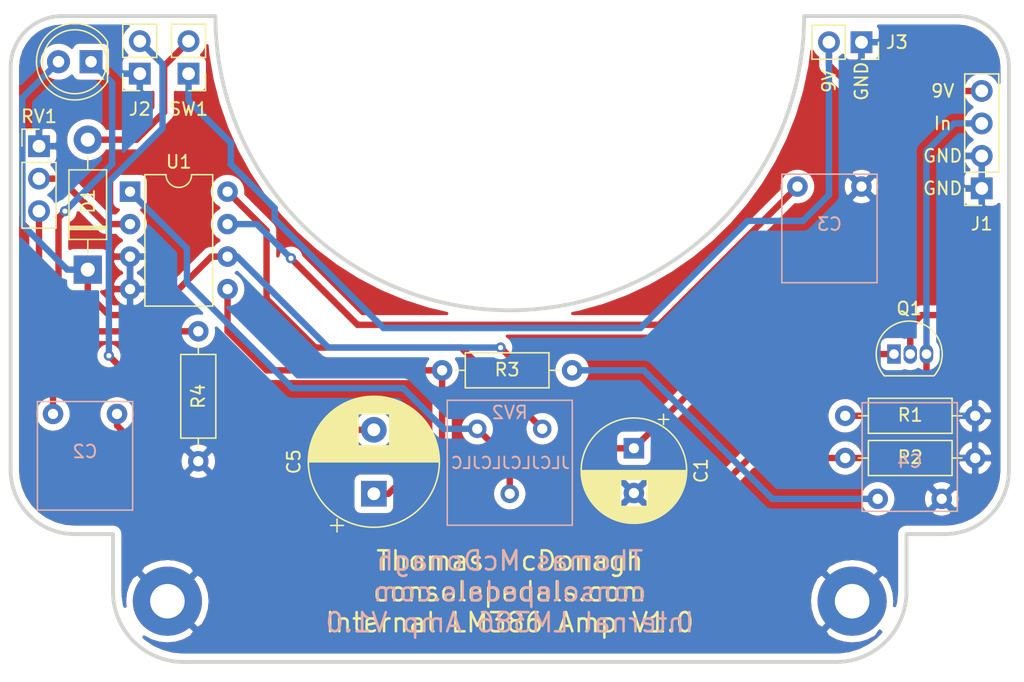
<source format=kicad_pcb>
(kicad_pcb (version 20171130) (host pcbnew "(5.1.7)-1")

  (general
    (thickness 1.6)
    (drawings 26)
    (tracks 105)
    (zones 0)
    (modules 21)
    (nets 16)
  )

  (page A4)
  (layers
    (0 F.Cu signal)
    (31 B.Cu signal)
    (32 B.Adhes user)
    (33 F.Adhes user)
    (34 B.Paste user)
    (35 F.Paste user)
    (36 B.SilkS user)
    (37 F.SilkS user)
    (38 B.Mask user)
    (39 F.Mask user)
    (40 Dwgs.User user)
    (41 Cmts.User user)
    (42 Eco1.User user)
    (43 Eco2.User user)
    (44 Edge.Cuts user)
    (45 Margin user)
    (46 B.CrtYd user)
    (47 F.CrtYd user)
    (48 B.Fab user hide)
    (49 F.Fab user hide)
  )

  (setup
    (last_trace_width 0.5)
    (user_trace_width 0.5)
    (trace_clearance 0.2)
    (zone_clearance 0.508)
    (zone_45_only no)
    (trace_min 0.2)
    (via_size 0.8)
    (via_drill 0.4)
    (via_min_size 0.4)
    (via_min_drill 0.3)
    (uvia_size 0.3)
    (uvia_drill 0.1)
    (uvias_allowed no)
    (uvia_min_size 0.2)
    (uvia_min_drill 0.1)
    (edge_width 0.1)
    (segment_width 0.2)
    (pcb_text_width 0.3)
    (pcb_text_size 1.5 1.5)
    (mod_edge_width 0.15)
    (mod_text_size 1 1)
    (mod_text_width 0.15)
    (pad_size 1.7 1.7)
    (pad_drill 1)
    (pad_to_mask_clearance 0)
    (aux_axis_origin 0 0)
    (visible_elements 7FFFFF7F)
    (pcbplotparams
      (layerselection 0x010fc_ffffffff)
      (usegerberextensions false)
      (usegerberattributes false)
      (usegerberadvancedattributes true)
      (creategerberjobfile true)
      (excludeedgelayer true)
      (linewidth 0.100000)
      (plotframeref false)
      (viasonmask false)
      (mode 1)
      (useauxorigin false)
      (hpglpennumber 1)
      (hpglpenspeed 20)
      (hpglpendiameter 15.000000)
      (psnegative false)
      (psa4output false)
      (plotreference true)
      (plotvalue true)
      (plotinvisibletext false)
      (padsonsilk false)
      (subtractmaskfromsilk false)
      (outputformat 1)
      (mirror false)
      (drillshape 0)
      (scaleselection 1)
      (outputdirectory "Gerbers/"))
  )

  (net 0 "")
  (net 1 "Net-(C1-Pad1)")
  (net 2 GND)
  (net 3 "Net-(C5-Pad1)")
  (net 4 "Net-(C5-Pad2)")
  (net 5 "Net-(D1-Pad2)")
  (net 6 "Net-(D2-Pad1)")
  (net 7 Input)
  (net 8 9V)
  (net 9 "Net-(C2-Pad1)")
  (net 10 "Net-(C4-Pad1)")
  (net 11 "Net-(RV1-Pad2)")
  (net 12 "Net-(C2-Pad2)")
  (net 13 "Net-(RV2-Pad2)")
  (net 14 "Net-(RV2-Pad1)")
  (net 15 "Net-(C3-Pad2)")

  (net_class Default "This is the default net class."
    (clearance 0.2)
    (trace_width 0.25)
    (via_dia 0.8)
    (via_drill 0.4)
    (uvia_dia 0.3)
    (uvia_drill 0.1)
    (add_net 9V)
    (add_net GND)
    (add_net Input)
    (add_net "Net-(C1-Pad1)")
    (add_net "Net-(C2-Pad1)")
    (add_net "Net-(C2-Pad2)")
    (add_net "Net-(C3-Pad2)")
    (add_net "Net-(C4-Pad1)")
    (add_net "Net-(C5-Pad1)")
    (add_net "Net-(C5-Pad2)")
    (add_net "Net-(D1-Pad2)")
    (add_net "Net-(D2-Pad1)")
    (add_net "Net-(RV1-Pad2)")
    (add_net "Net-(RV2-Pad1)")
    (add_net "Net-(RV2-Pad2)")
  )

  (module Capacitor_THT:CP_Radial_D8.0mm_P3.50mm (layer F.Cu) (tedit 5AE50EF0) (tstamp 61A047F0)
    (at 139.7 113.792 270)
    (descr "CP, Radial series, Radial, pin pitch=3.50mm, , diameter=8mm, Electrolytic Capacitor")
    (tags "CP Radial series Radial pin pitch 3.50mm  diameter 8mm Electrolytic Capacitor")
    (path /60763B9D)
    (fp_text reference C1 (at 1.75 -5.25 90) (layer F.SilkS)
      (effects (font (size 1 1) (thickness 0.15)))
    )
    (fp_text value 100uF (at 1.75 5.25 90) (layer F.Fab)
      (effects (font (size 1 1) (thickness 0.15)))
    )
    (fp_line (start -2.259698 -2.715) (end -2.259698 -1.915) (layer F.SilkS) (width 0.12))
    (fp_line (start -2.659698 -2.315) (end -1.859698 -2.315) (layer F.SilkS) (width 0.12))
    (fp_line (start 5.831 -0.533) (end 5.831 0.533) (layer F.SilkS) (width 0.12))
    (fp_line (start 5.791 -0.768) (end 5.791 0.768) (layer F.SilkS) (width 0.12))
    (fp_line (start 5.751 -0.948) (end 5.751 0.948) (layer F.SilkS) (width 0.12))
    (fp_line (start 5.711 -1.098) (end 5.711 1.098) (layer F.SilkS) (width 0.12))
    (fp_line (start 5.671 -1.229) (end 5.671 1.229) (layer F.SilkS) (width 0.12))
    (fp_line (start 5.631 -1.346) (end 5.631 1.346) (layer F.SilkS) (width 0.12))
    (fp_line (start 5.591 -1.453) (end 5.591 1.453) (layer F.SilkS) (width 0.12))
    (fp_line (start 5.551 -1.552) (end 5.551 1.552) (layer F.SilkS) (width 0.12))
    (fp_line (start 5.511 -1.645) (end 5.511 1.645) (layer F.SilkS) (width 0.12))
    (fp_line (start 5.471 -1.731) (end 5.471 1.731) (layer F.SilkS) (width 0.12))
    (fp_line (start 5.431 -1.813) (end 5.431 1.813) (layer F.SilkS) (width 0.12))
    (fp_line (start 5.391 -1.89) (end 5.391 1.89) (layer F.SilkS) (width 0.12))
    (fp_line (start 5.351 -1.964) (end 5.351 1.964) (layer F.SilkS) (width 0.12))
    (fp_line (start 5.311 -2.034) (end 5.311 2.034) (layer F.SilkS) (width 0.12))
    (fp_line (start 5.271 -2.102) (end 5.271 2.102) (layer F.SilkS) (width 0.12))
    (fp_line (start 5.231 -2.166) (end 5.231 2.166) (layer F.SilkS) (width 0.12))
    (fp_line (start 5.191 -2.228) (end 5.191 2.228) (layer F.SilkS) (width 0.12))
    (fp_line (start 5.151 -2.287) (end 5.151 2.287) (layer F.SilkS) (width 0.12))
    (fp_line (start 5.111 -2.345) (end 5.111 2.345) (layer F.SilkS) (width 0.12))
    (fp_line (start 5.071 -2.4) (end 5.071 2.4) (layer F.SilkS) (width 0.12))
    (fp_line (start 5.031 -2.454) (end 5.031 2.454) (layer F.SilkS) (width 0.12))
    (fp_line (start 4.991 -2.505) (end 4.991 2.505) (layer F.SilkS) (width 0.12))
    (fp_line (start 4.951 -2.556) (end 4.951 2.556) (layer F.SilkS) (width 0.12))
    (fp_line (start 4.911 -2.604) (end 4.911 2.604) (layer F.SilkS) (width 0.12))
    (fp_line (start 4.871 -2.651) (end 4.871 2.651) (layer F.SilkS) (width 0.12))
    (fp_line (start 4.831 -2.697) (end 4.831 2.697) (layer F.SilkS) (width 0.12))
    (fp_line (start 4.791 -2.741) (end 4.791 2.741) (layer F.SilkS) (width 0.12))
    (fp_line (start 4.751 -2.784) (end 4.751 2.784) (layer F.SilkS) (width 0.12))
    (fp_line (start 4.711 -2.826) (end 4.711 2.826) (layer F.SilkS) (width 0.12))
    (fp_line (start 4.671 -2.867) (end 4.671 2.867) (layer F.SilkS) (width 0.12))
    (fp_line (start 4.631 -2.907) (end 4.631 2.907) (layer F.SilkS) (width 0.12))
    (fp_line (start 4.591 -2.945) (end 4.591 2.945) (layer F.SilkS) (width 0.12))
    (fp_line (start 4.551 -2.983) (end 4.551 2.983) (layer F.SilkS) (width 0.12))
    (fp_line (start 4.511 1.04) (end 4.511 3.019) (layer F.SilkS) (width 0.12))
    (fp_line (start 4.511 -3.019) (end 4.511 -1.04) (layer F.SilkS) (width 0.12))
    (fp_line (start 4.471 1.04) (end 4.471 3.055) (layer F.SilkS) (width 0.12))
    (fp_line (start 4.471 -3.055) (end 4.471 -1.04) (layer F.SilkS) (width 0.12))
    (fp_line (start 4.431 1.04) (end 4.431 3.09) (layer F.SilkS) (width 0.12))
    (fp_line (start 4.431 -3.09) (end 4.431 -1.04) (layer F.SilkS) (width 0.12))
    (fp_line (start 4.391 1.04) (end 4.391 3.124) (layer F.SilkS) (width 0.12))
    (fp_line (start 4.391 -3.124) (end 4.391 -1.04) (layer F.SilkS) (width 0.12))
    (fp_line (start 4.351 1.04) (end 4.351 3.156) (layer F.SilkS) (width 0.12))
    (fp_line (start 4.351 -3.156) (end 4.351 -1.04) (layer F.SilkS) (width 0.12))
    (fp_line (start 4.311 1.04) (end 4.311 3.189) (layer F.SilkS) (width 0.12))
    (fp_line (start 4.311 -3.189) (end 4.311 -1.04) (layer F.SilkS) (width 0.12))
    (fp_line (start 4.271 1.04) (end 4.271 3.22) (layer F.SilkS) (width 0.12))
    (fp_line (start 4.271 -3.22) (end 4.271 -1.04) (layer F.SilkS) (width 0.12))
    (fp_line (start 4.231 1.04) (end 4.231 3.25) (layer F.SilkS) (width 0.12))
    (fp_line (start 4.231 -3.25) (end 4.231 -1.04) (layer F.SilkS) (width 0.12))
    (fp_line (start 4.191 1.04) (end 4.191 3.28) (layer F.SilkS) (width 0.12))
    (fp_line (start 4.191 -3.28) (end 4.191 -1.04) (layer F.SilkS) (width 0.12))
    (fp_line (start 4.151 1.04) (end 4.151 3.309) (layer F.SilkS) (width 0.12))
    (fp_line (start 4.151 -3.309) (end 4.151 -1.04) (layer F.SilkS) (width 0.12))
    (fp_line (start 4.111 1.04) (end 4.111 3.338) (layer F.SilkS) (width 0.12))
    (fp_line (start 4.111 -3.338) (end 4.111 -1.04) (layer F.SilkS) (width 0.12))
    (fp_line (start 4.071 1.04) (end 4.071 3.365) (layer F.SilkS) (width 0.12))
    (fp_line (start 4.071 -3.365) (end 4.071 -1.04) (layer F.SilkS) (width 0.12))
    (fp_line (start 4.031 1.04) (end 4.031 3.392) (layer F.SilkS) (width 0.12))
    (fp_line (start 4.031 -3.392) (end 4.031 -1.04) (layer F.SilkS) (width 0.12))
    (fp_line (start 3.991 1.04) (end 3.991 3.418) (layer F.SilkS) (width 0.12))
    (fp_line (start 3.991 -3.418) (end 3.991 -1.04) (layer F.SilkS) (width 0.12))
    (fp_line (start 3.951 1.04) (end 3.951 3.444) (layer F.SilkS) (width 0.12))
    (fp_line (start 3.951 -3.444) (end 3.951 -1.04) (layer F.SilkS) (width 0.12))
    (fp_line (start 3.911 1.04) (end 3.911 3.469) (layer F.SilkS) (width 0.12))
    (fp_line (start 3.911 -3.469) (end 3.911 -1.04) (layer F.SilkS) (width 0.12))
    (fp_line (start 3.871 1.04) (end 3.871 3.493) (layer F.SilkS) (width 0.12))
    (fp_line (start 3.871 -3.493) (end 3.871 -1.04) (layer F.SilkS) (width 0.12))
    (fp_line (start 3.831 1.04) (end 3.831 3.517) (layer F.SilkS) (width 0.12))
    (fp_line (start 3.831 -3.517) (end 3.831 -1.04) (layer F.SilkS) (width 0.12))
    (fp_line (start 3.791 1.04) (end 3.791 3.54) (layer F.SilkS) (width 0.12))
    (fp_line (start 3.791 -3.54) (end 3.791 -1.04) (layer F.SilkS) (width 0.12))
    (fp_line (start 3.751 1.04) (end 3.751 3.562) (layer F.SilkS) (width 0.12))
    (fp_line (start 3.751 -3.562) (end 3.751 -1.04) (layer F.SilkS) (width 0.12))
    (fp_line (start 3.711 1.04) (end 3.711 3.584) (layer F.SilkS) (width 0.12))
    (fp_line (start 3.711 -3.584) (end 3.711 -1.04) (layer F.SilkS) (width 0.12))
    (fp_line (start 3.671 1.04) (end 3.671 3.606) (layer F.SilkS) (width 0.12))
    (fp_line (start 3.671 -3.606) (end 3.671 -1.04) (layer F.SilkS) (width 0.12))
    (fp_line (start 3.631 1.04) (end 3.631 3.627) (layer F.SilkS) (width 0.12))
    (fp_line (start 3.631 -3.627) (end 3.631 -1.04) (layer F.SilkS) (width 0.12))
    (fp_line (start 3.591 1.04) (end 3.591 3.647) (layer F.SilkS) (width 0.12))
    (fp_line (start 3.591 -3.647) (end 3.591 -1.04) (layer F.SilkS) (width 0.12))
    (fp_line (start 3.551 1.04) (end 3.551 3.666) (layer F.SilkS) (width 0.12))
    (fp_line (start 3.551 -3.666) (end 3.551 -1.04) (layer F.SilkS) (width 0.12))
    (fp_line (start 3.511 1.04) (end 3.511 3.686) (layer F.SilkS) (width 0.12))
    (fp_line (start 3.511 -3.686) (end 3.511 -1.04) (layer F.SilkS) (width 0.12))
    (fp_line (start 3.471 1.04) (end 3.471 3.704) (layer F.SilkS) (width 0.12))
    (fp_line (start 3.471 -3.704) (end 3.471 -1.04) (layer F.SilkS) (width 0.12))
    (fp_line (start 3.431 1.04) (end 3.431 3.722) (layer F.SilkS) (width 0.12))
    (fp_line (start 3.431 -3.722) (end 3.431 -1.04) (layer F.SilkS) (width 0.12))
    (fp_line (start 3.391 1.04) (end 3.391 3.74) (layer F.SilkS) (width 0.12))
    (fp_line (start 3.391 -3.74) (end 3.391 -1.04) (layer F.SilkS) (width 0.12))
    (fp_line (start 3.351 1.04) (end 3.351 3.757) (layer F.SilkS) (width 0.12))
    (fp_line (start 3.351 -3.757) (end 3.351 -1.04) (layer F.SilkS) (width 0.12))
    (fp_line (start 3.311 1.04) (end 3.311 3.774) (layer F.SilkS) (width 0.12))
    (fp_line (start 3.311 -3.774) (end 3.311 -1.04) (layer F.SilkS) (width 0.12))
    (fp_line (start 3.271 1.04) (end 3.271 3.79) (layer F.SilkS) (width 0.12))
    (fp_line (start 3.271 -3.79) (end 3.271 -1.04) (layer F.SilkS) (width 0.12))
    (fp_line (start 3.231 1.04) (end 3.231 3.805) (layer F.SilkS) (width 0.12))
    (fp_line (start 3.231 -3.805) (end 3.231 -1.04) (layer F.SilkS) (width 0.12))
    (fp_line (start 3.191 1.04) (end 3.191 3.821) (layer F.SilkS) (width 0.12))
    (fp_line (start 3.191 -3.821) (end 3.191 -1.04) (layer F.SilkS) (width 0.12))
    (fp_line (start 3.151 1.04) (end 3.151 3.835) (layer F.SilkS) (width 0.12))
    (fp_line (start 3.151 -3.835) (end 3.151 -1.04) (layer F.SilkS) (width 0.12))
    (fp_line (start 3.111 1.04) (end 3.111 3.85) (layer F.SilkS) (width 0.12))
    (fp_line (start 3.111 -3.85) (end 3.111 -1.04) (layer F.SilkS) (width 0.12))
    (fp_line (start 3.071 1.04) (end 3.071 3.863) (layer F.SilkS) (width 0.12))
    (fp_line (start 3.071 -3.863) (end 3.071 -1.04) (layer F.SilkS) (width 0.12))
    (fp_line (start 3.031 1.04) (end 3.031 3.877) (layer F.SilkS) (width 0.12))
    (fp_line (start 3.031 -3.877) (end 3.031 -1.04) (layer F.SilkS) (width 0.12))
    (fp_line (start 2.991 1.04) (end 2.991 3.889) (layer F.SilkS) (width 0.12))
    (fp_line (start 2.991 -3.889) (end 2.991 -1.04) (layer F.SilkS) (width 0.12))
    (fp_line (start 2.951 1.04) (end 2.951 3.902) (layer F.SilkS) (width 0.12))
    (fp_line (start 2.951 -3.902) (end 2.951 -1.04) (layer F.SilkS) (width 0.12))
    (fp_line (start 2.911 1.04) (end 2.911 3.914) (layer F.SilkS) (width 0.12))
    (fp_line (start 2.911 -3.914) (end 2.911 -1.04) (layer F.SilkS) (width 0.12))
    (fp_line (start 2.871 1.04) (end 2.871 3.925) (layer F.SilkS) (width 0.12))
    (fp_line (start 2.871 -3.925) (end 2.871 -1.04) (layer F.SilkS) (width 0.12))
    (fp_line (start 2.831 1.04) (end 2.831 3.936) (layer F.SilkS) (width 0.12))
    (fp_line (start 2.831 -3.936) (end 2.831 -1.04) (layer F.SilkS) (width 0.12))
    (fp_line (start 2.791 1.04) (end 2.791 3.947) (layer F.SilkS) (width 0.12))
    (fp_line (start 2.791 -3.947) (end 2.791 -1.04) (layer F.SilkS) (width 0.12))
    (fp_line (start 2.751 1.04) (end 2.751 3.957) (layer F.SilkS) (width 0.12))
    (fp_line (start 2.751 -3.957) (end 2.751 -1.04) (layer F.SilkS) (width 0.12))
    (fp_line (start 2.711 1.04) (end 2.711 3.967) (layer F.SilkS) (width 0.12))
    (fp_line (start 2.711 -3.967) (end 2.711 -1.04) (layer F.SilkS) (width 0.12))
    (fp_line (start 2.671 1.04) (end 2.671 3.976) (layer F.SilkS) (width 0.12))
    (fp_line (start 2.671 -3.976) (end 2.671 -1.04) (layer F.SilkS) (width 0.12))
    (fp_line (start 2.631 1.04) (end 2.631 3.985) (layer F.SilkS) (width 0.12))
    (fp_line (start 2.631 -3.985) (end 2.631 -1.04) (layer F.SilkS) (width 0.12))
    (fp_line (start 2.591 1.04) (end 2.591 3.994) (layer F.SilkS) (width 0.12))
    (fp_line (start 2.591 -3.994) (end 2.591 -1.04) (layer F.SilkS) (width 0.12))
    (fp_line (start 2.551 1.04) (end 2.551 4.002) (layer F.SilkS) (width 0.12))
    (fp_line (start 2.551 -4.002) (end 2.551 -1.04) (layer F.SilkS) (width 0.12))
    (fp_line (start 2.511 1.04) (end 2.511 4.01) (layer F.SilkS) (width 0.12))
    (fp_line (start 2.511 -4.01) (end 2.511 -1.04) (layer F.SilkS) (width 0.12))
    (fp_line (start 2.471 1.04) (end 2.471 4.017) (layer F.SilkS) (width 0.12))
    (fp_line (start 2.471 -4.017) (end 2.471 -1.04) (layer F.SilkS) (width 0.12))
    (fp_line (start 2.43 -4.024) (end 2.43 4.024) (layer F.SilkS) (width 0.12))
    (fp_line (start 2.39 -4.03) (end 2.39 4.03) (layer F.SilkS) (width 0.12))
    (fp_line (start 2.35 -4.037) (end 2.35 4.037) (layer F.SilkS) (width 0.12))
    (fp_line (start 2.31 -4.042) (end 2.31 4.042) (layer F.SilkS) (width 0.12))
    (fp_line (start 2.27 -4.048) (end 2.27 4.048) (layer F.SilkS) (width 0.12))
    (fp_line (start 2.23 -4.052) (end 2.23 4.052) (layer F.SilkS) (width 0.12))
    (fp_line (start 2.19 -4.057) (end 2.19 4.057) (layer F.SilkS) (width 0.12))
    (fp_line (start 2.15 -4.061) (end 2.15 4.061) (layer F.SilkS) (width 0.12))
    (fp_line (start 2.11 -4.065) (end 2.11 4.065) (layer F.SilkS) (width 0.12))
    (fp_line (start 2.07 -4.068) (end 2.07 4.068) (layer F.SilkS) (width 0.12))
    (fp_line (start 2.03 -4.071) (end 2.03 4.071) (layer F.SilkS) (width 0.12))
    (fp_line (start 1.99 -4.074) (end 1.99 4.074) (layer F.SilkS) (width 0.12))
    (fp_line (start 1.95 -4.076) (end 1.95 4.076) (layer F.SilkS) (width 0.12))
    (fp_line (start 1.91 -4.077) (end 1.91 4.077) (layer F.SilkS) (width 0.12))
    (fp_line (start 1.87 -4.079) (end 1.87 4.079) (layer F.SilkS) (width 0.12))
    (fp_line (start 1.83 -4.08) (end 1.83 4.08) (layer F.SilkS) (width 0.12))
    (fp_line (start 1.79 -4.08) (end 1.79 4.08) (layer F.SilkS) (width 0.12))
    (fp_line (start 1.75 -4.08) (end 1.75 4.08) (layer F.SilkS) (width 0.12))
    (fp_line (start -1.276759 -2.1475) (end -1.276759 -1.3475) (layer F.Fab) (width 0.1))
    (fp_line (start -1.676759 -1.7475) (end -0.876759 -1.7475) (layer F.Fab) (width 0.1))
    (fp_circle (center 1.75 0) (end 6 0) (layer F.CrtYd) (width 0.05))
    (fp_circle (center 1.75 0) (end 5.87 0) (layer F.SilkS) (width 0.12))
    (fp_circle (center 1.75 0) (end 5.75 0) (layer F.Fab) (width 0.1))
    (fp_text user %R (at 1.75 0 90) (layer F.Fab)
      (effects (font (size 1 1) (thickness 0.15)))
    )
    (pad 1 thru_hole rect (at 0 0 270) (size 1.6 1.6) (drill 0.8) (layers *.Cu *.Mask)
      (net 1 "Net-(C1-Pad1)"))
    (pad 2 thru_hole circle (at 3.5 0 270) (size 1.6 1.6) (drill 0.8) (layers *.Cu *.Mask)
      (net 2 GND))
    (model ${KISYS3DMOD}/Capacitor_THT.3dshapes/CP_Radial_D8.0mm_P3.50mm.wrl
      (at (xyz 0 0 0))
      (scale (xyz 1 1 1))
      (rotate (xyz 0 0 0))
    )
  )

  (module Capacitor_THT:CP_Radial_D10.0mm_P5.00mm (layer F.Cu) (tedit 5AE50EF1) (tstamp 61A048BC)
    (at 119.38 117.348 90)
    (descr "CP, Radial series, Radial, pin pitch=5.00mm, , diameter=10mm, Electrolytic Capacitor")
    (tags "CP Radial series Radial pin pitch 5.00mm  diameter 10mm Electrolytic Capacitor")
    (path /607793E9)
    (fp_text reference C5 (at 2.5 -6.25 90) (layer F.SilkS)
      (effects (font (size 1 1) (thickness 0.15)))
    )
    (fp_text value 220uF (at 2.5 6.25 90) (layer F.Fab)
      (effects (font (size 1 1) (thickness 0.15)))
    )
    (fp_line (start -2.479646 -3.375) (end -2.479646 -2.375) (layer F.SilkS) (width 0.12))
    (fp_line (start -2.979646 -2.875) (end -1.979646 -2.875) (layer F.SilkS) (width 0.12))
    (fp_line (start 7.581 -0.599) (end 7.581 0.599) (layer F.SilkS) (width 0.12))
    (fp_line (start 7.541 -0.862) (end 7.541 0.862) (layer F.SilkS) (width 0.12))
    (fp_line (start 7.501 -1.062) (end 7.501 1.062) (layer F.SilkS) (width 0.12))
    (fp_line (start 7.461 -1.23) (end 7.461 1.23) (layer F.SilkS) (width 0.12))
    (fp_line (start 7.421 -1.378) (end 7.421 1.378) (layer F.SilkS) (width 0.12))
    (fp_line (start 7.381 -1.51) (end 7.381 1.51) (layer F.SilkS) (width 0.12))
    (fp_line (start 7.341 -1.63) (end 7.341 1.63) (layer F.SilkS) (width 0.12))
    (fp_line (start 7.301 -1.742) (end 7.301 1.742) (layer F.SilkS) (width 0.12))
    (fp_line (start 7.261 -1.846) (end 7.261 1.846) (layer F.SilkS) (width 0.12))
    (fp_line (start 7.221 -1.944) (end 7.221 1.944) (layer F.SilkS) (width 0.12))
    (fp_line (start 7.181 -2.037) (end 7.181 2.037) (layer F.SilkS) (width 0.12))
    (fp_line (start 7.141 -2.125) (end 7.141 2.125) (layer F.SilkS) (width 0.12))
    (fp_line (start 7.101 -2.209) (end 7.101 2.209) (layer F.SilkS) (width 0.12))
    (fp_line (start 7.061 -2.289) (end 7.061 2.289) (layer F.SilkS) (width 0.12))
    (fp_line (start 7.021 -2.365) (end 7.021 2.365) (layer F.SilkS) (width 0.12))
    (fp_line (start 6.981 -2.439) (end 6.981 2.439) (layer F.SilkS) (width 0.12))
    (fp_line (start 6.941 -2.51) (end 6.941 2.51) (layer F.SilkS) (width 0.12))
    (fp_line (start 6.901 -2.579) (end 6.901 2.579) (layer F.SilkS) (width 0.12))
    (fp_line (start 6.861 -2.645) (end 6.861 2.645) (layer F.SilkS) (width 0.12))
    (fp_line (start 6.821 -2.709) (end 6.821 2.709) (layer F.SilkS) (width 0.12))
    (fp_line (start 6.781 -2.77) (end 6.781 2.77) (layer F.SilkS) (width 0.12))
    (fp_line (start 6.741 -2.83) (end 6.741 2.83) (layer F.SilkS) (width 0.12))
    (fp_line (start 6.701 -2.889) (end 6.701 2.889) (layer F.SilkS) (width 0.12))
    (fp_line (start 6.661 -2.945) (end 6.661 2.945) (layer F.SilkS) (width 0.12))
    (fp_line (start 6.621 -3) (end 6.621 3) (layer F.SilkS) (width 0.12))
    (fp_line (start 6.581 -3.054) (end 6.581 3.054) (layer F.SilkS) (width 0.12))
    (fp_line (start 6.541 -3.106) (end 6.541 3.106) (layer F.SilkS) (width 0.12))
    (fp_line (start 6.501 -3.156) (end 6.501 3.156) (layer F.SilkS) (width 0.12))
    (fp_line (start 6.461 -3.206) (end 6.461 3.206) (layer F.SilkS) (width 0.12))
    (fp_line (start 6.421 -3.254) (end 6.421 3.254) (layer F.SilkS) (width 0.12))
    (fp_line (start 6.381 -3.301) (end 6.381 3.301) (layer F.SilkS) (width 0.12))
    (fp_line (start 6.341 -3.347) (end 6.341 3.347) (layer F.SilkS) (width 0.12))
    (fp_line (start 6.301 -3.392) (end 6.301 3.392) (layer F.SilkS) (width 0.12))
    (fp_line (start 6.261 -3.436) (end 6.261 3.436) (layer F.SilkS) (width 0.12))
    (fp_line (start 6.221 1.241) (end 6.221 3.478) (layer F.SilkS) (width 0.12))
    (fp_line (start 6.221 -3.478) (end 6.221 -1.241) (layer F.SilkS) (width 0.12))
    (fp_line (start 6.181 1.241) (end 6.181 3.52) (layer F.SilkS) (width 0.12))
    (fp_line (start 6.181 -3.52) (end 6.181 -1.241) (layer F.SilkS) (width 0.12))
    (fp_line (start 6.141 1.241) (end 6.141 3.561) (layer F.SilkS) (width 0.12))
    (fp_line (start 6.141 -3.561) (end 6.141 -1.241) (layer F.SilkS) (width 0.12))
    (fp_line (start 6.101 1.241) (end 6.101 3.601) (layer F.SilkS) (width 0.12))
    (fp_line (start 6.101 -3.601) (end 6.101 -1.241) (layer F.SilkS) (width 0.12))
    (fp_line (start 6.061 1.241) (end 6.061 3.64) (layer F.SilkS) (width 0.12))
    (fp_line (start 6.061 -3.64) (end 6.061 -1.241) (layer F.SilkS) (width 0.12))
    (fp_line (start 6.021 1.241) (end 6.021 3.679) (layer F.SilkS) (width 0.12))
    (fp_line (start 6.021 -3.679) (end 6.021 -1.241) (layer F.SilkS) (width 0.12))
    (fp_line (start 5.981 1.241) (end 5.981 3.716) (layer F.SilkS) (width 0.12))
    (fp_line (start 5.981 -3.716) (end 5.981 -1.241) (layer F.SilkS) (width 0.12))
    (fp_line (start 5.941 1.241) (end 5.941 3.753) (layer F.SilkS) (width 0.12))
    (fp_line (start 5.941 -3.753) (end 5.941 -1.241) (layer F.SilkS) (width 0.12))
    (fp_line (start 5.901 1.241) (end 5.901 3.789) (layer F.SilkS) (width 0.12))
    (fp_line (start 5.901 -3.789) (end 5.901 -1.241) (layer F.SilkS) (width 0.12))
    (fp_line (start 5.861 1.241) (end 5.861 3.824) (layer F.SilkS) (width 0.12))
    (fp_line (start 5.861 -3.824) (end 5.861 -1.241) (layer F.SilkS) (width 0.12))
    (fp_line (start 5.821 1.241) (end 5.821 3.858) (layer F.SilkS) (width 0.12))
    (fp_line (start 5.821 -3.858) (end 5.821 -1.241) (layer F.SilkS) (width 0.12))
    (fp_line (start 5.781 1.241) (end 5.781 3.892) (layer F.SilkS) (width 0.12))
    (fp_line (start 5.781 -3.892) (end 5.781 -1.241) (layer F.SilkS) (width 0.12))
    (fp_line (start 5.741 1.241) (end 5.741 3.925) (layer F.SilkS) (width 0.12))
    (fp_line (start 5.741 -3.925) (end 5.741 -1.241) (layer F.SilkS) (width 0.12))
    (fp_line (start 5.701 1.241) (end 5.701 3.957) (layer F.SilkS) (width 0.12))
    (fp_line (start 5.701 -3.957) (end 5.701 -1.241) (layer F.SilkS) (width 0.12))
    (fp_line (start 5.661 1.241) (end 5.661 3.989) (layer F.SilkS) (width 0.12))
    (fp_line (start 5.661 -3.989) (end 5.661 -1.241) (layer F.SilkS) (width 0.12))
    (fp_line (start 5.621 1.241) (end 5.621 4.02) (layer F.SilkS) (width 0.12))
    (fp_line (start 5.621 -4.02) (end 5.621 -1.241) (layer F.SilkS) (width 0.12))
    (fp_line (start 5.581 1.241) (end 5.581 4.05) (layer F.SilkS) (width 0.12))
    (fp_line (start 5.581 -4.05) (end 5.581 -1.241) (layer F.SilkS) (width 0.12))
    (fp_line (start 5.541 1.241) (end 5.541 4.08) (layer F.SilkS) (width 0.12))
    (fp_line (start 5.541 -4.08) (end 5.541 -1.241) (layer F.SilkS) (width 0.12))
    (fp_line (start 5.501 1.241) (end 5.501 4.11) (layer F.SilkS) (width 0.12))
    (fp_line (start 5.501 -4.11) (end 5.501 -1.241) (layer F.SilkS) (width 0.12))
    (fp_line (start 5.461 1.241) (end 5.461 4.138) (layer F.SilkS) (width 0.12))
    (fp_line (start 5.461 -4.138) (end 5.461 -1.241) (layer F.SilkS) (width 0.12))
    (fp_line (start 5.421 1.241) (end 5.421 4.166) (layer F.SilkS) (width 0.12))
    (fp_line (start 5.421 -4.166) (end 5.421 -1.241) (layer F.SilkS) (width 0.12))
    (fp_line (start 5.381 1.241) (end 5.381 4.194) (layer F.SilkS) (width 0.12))
    (fp_line (start 5.381 -4.194) (end 5.381 -1.241) (layer F.SilkS) (width 0.12))
    (fp_line (start 5.341 1.241) (end 5.341 4.221) (layer F.SilkS) (width 0.12))
    (fp_line (start 5.341 -4.221) (end 5.341 -1.241) (layer F.SilkS) (width 0.12))
    (fp_line (start 5.301 1.241) (end 5.301 4.247) (layer F.SilkS) (width 0.12))
    (fp_line (start 5.301 -4.247) (end 5.301 -1.241) (layer F.SilkS) (width 0.12))
    (fp_line (start 5.261 1.241) (end 5.261 4.273) (layer F.SilkS) (width 0.12))
    (fp_line (start 5.261 -4.273) (end 5.261 -1.241) (layer F.SilkS) (width 0.12))
    (fp_line (start 5.221 1.241) (end 5.221 4.298) (layer F.SilkS) (width 0.12))
    (fp_line (start 5.221 -4.298) (end 5.221 -1.241) (layer F.SilkS) (width 0.12))
    (fp_line (start 5.181 1.241) (end 5.181 4.323) (layer F.SilkS) (width 0.12))
    (fp_line (start 5.181 -4.323) (end 5.181 -1.241) (layer F.SilkS) (width 0.12))
    (fp_line (start 5.141 1.241) (end 5.141 4.347) (layer F.SilkS) (width 0.12))
    (fp_line (start 5.141 -4.347) (end 5.141 -1.241) (layer F.SilkS) (width 0.12))
    (fp_line (start 5.101 1.241) (end 5.101 4.371) (layer F.SilkS) (width 0.12))
    (fp_line (start 5.101 -4.371) (end 5.101 -1.241) (layer F.SilkS) (width 0.12))
    (fp_line (start 5.061 1.241) (end 5.061 4.395) (layer F.SilkS) (width 0.12))
    (fp_line (start 5.061 -4.395) (end 5.061 -1.241) (layer F.SilkS) (width 0.12))
    (fp_line (start 5.021 1.241) (end 5.021 4.417) (layer F.SilkS) (width 0.12))
    (fp_line (start 5.021 -4.417) (end 5.021 -1.241) (layer F.SilkS) (width 0.12))
    (fp_line (start 4.981 1.241) (end 4.981 4.44) (layer F.SilkS) (width 0.12))
    (fp_line (start 4.981 -4.44) (end 4.981 -1.241) (layer F.SilkS) (width 0.12))
    (fp_line (start 4.941 1.241) (end 4.941 4.462) (layer F.SilkS) (width 0.12))
    (fp_line (start 4.941 -4.462) (end 4.941 -1.241) (layer F.SilkS) (width 0.12))
    (fp_line (start 4.901 1.241) (end 4.901 4.483) (layer F.SilkS) (width 0.12))
    (fp_line (start 4.901 -4.483) (end 4.901 -1.241) (layer F.SilkS) (width 0.12))
    (fp_line (start 4.861 1.241) (end 4.861 4.504) (layer F.SilkS) (width 0.12))
    (fp_line (start 4.861 -4.504) (end 4.861 -1.241) (layer F.SilkS) (width 0.12))
    (fp_line (start 4.821 1.241) (end 4.821 4.525) (layer F.SilkS) (width 0.12))
    (fp_line (start 4.821 -4.525) (end 4.821 -1.241) (layer F.SilkS) (width 0.12))
    (fp_line (start 4.781 1.241) (end 4.781 4.545) (layer F.SilkS) (width 0.12))
    (fp_line (start 4.781 -4.545) (end 4.781 -1.241) (layer F.SilkS) (width 0.12))
    (fp_line (start 4.741 1.241) (end 4.741 4.564) (layer F.SilkS) (width 0.12))
    (fp_line (start 4.741 -4.564) (end 4.741 -1.241) (layer F.SilkS) (width 0.12))
    (fp_line (start 4.701 1.241) (end 4.701 4.584) (layer F.SilkS) (width 0.12))
    (fp_line (start 4.701 -4.584) (end 4.701 -1.241) (layer F.SilkS) (width 0.12))
    (fp_line (start 4.661 1.241) (end 4.661 4.603) (layer F.SilkS) (width 0.12))
    (fp_line (start 4.661 -4.603) (end 4.661 -1.241) (layer F.SilkS) (width 0.12))
    (fp_line (start 4.621 1.241) (end 4.621 4.621) (layer F.SilkS) (width 0.12))
    (fp_line (start 4.621 -4.621) (end 4.621 -1.241) (layer F.SilkS) (width 0.12))
    (fp_line (start 4.581 1.241) (end 4.581 4.639) (layer F.SilkS) (width 0.12))
    (fp_line (start 4.581 -4.639) (end 4.581 -1.241) (layer F.SilkS) (width 0.12))
    (fp_line (start 4.541 1.241) (end 4.541 4.657) (layer F.SilkS) (width 0.12))
    (fp_line (start 4.541 -4.657) (end 4.541 -1.241) (layer F.SilkS) (width 0.12))
    (fp_line (start 4.501 1.241) (end 4.501 4.674) (layer F.SilkS) (width 0.12))
    (fp_line (start 4.501 -4.674) (end 4.501 -1.241) (layer F.SilkS) (width 0.12))
    (fp_line (start 4.461 1.241) (end 4.461 4.69) (layer F.SilkS) (width 0.12))
    (fp_line (start 4.461 -4.69) (end 4.461 -1.241) (layer F.SilkS) (width 0.12))
    (fp_line (start 4.421 1.241) (end 4.421 4.707) (layer F.SilkS) (width 0.12))
    (fp_line (start 4.421 -4.707) (end 4.421 -1.241) (layer F.SilkS) (width 0.12))
    (fp_line (start 4.381 1.241) (end 4.381 4.723) (layer F.SilkS) (width 0.12))
    (fp_line (start 4.381 -4.723) (end 4.381 -1.241) (layer F.SilkS) (width 0.12))
    (fp_line (start 4.341 1.241) (end 4.341 4.738) (layer F.SilkS) (width 0.12))
    (fp_line (start 4.341 -4.738) (end 4.341 -1.241) (layer F.SilkS) (width 0.12))
    (fp_line (start 4.301 1.241) (end 4.301 4.754) (layer F.SilkS) (width 0.12))
    (fp_line (start 4.301 -4.754) (end 4.301 -1.241) (layer F.SilkS) (width 0.12))
    (fp_line (start 4.261 1.241) (end 4.261 4.768) (layer F.SilkS) (width 0.12))
    (fp_line (start 4.261 -4.768) (end 4.261 -1.241) (layer F.SilkS) (width 0.12))
    (fp_line (start 4.221 1.241) (end 4.221 4.783) (layer F.SilkS) (width 0.12))
    (fp_line (start 4.221 -4.783) (end 4.221 -1.241) (layer F.SilkS) (width 0.12))
    (fp_line (start 4.181 1.241) (end 4.181 4.797) (layer F.SilkS) (width 0.12))
    (fp_line (start 4.181 -4.797) (end 4.181 -1.241) (layer F.SilkS) (width 0.12))
    (fp_line (start 4.141 1.241) (end 4.141 4.811) (layer F.SilkS) (width 0.12))
    (fp_line (start 4.141 -4.811) (end 4.141 -1.241) (layer F.SilkS) (width 0.12))
    (fp_line (start 4.101 1.241) (end 4.101 4.824) (layer F.SilkS) (width 0.12))
    (fp_line (start 4.101 -4.824) (end 4.101 -1.241) (layer F.SilkS) (width 0.12))
    (fp_line (start 4.061 1.241) (end 4.061 4.837) (layer F.SilkS) (width 0.12))
    (fp_line (start 4.061 -4.837) (end 4.061 -1.241) (layer F.SilkS) (width 0.12))
    (fp_line (start 4.021 1.241) (end 4.021 4.85) (layer F.SilkS) (width 0.12))
    (fp_line (start 4.021 -4.85) (end 4.021 -1.241) (layer F.SilkS) (width 0.12))
    (fp_line (start 3.981 1.241) (end 3.981 4.862) (layer F.SilkS) (width 0.12))
    (fp_line (start 3.981 -4.862) (end 3.981 -1.241) (layer F.SilkS) (width 0.12))
    (fp_line (start 3.941 1.241) (end 3.941 4.874) (layer F.SilkS) (width 0.12))
    (fp_line (start 3.941 -4.874) (end 3.941 -1.241) (layer F.SilkS) (width 0.12))
    (fp_line (start 3.901 1.241) (end 3.901 4.885) (layer F.SilkS) (width 0.12))
    (fp_line (start 3.901 -4.885) (end 3.901 -1.241) (layer F.SilkS) (width 0.12))
    (fp_line (start 3.861 1.241) (end 3.861 4.897) (layer F.SilkS) (width 0.12))
    (fp_line (start 3.861 -4.897) (end 3.861 -1.241) (layer F.SilkS) (width 0.12))
    (fp_line (start 3.821 1.241) (end 3.821 4.907) (layer F.SilkS) (width 0.12))
    (fp_line (start 3.821 -4.907) (end 3.821 -1.241) (layer F.SilkS) (width 0.12))
    (fp_line (start 3.781 1.241) (end 3.781 4.918) (layer F.SilkS) (width 0.12))
    (fp_line (start 3.781 -4.918) (end 3.781 -1.241) (layer F.SilkS) (width 0.12))
    (fp_line (start 3.741 -4.928) (end 3.741 4.928) (layer F.SilkS) (width 0.12))
    (fp_line (start 3.701 -4.938) (end 3.701 4.938) (layer F.SilkS) (width 0.12))
    (fp_line (start 3.661 -4.947) (end 3.661 4.947) (layer F.SilkS) (width 0.12))
    (fp_line (start 3.621 -4.956) (end 3.621 4.956) (layer F.SilkS) (width 0.12))
    (fp_line (start 3.581 -4.965) (end 3.581 4.965) (layer F.SilkS) (width 0.12))
    (fp_line (start 3.541 -4.974) (end 3.541 4.974) (layer F.SilkS) (width 0.12))
    (fp_line (start 3.501 -4.982) (end 3.501 4.982) (layer F.SilkS) (width 0.12))
    (fp_line (start 3.461 -4.99) (end 3.461 4.99) (layer F.SilkS) (width 0.12))
    (fp_line (start 3.421 -4.997) (end 3.421 4.997) (layer F.SilkS) (width 0.12))
    (fp_line (start 3.381 -5.004) (end 3.381 5.004) (layer F.SilkS) (width 0.12))
    (fp_line (start 3.341 -5.011) (end 3.341 5.011) (layer F.SilkS) (width 0.12))
    (fp_line (start 3.301 -5.018) (end 3.301 5.018) (layer F.SilkS) (width 0.12))
    (fp_line (start 3.261 -5.024) (end 3.261 5.024) (layer F.SilkS) (width 0.12))
    (fp_line (start 3.221 -5.03) (end 3.221 5.03) (layer F.SilkS) (width 0.12))
    (fp_line (start 3.18 -5.035) (end 3.18 5.035) (layer F.SilkS) (width 0.12))
    (fp_line (start 3.14 -5.04) (end 3.14 5.04) (layer F.SilkS) (width 0.12))
    (fp_line (start 3.1 -5.045) (end 3.1 5.045) (layer F.SilkS) (width 0.12))
    (fp_line (start 3.06 -5.05) (end 3.06 5.05) (layer F.SilkS) (width 0.12))
    (fp_line (start 3.02 -5.054) (end 3.02 5.054) (layer F.SilkS) (width 0.12))
    (fp_line (start 2.98 -5.058) (end 2.98 5.058) (layer F.SilkS) (width 0.12))
    (fp_line (start 2.94 -5.062) (end 2.94 5.062) (layer F.SilkS) (width 0.12))
    (fp_line (start 2.9 -5.065) (end 2.9 5.065) (layer F.SilkS) (width 0.12))
    (fp_line (start 2.86 -5.068) (end 2.86 5.068) (layer F.SilkS) (width 0.12))
    (fp_line (start 2.82 -5.07) (end 2.82 5.07) (layer F.SilkS) (width 0.12))
    (fp_line (start 2.78 -5.073) (end 2.78 5.073) (layer F.SilkS) (width 0.12))
    (fp_line (start 2.74 -5.075) (end 2.74 5.075) (layer F.SilkS) (width 0.12))
    (fp_line (start 2.7 -5.077) (end 2.7 5.077) (layer F.SilkS) (width 0.12))
    (fp_line (start 2.66 -5.078) (end 2.66 5.078) (layer F.SilkS) (width 0.12))
    (fp_line (start 2.62 -5.079) (end 2.62 5.079) (layer F.SilkS) (width 0.12))
    (fp_line (start 2.58 -5.08) (end 2.58 5.08) (layer F.SilkS) (width 0.12))
    (fp_line (start 2.54 -5.08) (end 2.54 5.08) (layer F.SilkS) (width 0.12))
    (fp_line (start 2.5 -5.08) (end 2.5 5.08) (layer F.SilkS) (width 0.12))
    (fp_line (start -1.288861 -2.6875) (end -1.288861 -1.6875) (layer F.Fab) (width 0.1))
    (fp_line (start -1.788861 -2.1875) (end -0.788861 -2.1875) (layer F.Fab) (width 0.1))
    (fp_circle (center 2.5 0) (end 7.75 0) (layer F.CrtYd) (width 0.05))
    (fp_circle (center 2.5 0) (end 7.62 0) (layer F.SilkS) (width 0.12))
    (fp_circle (center 2.5 0) (end 7.5 0) (layer F.Fab) (width 0.1))
    (fp_text user %R (at 2.5 0 90) (layer F.Fab)
      (effects (font (size 1 1) (thickness 0.15)))
    )
    (pad 1 thru_hole rect (at 0 0 90) (size 2 2) (drill 1) (layers *.Cu *.Mask)
      (net 3 "Net-(C5-Pad1)"))
    (pad 2 thru_hole circle (at 5 0 90) (size 2 2) (drill 1) (layers *.Cu *.Mask)
      (net 4 "Net-(C5-Pad2)"))
    (model ${KISYS3DMOD}/Capacitor_THT.3dshapes/CP_Radial_D10.0mm_P5.00mm.wrl
      (at (xyz 0 0 0))
      (scale (xyz 1 1 1))
      (rotate (xyz 0 0 0))
    )
  )

  (module Diode_THT:D_DO-41_SOD81_P10.16mm_Horizontal (layer F.Cu) (tedit 5AE50CD5) (tstamp 61A048DB)
    (at 97.028 99.822 90)
    (descr "Diode, DO-41_SOD81 series, Axial, Horizontal, pin pitch=10.16mm, , length*diameter=5.2*2.7mm^2, , http://www.diodes.com/_files/packages/DO-41%20(Plastic).pdf")
    (tags "Diode DO-41_SOD81 series Axial Horizontal pin pitch 10.16mm  length 5.2mm diameter 2.7mm")
    (path /60782D74)
    (fp_text reference D1 (at 5.355999 0.025999 90) (layer F.SilkS)
      (effects (font (size 1 1) (thickness 0.15)))
    )
    (fp_text value D (at 5.08 2.47 90) (layer F.Fab)
      (effects (font (size 1 1) (thickness 0.15)))
    )
    (fp_line (start 11.51 -1.6) (end -1.35 -1.6) (layer F.CrtYd) (width 0.05))
    (fp_line (start 11.51 1.6) (end 11.51 -1.6) (layer F.CrtYd) (width 0.05))
    (fp_line (start -1.35 1.6) (end 11.51 1.6) (layer F.CrtYd) (width 0.05))
    (fp_line (start -1.35 -1.6) (end -1.35 1.6) (layer F.CrtYd) (width 0.05))
    (fp_line (start 3.14 -1.47) (end 3.14 1.47) (layer F.SilkS) (width 0.12))
    (fp_line (start 3.38 -1.47) (end 3.38 1.47) (layer F.SilkS) (width 0.12))
    (fp_line (start 3.26 -1.47) (end 3.26 1.47) (layer F.SilkS) (width 0.12))
    (fp_line (start 8.82 0) (end 7.8 0) (layer F.SilkS) (width 0.12))
    (fp_line (start 1.34 0) (end 2.36 0) (layer F.SilkS) (width 0.12))
    (fp_line (start 7.8 -1.47) (end 2.36 -1.47) (layer F.SilkS) (width 0.12))
    (fp_line (start 7.8 1.47) (end 7.8 -1.47) (layer F.SilkS) (width 0.12))
    (fp_line (start 2.36 1.47) (end 7.8 1.47) (layer F.SilkS) (width 0.12))
    (fp_line (start 2.36 -1.47) (end 2.36 1.47) (layer F.SilkS) (width 0.12))
    (fp_line (start 3.16 -1.35) (end 3.16 1.35) (layer F.Fab) (width 0.1))
    (fp_line (start 3.36 -1.35) (end 3.36 1.35) (layer F.Fab) (width 0.1))
    (fp_line (start 3.26 -1.35) (end 3.26 1.35) (layer F.Fab) (width 0.1))
    (fp_line (start 10.16 0) (end 7.68 0) (layer F.Fab) (width 0.1))
    (fp_line (start 0 0) (end 2.48 0) (layer F.Fab) (width 0.1))
    (fp_line (start 7.68 -1.35) (end 2.48 -1.35) (layer F.Fab) (width 0.1))
    (fp_line (start 7.68 1.35) (end 7.68 -1.35) (layer F.Fab) (width 0.1))
    (fp_line (start 2.48 1.35) (end 7.68 1.35) (layer F.Fab) (width 0.1))
    (fp_line (start 2.48 -1.35) (end 2.48 1.35) (layer F.Fab) (width 0.1))
    (fp_text user %R (at 5.47 0 90) (layer F.Fab)
      (effects (font (size 1 1) (thickness 0.15)))
    )
    (fp_text user K (at 0 -2.1 90) (layer F.Fab)
      (effects (font (size 1 1) (thickness 0.15)))
    )
    (fp_text user K (at 0 -2.1 90) (layer F.SilkS) hide
      (effects (font (size 1 1) (thickness 0.15)))
    )
    (pad 1 thru_hole rect (at 0 0 90) (size 2.2 2.2) (drill 1.1) (layers *.Cu *.Mask)
      (net 1 "Net-(C1-Pad1)"))
    (pad 2 thru_hole oval (at 10.16 0 90) (size 2.2 2.2) (drill 1.1) (layers *.Cu *.Mask)
      (net 5 "Net-(D1-Pad2)"))
    (model ${KISYS3DMOD}/Diode_THT.3dshapes/D_DO-41_SOD81_P10.16mm_Horizontal.wrl
      (at (xyz 0 0 0))
      (scale (xyz 1 1 1))
      (rotate (xyz 0 0 0))
    )
  )

  (module LED_THT:LED_D5.0mm (layer F.Cu) (tedit 5995936A) (tstamp 61A048ED)
    (at 97.282 83.566 180)
    (descr "LED, diameter 5.0mm, 2 pins, http://cdn-reichelt.de/documents/datenblatt/A500/LL-504BC2E-009.pdf")
    (tags "LED diameter 5.0mm 2 pins")
    (path /6083C65A)
    (fp_text reference D2 (at 1.27 -3.96) (layer F.SilkS) hide
      (effects (font (size 1 1) (thickness 0.15)))
    )
    (fp_text value LED (at 1.27 3.96) (layer F.Fab)
      (effects (font (size 1 1) (thickness 0.15)))
    )
    (fp_line (start 4.5 -3.25) (end -1.95 -3.25) (layer F.CrtYd) (width 0.05))
    (fp_line (start 4.5 3.25) (end 4.5 -3.25) (layer F.CrtYd) (width 0.05))
    (fp_line (start -1.95 3.25) (end 4.5 3.25) (layer F.CrtYd) (width 0.05))
    (fp_line (start -1.95 -3.25) (end -1.95 3.25) (layer F.CrtYd) (width 0.05))
    (fp_line (start -1.29 -1.545) (end -1.29 1.545) (layer F.SilkS) (width 0.12))
    (fp_line (start -1.23 -1.469694) (end -1.23 1.469694) (layer F.Fab) (width 0.1))
    (fp_circle (center 1.27 0) (end 3.77 0) (layer F.SilkS) (width 0.12))
    (fp_circle (center 1.27 0) (end 3.77 0) (layer F.Fab) (width 0.1))
    (fp_arc (start 1.27 0) (end -1.23 -1.469694) (angle 299.1) (layer F.Fab) (width 0.1))
    (fp_arc (start 1.27 0) (end -1.29 -1.54483) (angle 148.9) (layer F.SilkS) (width 0.12))
    (fp_arc (start 1.27 0) (end -1.29 1.54483) (angle -148.9) (layer F.SilkS) (width 0.12))
    (fp_text user %R (at 1.25 0) (layer F.Fab)
      (effects (font (size 0.8 0.8) (thickness 0.2)))
    )
    (pad 1 thru_hole rect (at 0 0 180) (size 1.8 1.8) (drill 0.9) (layers *.Cu *.Mask)
      (net 6 "Net-(D2-Pad1)"))
    (pad 2 thru_hole circle (at 2.54 0 180) (size 1.8 1.8) (drill 0.9) (layers *.Cu *.Mask)
      (net 1 "Net-(C1-Pad1)"))
    (model ${KISYS3DMOD}/LED_THT.3dshapes/LED_D5.0mm.wrl
      (at (xyz 0 0 0))
      (scale (xyz 1 1 1))
      (rotate (xyz 0 0 0))
    )
  )

  (module MountingHole:MountingHole_2.7mm_Pad (layer F.Cu) (tedit 56D1B4CB) (tstamp 61A048F5)
    (at 103.25 125.75)
    (descr "Mounting Hole 2.7mm")
    (tags "mounting hole 2.7mm")
    (path /60781D5A)
    (attr virtual)
    (fp_text reference H1 (at 0 -3.7) (layer F.SilkS) hide
      (effects (font (size 1 1) (thickness 0.15)))
    )
    (fp_text value Mount (at 0 3.7) (layer F.Fab)
      (effects (font (size 1 1) (thickness 0.15)))
    )
    (fp_circle (center 0 0) (end 2.7 0) (layer Cmts.User) (width 0.15))
    (fp_circle (center 0 0) (end 2.95 0) (layer F.CrtYd) (width 0.05))
    (fp_text user %R (at 0.3 0) (layer F.Fab)
      (effects (font (size 1 1) (thickness 0.15)))
    )
    (pad 1 thru_hole circle (at 0 0) (size 5.4 5.4) (drill 2.7) (layers *.Cu *.Mask)
      (net 2 GND))
  )

  (module MountingHole:MountingHole_2.7mm_Pad (layer F.Cu) (tedit 56D1B4CB) (tstamp 61A048FD)
    (at 156.75 125.75)
    (descr "Mounting Hole 2.7mm")
    (tags "mounting hole 2.7mm")
    (path /607829B4)
    (attr virtual)
    (fp_text reference H2 (at 0 -3.7) (layer F.SilkS) hide
      (effects (font (size 1 1) (thickness 0.15)))
    )
    (fp_text value Mount (at 0 3.7) (layer F.Fab)
      (effects (font (size 1 1) (thickness 0.15)))
    )
    (fp_circle (center 0 0) (end 2.95 0) (layer F.CrtYd) (width 0.05))
    (fp_circle (center 0 0) (end 2.7 0) (layer Cmts.User) (width 0.15))
    (fp_text user %R (at 0.3 0) (layer F.Fab)
      (effects (font (size 1 1) (thickness 0.15)))
    )
    (pad 1 thru_hole circle (at 0 0) (size 5.4 5.4) (drill 2.7) (layers *.Cu *.Mask)
      (net 2 GND))
  )

  (module Connector_PinSocket_2.54mm:PinSocket_1x04_P2.54mm_Vertical (layer F.Cu) (tedit 61A6B9C8) (tstamp 61A04925)
    (at 166.878 93.472 180)
    (descr "Through hole straight socket strip, 1x04, 2.54mm pitch, single row (from Kicad 4.0.7), script generated")
    (tags "Through hole socket strip THT 1x04 2.54mm single row")
    (path /6077D5DE)
    (fp_text reference J1 (at 0 -2.77) (layer F.SilkS)
      (effects (font (size 1 1) (thickness 0.15)))
    )
    (fp_text value Conn_01x04_Male (at 0 10.39) (layer F.Fab)
      (effects (font (size 1 1) (thickness 0.15)))
    )
    (fp_line (start -1.8 9.4) (end -1.8 -1.8) (layer F.CrtYd) (width 0.05))
    (fp_line (start 1.75 9.4) (end -1.8 9.4) (layer F.CrtYd) (width 0.05))
    (fp_line (start 1.75 -1.8) (end 1.75 9.4) (layer F.CrtYd) (width 0.05))
    (fp_line (start -1.8 -1.8) (end 1.75 -1.8) (layer F.CrtYd) (width 0.05))
    (fp_line (start 0 -1.33) (end 1.33 -1.33) (layer F.SilkS) (width 0.12))
    (fp_line (start 1.33 -1.33) (end 1.33 0) (layer F.SilkS) (width 0.12))
    (fp_line (start 1.33 1.27) (end 1.33 8.95) (layer F.SilkS) (width 0.12))
    (fp_line (start -1.33 8.95) (end 1.33 8.95) (layer F.SilkS) (width 0.12))
    (fp_line (start -1.33 1.27) (end -1.33 8.95) (layer F.SilkS) (width 0.12))
    (fp_line (start -1.33 1.27) (end 1.33 1.27) (layer F.SilkS) (width 0.12))
    (fp_line (start -1.27 8.89) (end -1.27 -1.27) (layer F.Fab) (width 0.1))
    (fp_line (start 1.27 8.89) (end -1.27 8.89) (layer F.Fab) (width 0.1))
    (fp_line (start 1.27 -0.635) (end 1.27 8.89) (layer F.Fab) (width 0.1))
    (fp_line (start 0.635 -1.27) (end 1.27 -0.635) (layer F.Fab) (width 0.1))
    (fp_line (start -1.27 -1.27) (end 0.635 -1.27) (layer F.Fab) (width 0.1))
    (fp_text user %R (at 0 3.81 90) (layer F.Fab)
      (effects (font (size 1 1) (thickness 0.15)))
    )
    (pad 1 thru_hole rect (at 0 0 180) (size 1.7 1.7) (drill 1) (layers *.Cu *.Mask)
      (net 2 GND))
    (pad 2 thru_hole oval (at 0 2.54 180) (size 1.7 1.7) (drill 1) (layers *.Cu *.Mask)
      (net 2 GND))
    (pad 3 thru_hole oval (at 0 5.08 180) (size 1.7 1.7) (drill 1) (layers *.Cu *.Mask)
      (net 7 Input))
    (pad 4 thru_hole oval (at 0 7.62 180) (size 1.7 1.7) (drill 1) (layers *.Cu *.Mask)
      (net 8 9V))
    (model ${KISYS3DMOD}/Connector_PinSocket_2.54mm.3dshapes/PinSocket_1x04_P2.54mm_Vertical.wrl
      (at (xyz 0 0 0))
      (scale (xyz 1 1 1))
      (rotate (xyz 0 0 0))
    )
  )

  (module Connector_PinSocket_2.54mm:PinSocket_1x02_P2.54mm_Vertical (layer F.Cu) (tedit 5A19A420) (tstamp 61A0493B)
    (at 101.092 84.5 180)
    (descr "Through hole straight socket strip, 1x02, 2.54mm pitch, single row (from Kicad 4.0.7), script generated")
    (tags "Through hole socket strip THT 1x02 2.54mm single row")
    (path /6077AF13)
    (fp_text reference J2 (at 0 -2.77) (layer F.SilkS)
      (effects (font (size 1 1) (thickness 0.15)))
    )
    (fp_text value Speaker (at 0 5.31) (layer F.Fab)
      (effects (font (size 1 1) (thickness 0.15)))
    )
    (fp_line (start -1.8 4.3) (end -1.8 -1.8) (layer F.CrtYd) (width 0.05))
    (fp_line (start 1.75 4.3) (end -1.8 4.3) (layer F.CrtYd) (width 0.05))
    (fp_line (start 1.75 -1.8) (end 1.75 4.3) (layer F.CrtYd) (width 0.05))
    (fp_line (start -1.8 -1.8) (end 1.75 -1.8) (layer F.CrtYd) (width 0.05))
    (fp_line (start 0 -1.33) (end 1.33 -1.33) (layer F.SilkS) (width 0.12))
    (fp_line (start 1.33 -1.33) (end 1.33 0) (layer F.SilkS) (width 0.12))
    (fp_line (start 1.33 1.27) (end 1.33 3.87) (layer F.SilkS) (width 0.12))
    (fp_line (start -1.33 3.87) (end 1.33 3.87) (layer F.SilkS) (width 0.12))
    (fp_line (start -1.33 1.27) (end -1.33 3.87) (layer F.SilkS) (width 0.12))
    (fp_line (start -1.33 1.27) (end 1.33 1.27) (layer F.SilkS) (width 0.12))
    (fp_line (start -1.27 3.81) (end -1.27 -1.27) (layer F.Fab) (width 0.1))
    (fp_line (start 1.27 3.81) (end -1.27 3.81) (layer F.Fab) (width 0.1))
    (fp_line (start 1.27 -0.635) (end 1.27 3.81) (layer F.Fab) (width 0.1))
    (fp_line (start 0.635 -1.27) (end 1.27 -0.635) (layer F.Fab) (width 0.1))
    (fp_line (start -1.27 -1.27) (end 0.635 -1.27) (layer F.Fab) (width 0.1))
    (fp_text user %R (at 0 1.27 90) (layer F.Fab)
      (effects (font (size 1 1) (thickness 0.15)))
    )
    (pad 1 thru_hole rect (at 0 0 180) (size 1.7 1.7) (drill 1) (layers *.Cu *.Mask)
      (net 2 GND))
    (pad 2 thru_hole oval (at 0 2.54 180) (size 1.7 1.7) (drill 1) (layers *.Cu *.Mask)
      (net 4 "Net-(C5-Pad2)"))
    (model ${KISYS3DMOD}/Connector_PinSocket_2.54mm.3dshapes/PinSocket_1x02_P2.54mm_Vertical.wrl
      (at (xyz 0 0 0))
      (scale (xyz 1 1 1))
      (rotate (xyz 0 0 0))
    )
  )

  (module Connector_PinSocket_2.54mm:PinSocket_1x02_P2.54mm_Vertical (layer F.Cu) (tedit 5A19A420) (tstamp 61A04951)
    (at 157.48 82.042 270)
    (descr "Through hole straight socket strip, 1x02, 2.54mm pitch, single row (from Kicad 4.0.7), script generated")
    (tags "Through hole socket strip THT 1x02 2.54mm single row")
    (path /619FFFFE)
    (fp_text reference J3 (at 0 -2.77 180) (layer F.SilkS)
      (effects (font (size 1 1) (thickness 0.15)))
    )
    (fp_text value Power (at 0 5.31 90) (layer F.Fab)
      (effects (font (size 1 1) (thickness 0.15)))
    )
    (fp_line (start -1.27 -1.27) (end 0.635 -1.27) (layer F.Fab) (width 0.1))
    (fp_line (start 0.635 -1.27) (end 1.27 -0.635) (layer F.Fab) (width 0.1))
    (fp_line (start 1.27 -0.635) (end 1.27 3.81) (layer F.Fab) (width 0.1))
    (fp_line (start 1.27 3.81) (end -1.27 3.81) (layer F.Fab) (width 0.1))
    (fp_line (start -1.27 3.81) (end -1.27 -1.27) (layer F.Fab) (width 0.1))
    (fp_line (start -1.33 1.27) (end 1.33 1.27) (layer F.SilkS) (width 0.12))
    (fp_line (start -1.33 1.27) (end -1.33 3.87) (layer F.SilkS) (width 0.12))
    (fp_line (start -1.33 3.87) (end 1.33 3.87) (layer F.SilkS) (width 0.12))
    (fp_line (start 1.33 1.27) (end 1.33 3.87) (layer F.SilkS) (width 0.12))
    (fp_line (start 1.33 -1.33) (end 1.33 0) (layer F.SilkS) (width 0.12))
    (fp_line (start 0 -1.33) (end 1.33 -1.33) (layer F.SilkS) (width 0.12))
    (fp_line (start -1.8 -1.8) (end 1.75 -1.8) (layer F.CrtYd) (width 0.05))
    (fp_line (start 1.75 -1.8) (end 1.75 4.3) (layer F.CrtYd) (width 0.05))
    (fp_line (start 1.75 4.3) (end -1.8 4.3) (layer F.CrtYd) (width 0.05))
    (fp_line (start -1.8 4.3) (end -1.8 -1.8) (layer F.CrtYd) (width 0.05))
    (fp_text user %R (at 0 1.27) (layer F.Fab)
      (effects (font (size 1 1) (thickness 0.15)))
    )
    (pad 2 thru_hole oval (at 0 2.54 270) (size 1.7 1.7) (drill 1) (layers *.Cu *.Mask)
      (net 8 9V))
    (pad 1 thru_hole rect (at 0 0 270) (size 1.7 1.7) (drill 1) (layers *.Cu *.Mask)
      (net 2 GND))
    (model ${KISYS3DMOD}/Connector_PinSocket_2.54mm.3dshapes/PinSocket_1x02_P2.54mm_Vertical.wrl
      (at (xyz 0 0 0))
      (scale (xyz 1 1 1))
      (rotate (xyz 0 0 0))
    )
  )

  (module Package_TO_SOT_THT:TO-92L_Inline (layer F.Cu) (tedit 5A279A44) (tstamp 61A04962)
    (at 160.02 106.426)
    (descr "TO-92L leads in-line (large body variant of TO-92), also known as TO-226, wide, drill 0.75mm (see https://www.diodes.com/assets/Package-Files/TO92L.pdf and http://www.ti.com/lit/an/snoa059/snoa059.pdf)")
    (tags "TO-92L Inline Wide transistor")
    (path /6076600E)
    (fp_text reference Q1 (at 1.19 -3.56) (layer F.SilkS)
      (effects (font (size 1 1) (thickness 0.15)))
    )
    (fp_text value MPF102 (at 1.19 2.79) (layer F.Fab)
      (effects (font (size 1 1) (thickness 0.15)))
    )
    (fp_line (start 3.95 1.85) (end -1.55 1.85) (layer F.CrtYd) (width 0.05))
    (fp_line (start 3.95 1.85) (end 3.95 -2.75) (layer F.CrtYd) (width 0.05))
    (fp_line (start -1.55 -2.75) (end -1.55 1.85) (layer F.CrtYd) (width 0.05))
    (fp_line (start -1.55 -2.75) (end 3.95 -2.75) (layer F.CrtYd) (width 0.05))
    (fp_line (start -0.7 1.6) (end 3.05 1.6) (layer F.Fab) (width 0.1))
    (fp_line (start -0.75 1.7) (end 3.1 1.7) (layer F.SilkS) (width 0.12))
    (fp_text user %R (at 1.19 0) (layer F.Fab)
      (effects (font (size 1 1) (thickness 0.15)))
    )
    (fp_arc (start 1.19 0) (end -0.75 1.7) (angle 262.164354) (layer F.SilkS) (width 0.12))
    (fp_arc (start 1.19 0) (end 1.19 -2.48) (angle 129.9527847) (layer F.Fab) (width 0.1))
    (fp_arc (start 1.19 0) (end 1.19 -2.48) (angle -130.2499344) (layer F.Fab) (width 0.1))
    (pad 2 thru_hole oval (at 1.27 0) (size 1.05 1.5) (drill 0.75) (layers *.Cu *.Mask)
      (net 9 "Net-(C2-Pad1)"))
    (pad 3 thru_hole oval (at 2.54 0) (size 1.05 1.5) (drill 0.75) (layers *.Cu *.Mask)
      (net 7 Input))
    (pad 1 thru_hole rect (at 0 0) (size 1.05 1.5) (drill 0.75) (layers *.Cu *.Mask)
      (net 1 "Net-(C1-Pad1)"))
    (model ${KISYS3DMOD}/Package_TO_SOT_THT.3dshapes/TO-92L_Inline.wrl
      (at (xyz 0 0 0))
      (scale (xyz 1 1 1))
      (rotate (xyz 0 0 0))
    )
  )

  (module Resistor_THT:R_Axial_DIN0207_L6.3mm_D2.5mm_P10.16mm_Horizontal (layer F.Cu) (tedit 5AE5139B) (tstamp 61A04979)
    (at 156.21 111.252)
    (descr "Resistor, Axial_DIN0207 series, Axial, Horizontal, pin pitch=10.16mm, 0.25W = 1/4W, length*diameter=6.3*2.5mm^2, http://cdn-reichelt.de/documents/datenblatt/B400/1_4W%23YAG.pdf")
    (tags "Resistor Axial_DIN0207 series Axial Horizontal pin pitch 10.16mm 0.25W = 1/4W length 6.3mm diameter 2.5mm")
    (path /607689A8)
    (fp_text reference R1 (at 5.08 -0.060001) (layer F.SilkS)
      (effects (font (size 1 1) (thickness 0.15)))
    )
    (fp_text value 1.5M (at 5.08 2.37) (layer F.Fab)
      (effects (font (size 1 1) (thickness 0.15)))
    )
    (fp_line (start 1.93 -1.25) (end 1.93 1.25) (layer F.Fab) (width 0.1))
    (fp_line (start 1.93 1.25) (end 8.23 1.25) (layer F.Fab) (width 0.1))
    (fp_line (start 8.23 1.25) (end 8.23 -1.25) (layer F.Fab) (width 0.1))
    (fp_line (start 8.23 -1.25) (end 1.93 -1.25) (layer F.Fab) (width 0.1))
    (fp_line (start 0 0) (end 1.93 0) (layer F.Fab) (width 0.1))
    (fp_line (start 10.16 0) (end 8.23 0) (layer F.Fab) (width 0.1))
    (fp_line (start 1.81 -1.37) (end 1.81 1.37) (layer F.SilkS) (width 0.12))
    (fp_line (start 1.81 1.37) (end 8.35 1.37) (layer F.SilkS) (width 0.12))
    (fp_line (start 8.35 1.37) (end 8.35 -1.37) (layer F.SilkS) (width 0.12))
    (fp_line (start 8.35 -1.37) (end 1.81 -1.37) (layer F.SilkS) (width 0.12))
    (fp_line (start 1.04 0) (end 1.81 0) (layer F.SilkS) (width 0.12))
    (fp_line (start 9.12 0) (end 8.35 0) (layer F.SilkS) (width 0.12))
    (fp_line (start -1.05 -1.5) (end -1.05 1.5) (layer F.CrtYd) (width 0.05))
    (fp_line (start -1.05 1.5) (end 11.21 1.5) (layer F.CrtYd) (width 0.05))
    (fp_line (start 11.21 1.5) (end 11.21 -1.5) (layer F.CrtYd) (width 0.05))
    (fp_line (start 11.21 -1.5) (end -1.05 -1.5) (layer F.CrtYd) (width 0.05))
    (fp_text user %R (at 5.08 0) (layer F.Fab)
      (effects (font (size 1 1) (thickness 0.15)))
    )
    (pad 2 thru_hole oval (at 10.16 0) (size 1.6 1.6) (drill 0.8) (layers *.Cu *.Mask)
      (net 2 GND))
    (pad 1 thru_hole circle (at 0 0) (size 1.6 1.6) (drill 0.8) (layers *.Cu *.Mask)
      (net 7 Input))
    (model ${KISYS3DMOD}/Resistor_THT.3dshapes/R_Axial_DIN0207_L6.3mm_D2.5mm_P10.16mm_Horizontal.wrl
      (at (xyz 0 0 0))
      (scale (xyz 1 1 1))
      (rotate (xyz 0 0 0))
    )
  )

  (module Resistor_THT:R_Axial_DIN0207_L6.3mm_D2.5mm_P10.16mm_Horizontal (layer F.Cu) (tedit 5AE5139B) (tstamp 61A04990)
    (at 156.21 114.554)
    (descr "Resistor, Axial_DIN0207 series, Axial, Horizontal, pin pitch=10.16mm, 0.25W = 1/4W, length*diameter=6.3*2.5mm^2, http://cdn-reichelt.de/documents/datenblatt/B400/1_4W%23YAG.pdf")
    (tags "Resistor Axial_DIN0207 series Axial Horizontal pin pitch 10.16mm 0.25W = 1/4W length 6.3mm diameter 2.5mm")
    (path /60768335)
    (fp_text reference R2 (at 5.08 -0.060001) (layer F.SilkS)
      (effects (font (size 1 1) (thickness 0.15)))
    )
    (fp_text value 3.9K (at 5.08 2.37) (layer F.Fab)
      (effects (font (size 1 1) (thickness 0.15)))
    )
    (fp_line (start 11.21 -1.5) (end -1.05 -1.5) (layer F.CrtYd) (width 0.05))
    (fp_line (start 11.21 1.5) (end 11.21 -1.5) (layer F.CrtYd) (width 0.05))
    (fp_line (start -1.05 1.5) (end 11.21 1.5) (layer F.CrtYd) (width 0.05))
    (fp_line (start -1.05 -1.5) (end -1.05 1.5) (layer F.CrtYd) (width 0.05))
    (fp_line (start 9.12 0) (end 8.35 0) (layer F.SilkS) (width 0.12))
    (fp_line (start 1.04 0) (end 1.81 0) (layer F.SilkS) (width 0.12))
    (fp_line (start 8.35 -1.37) (end 1.81 -1.37) (layer F.SilkS) (width 0.12))
    (fp_line (start 8.35 1.37) (end 8.35 -1.37) (layer F.SilkS) (width 0.12))
    (fp_line (start 1.81 1.37) (end 8.35 1.37) (layer F.SilkS) (width 0.12))
    (fp_line (start 1.81 -1.37) (end 1.81 1.37) (layer F.SilkS) (width 0.12))
    (fp_line (start 10.16 0) (end 8.23 0) (layer F.Fab) (width 0.1))
    (fp_line (start 0 0) (end 1.93 0) (layer F.Fab) (width 0.1))
    (fp_line (start 8.23 -1.25) (end 1.93 -1.25) (layer F.Fab) (width 0.1))
    (fp_line (start 8.23 1.25) (end 8.23 -1.25) (layer F.Fab) (width 0.1))
    (fp_line (start 1.93 1.25) (end 8.23 1.25) (layer F.Fab) (width 0.1))
    (fp_line (start 1.93 -1.25) (end 1.93 1.25) (layer F.Fab) (width 0.1))
    (fp_text user %R (at 5.08 0) (layer F.Fab)
      (effects (font (size 1 1) (thickness 0.15)))
    )
    (pad 1 thru_hole circle (at 0 0) (size 1.6 1.6) (drill 0.8) (layers *.Cu *.Mask)
      (net 9 "Net-(C2-Pad1)"))
    (pad 2 thru_hole oval (at 10.16 0) (size 1.6 1.6) (drill 0.8) (layers *.Cu *.Mask)
      (net 2 GND))
    (model ${KISYS3DMOD}/Resistor_THT.3dshapes/R_Axial_DIN0207_L6.3mm_D2.5mm_P10.16mm_Horizontal.wrl
      (at (xyz 0 0 0))
      (scale (xyz 1 1 1))
      (rotate (xyz 0 0 0))
    )
  )

  (module Resistor_THT:R_Axial_DIN0207_L6.3mm_D2.5mm_P10.16mm_Horizontal (layer F.Cu) (tedit 5AE5139B) (tstamp 61A049A7)
    (at 124.714 107.696)
    (descr "Resistor, Axial_DIN0207 series, Axial, Horizontal, pin pitch=10.16mm, 0.25W = 1/4W, length*diameter=6.3*2.5mm^2, http://cdn-reichelt.de/documents/datenblatt/B400/1_4W%23YAG.pdf")
    (tags "Resistor Axial_DIN0207 series Axial Horizontal pin pitch 10.16mm 0.25W = 1/4W length 6.3mm diameter 2.5mm")
    (path /60776222)
    (fp_text reference R3 (at 5.08 -0.046001) (layer F.SilkS)
      (effects (font (size 1 1) (thickness 0.15)))
    )
    (fp_text value 10 (at 5.08 2.37) (layer F.Fab)
      (effects (font (size 1 1) (thickness 0.15)))
    )
    (fp_line (start 1.93 -1.25) (end 1.93 1.25) (layer F.Fab) (width 0.1))
    (fp_line (start 1.93 1.25) (end 8.23 1.25) (layer F.Fab) (width 0.1))
    (fp_line (start 8.23 1.25) (end 8.23 -1.25) (layer F.Fab) (width 0.1))
    (fp_line (start 8.23 -1.25) (end 1.93 -1.25) (layer F.Fab) (width 0.1))
    (fp_line (start 0 0) (end 1.93 0) (layer F.Fab) (width 0.1))
    (fp_line (start 10.16 0) (end 8.23 0) (layer F.Fab) (width 0.1))
    (fp_line (start 1.81 -1.37) (end 1.81 1.37) (layer F.SilkS) (width 0.12))
    (fp_line (start 1.81 1.37) (end 8.35 1.37) (layer F.SilkS) (width 0.12))
    (fp_line (start 8.35 1.37) (end 8.35 -1.37) (layer F.SilkS) (width 0.12))
    (fp_line (start 8.35 -1.37) (end 1.81 -1.37) (layer F.SilkS) (width 0.12))
    (fp_line (start 1.04 0) (end 1.81 0) (layer F.SilkS) (width 0.12))
    (fp_line (start 9.12 0) (end 8.35 0) (layer F.SilkS) (width 0.12))
    (fp_line (start -1.05 -1.5) (end -1.05 1.5) (layer F.CrtYd) (width 0.05))
    (fp_line (start -1.05 1.5) (end 11.21 1.5) (layer F.CrtYd) (width 0.05))
    (fp_line (start 11.21 1.5) (end 11.21 -1.5) (layer F.CrtYd) (width 0.05))
    (fp_line (start 11.21 -1.5) (end -1.05 -1.5) (layer F.CrtYd) (width 0.05))
    (fp_text user %R (at 5.08 0) (layer F.Fab)
      (effects (font (size 1 1) (thickness 0.15)))
    )
    (pad 2 thru_hole oval (at 10.16 0) (size 1.6 1.6) (drill 0.8) (layers *.Cu *.Mask)
      (net 10 "Net-(C4-Pad1)"))
    (pad 1 thru_hole circle (at 0 0) (size 1.6 1.6) (drill 0.8) (layers *.Cu *.Mask)
      (net 3 "Net-(C5-Pad1)"))
    (model ${KISYS3DMOD}/Resistor_THT.3dshapes/R_Axial_DIN0207_L6.3mm_D2.5mm_P10.16mm_Horizontal.wrl
      (at (xyz 0 0 0))
      (scale (xyz 1 1 1))
      (rotate (xyz 0 0 0))
    )
  )

  (module Resistor_THT:R_Axial_DIN0207_L6.3mm_D2.5mm_P10.16mm_Horizontal (layer F.Cu) (tedit 5AE5139B) (tstamp 61A049BE)
    (at 105.664 114.808 90)
    (descr "Resistor, Axial_DIN0207 series, Axial, Horizontal, pin pitch=10.16mm, 0.25W = 1/4W, length*diameter=6.3*2.5mm^2, http://cdn-reichelt.de/documents/datenblatt/B400/1_4W%23YAG.pdf")
    (tags "Resistor Axial_DIN0207 series Axial Horizontal pin pitch 10.16mm 0.25W = 1/4W length 6.3mm diameter 2.5mm")
    (path /6083D105)
    (fp_text reference R4 (at 5.08 -0.001001 90) (layer F.SilkS)
      (effects (font (size 1 1) (thickness 0.15)))
    )
    (fp_text value LED (at 5.08 2.37 90) (layer F.Fab)
      (effects (font (size 1 1) (thickness 0.15)))
    )
    (fp_line (start 11.21 -1.5) (end -1.05 -1.5) (layer F.CrtYd) (width 0.05))
    (fp_line (start 11.21 1.5) (end 11.21 -1.5) (layer F.CrtYd) (width 0.05))
    (fp_line (start -1.05 1.5) (end 11.21 1.5) (layer F.CrtYd) (width 0.05))
    (fp_line (start -1.05 -1.5) (end -1.05 1.5) (layer F.CrtYd) (width 0.05))
    (fp_line (start 9.12 0) (end 8.35 0) (layer F.SilkS) (width 0.12))
    (fp_line (start 1.04 0) (end 1.81 0) (layer F.SilkS) (width 0.12))
    (fp_line (start 8.35 -1.37) (end 1.81 -1.37) (layer F.SilkS) (width 0.12))
    (fp_line (start 8.35 1.37) (end 8.35 -1.37) (layer F.SilkS) (width 0.12))
    (fp_line (start 1.81 1.37) (end 8.35 1.37) (layer F.SilkS) (width 0.12))
    (fp_line (start 1.81 -1.37) (end 1.81 1.37) (layer F.SilkS) (width 0.12))
    (fp_line (start 10.16 0) (end 8.23 0) (layer F.Fab) (width 0.1))
    (fp_line (start 0 0) (end 1.93 0) (layer F.Fab) (width 0.1))
    (fp_line (start 8.23 -1.25) (end 1.93 -1.25) (layer F.Fab) (width 0.1))
    (fp_line (start 8.23 1.25) (end 8.23 -1.25) (layer F.Fab) (width 0.1))
    (fp_line (start 1.93 1.25) (end 8.23 1.25) (layer F.Fab) (width 0.1))
    (fp_line (start 1.93 -1.25) (end 1.93 1.25) (layer F.Fab) (width 0.1))
    (fp_text user %R (at 5.08 0 90) (layer F.Fab)
      (effects (font (size 1 1) (thickness 0.15)))
    )
    (pad 1 thru_hole circle (at 0 0 90) (size 1.6 1.6) (drill 0.8) (layers *.Cu *.Mask)
      (net 2 GND))
    (pad 2 thru_hole oval (at 10.16 0 90) (size 1.6 1.6) (drill 0.8) (layers *.Cu *.Mask)
      (net 6 "Net-(D2-Pad1)"))
    (model ${KISYS3DMOD}/Resistor_THT.3dshapes/R_Axial_DIN0207_L6.3mm_D2.5mm_P10.16mm_Horizontal.wrl
      (at (xyz 0 0 0))
      (scale (xyz 1 1 1))
      (rotate (xyz 0 0 0))
    )
  )

  (module Connector_PinHeader_2.54mm:PinHeader_1x03_P2.54mm_Vertical (layer F.Cu) (tedit 59FED5CC) (tstamp 61A049D5)
    (at 93.218 90.17)
    (descr "Through hole straight pin header, 1x03, 2.54mm pitch, single row")
    (tags "Through hole pin header THT 1x03 2.54mm single row")
    (path /6076DBE8)
    (fp_text reference RV1 (at 0 -2.33) (layer F.SilkS)
      (effects (font (size 1 1) (thickness 0.15)))
    )
    (fp_text value 10K-B (at 0 7.41) (layer F.Fab)
      (effects (font (size 1 1) (thickness 0.15)))
    )
    (fp_line (start 1.8 -1.8) (end -1.8 -1.8) (layer F.CrtYd) (width 0.05))
    (fp_line (start 1.8 6.85) (end 1.8 -1.8) (layer F.CrtYd) (width 0.05))
    (fp_line (start -1.8 6.85) (end 1.8 6.85) (layer F.CrtYd) (width 0.05))
    (fp_line (start -1.8 -1.8) (end -1.8 6.85) (layer F.CrtYd) (width 0.05))
    (fp_line (start -1.33 -1.33) (end 0 -1.33) (layer F.SilkS) (width 0.12))
    (fp_line (start -1.33 0) (end -1.33 -1.33) (layer F.SilkS) (width 0.12))
    (fp_line (start -1.33 1.27) (end 1.33 1.27) (layer F.SilkS) (width 0.12))
    (fp_line (start 1.33 1.27) (end 1.33 6.41) (layer F.SilkS) (width 0.12))
    (fp_line (start -1.33 1.27) (end -1.33 6.41) (layer F.SilkS) (width 0.12))
    (fp_line (start -1.33 6.41) (end 1.33 6.41) (layer F.SilkS) (width 0.12))
    (fp_line (start -1.27 -0.635) (end -0.635 -1.27) (layer F.Fab) (width 0.1))
    (fp_line (start -1.27 6.35) (end -1.27 -0.635) (layer F.Fab) (width 0.1))
    (fp_line (start 1.27 6.35) (end -1.27 6.35) (layer F.Fab) (width 0.1))
    (fp_line (start 1.27 -1.27) (end 1.27 6.35) (layer F.Fab) (width 0.1))
    (fp_line (start -0.635 -1.27) (end 1.27 -1.27) (layer F.Fab) (width 0.1))
    (fp_text user %R (at 0 2.54 90) (layer F.Fab)
      (effects (font (size 1 1) (thickness 0.15)))
    )
    (pad 1 thru_hole rect (at 0 0) (size 1.7 1.7) (drill 1) (layers *.Cu *.Mask)
      (net 2 GND))
    (pad 2 thru_hole oval (at 0 2.54) (size 1.7 1.7) (drill 1) (layers *.Cu *.Mask)
      (net 11 "Net-(RV1-Pad2)"))
    (pad 3 thru_hole oval (at 0 5.08) (size 1.7 1.7) (drill 1) (layers *.Cu *.Mask)
      (net 12 "Net-(C2-Pad2)"))
    (model ${KISYS3DMOD}/Connector_PinHeader_2.54mm.3dshapes/PinHeader_1x03_P2.54mm_Vertical.wrl
      (at (xyz 0 0 0))
      (scale (xyz 1 1 1))
      (rotate (xyz 0 0 0))
    )
  )

  (module Potentiometer_THT:Potentiometer_Bourns_3386F_Vertical (layer B.Cu) (tedit 5AA07388) (tstamp 61A049EC)
    (at 132.54 112.268 270)
    (descr "Potentiometer, vertical, Bourns 3386F, https://www.bourns.com/pdfs/3386.pdf")
    (tags "Potentiometer vertical Bourns 3386F")
    (path /60771E08)
    (fp_text reference RV2 (at -1.27 2.54) (layer B.SilkS)
      (effects (font (size 1 1) (thickness 0.15)) (justify mirror))
    )
    (fp_text value 1K-B (at 2.655 -3.475 270) (layer B.Fab)
      (effects (font (size 1 1) (thickness 0.15)) (justify mirror))
    )
    (fp_line (start 7.67 7.56) (end -2.36 7.56) (layer B.CrtYd) (width 0.05))
    (fp_line (start 7.67 -2.48) (end 7.67 7.56) (layer B.CrtYd) (width 0.05))
    (fp_line (start -2.36 -2.48) (end 7.67 -2.48) (layer B.CrtYd) (width 0.05))
    (fp_line (start -2.36 7.56) (end -2.36 -2.48) (layer B.CrtYd) (width 0.05))
    (fp_line (start 7.54 7.425) (end 7.54 -2.345) (layer B.SilkS) (width 0.12))
    (fp_line (start -2.23 7.425) (end -2.23 -2.345) (layer B.SilkS) (width 0.12))
    (fp_line (start -2.23 -2.345) (end 7.54 -2.345) (layer B.SilkS) (width 0.12))
    (fp_line (start -2.23 7.425) (end 7.54 7.425) (layer B.SilkS) (width 0.12))
    (fp_line (start 1.781 0.98) (end 1.781 4.099) (layer B.Fab) (width 0.1))
    (fp_line (start 1.781 0.98) (end 1.781 4.099) (layer B.Fab) (width 0.1))
    (fp_line (start 7.42 7.305) (end -2.11 7.305) (layer B.Fab) (width 0.1))
    (fp_line (start 7.42 -2.225) (end 7.42 7.305) (layer B.Fab) (width 0.1))
    (fp_line (start -2.11 -2.225) (end 7.42 -2.225) (layer B.Fab) (width 0.1))
    (fp_line (start -2.11 7.305) (end -2.11 -2.225) (layer B.Fab) (width 0.1))
    (fp_circle (center 1.781 2.54) (end 3.356 2.54) (layer B.Fab) (width 0.1))
    (fp_text user %R (at -1.11 2.54) (layer B.Fab)
      (effects (font (size 1 1) (thickness 0.15)) (justify mirror))
    )
    (pad 3 thru_hole circle (at 0 5.08 270) (size 1.44 1.44) (drill 0.8) (layers *.Cu *.Mask)
      (net 13 "Net-(RV2-Pad2)"))
    (pad 2 thru_hole circle (at 5.08 2.54 270) (size 1.44 1.44) (drill 0.8) (layers *.Cu *.Mask)
      (net 13 "Net-(RV2-Pad2)"))
    (pad 1 thru_hole circle (at 0 0 270) (size 1.44 1.44) (drill 0.8) (layers *.Cu *.Mask)
      (net 14 "Net-(RV2-Pad1)"))
    (model ${KISYS3DMOD}/Potentiometer_THT.3dshapes/Potentiometer_Bourns_3386F_Vertical.wrl
      (at (xyz 0 0 0))
      (scale (xyz 1 1 1))
      (rotate (xyz 0 0 0))
    )
  )

  (module Connector_PinHeader_2.54mm:PinHeader_1x02_P2.54mm_Vertical (layer F.Cu) (tedit 59FED5CC) (tstamp 61A6D0A6)
    (at 104.902 84.5 180)
    (descr "Through hole straight pin header, 1x02, 2.54mm pitch, single row")
    (tags "Through hole pin header THT 1x02 2.54mm single row")
    (path /60803C00)
    (fp_text reference SW1 (at 0 -2.77) (layer F.SilkS)
      (effects (font (size 1 1) (thickness 0.15)))
    )
    (fp_text value Power (at 0 4.87) (layer F.Fab)
      (effects (font (size 1 1) (thickness 0.15)))
    )
    (fp_line (start 1.8 -1.8) (end -1.8 -1.8) (layer F.CrtYd) (width 0.05))
    (fp_line (start 1.8 4.35) (end 1.8 -1.8) (layer F.CrtYd) (width 0.05))
    (fp_line (start -1.8 4.35) (end 1.8 4.35) (layer F.CrtYd) (width 0.05))
    (fp_line (start -1.8 -1.8) (end -1.8 4.35) (layer F.CrtYd) (width 0.05))
    (fp_line (start -1.33 -1.33) (end 0 -1.33) (layer F.SilkS) (width 0.12))
    (fp_line (start -1.33 0) (end -1.33 -1.33) (layer F.SilkS) (width 0.12))
    (fp_line (start -1.33 1.27) (end 1.33 1.27) (layer F.SilkS) (width 0.12))
    (fp_line (start 1.33 1.27) (end 1.33 3.87) (layer F.SilkS) (width 0.12))
    (fp_line (start -1.33 1.27) (end -1.33 3.87) (layer F.SilkS) (width 0.12))
    (fp_line (start -1.33 3.87) (end 1.33 3.87) (layer F.SilkS) (width 0.12))
    (fp_line (start -1.27 -0.635) (end -0.635 -1.27) (layer F.Fab) (width 0.1))
    (fp_line (start -1.27 3.81) (end -1.27 -0.635) (layer F.Fab) (width 0.1))
    (fp_line (start 1.27 3.81) (end -1.27 3.81) (layer F.Fab) (width 0.1))
    (fp_line (start 1.27 -1.27) (end 1.27 3.81) (layer F.Fab) (width 0.1))
    (fp_line (start -0.635 -1.27) (end 1.27 -1.27) (layer F.Fab) (width 0.1))
    (fp_text user %R (at 0 1.27 90) (layer F.Fab)
      (effects (font (size 1 1) (thickness 0.15)))
    )
    (pad 1 thru_hole rect (at 0 0 180) (size 1.7 1.7) (drill 1) (layers *.Cu *.Mask)
      (net 8 9V))
    (pad 2 thru_hole oval (at 0 2.54 180) (size 1.7 1.7) (drill 1) (layers *.Cu *.Mask)
      (net 5 "Net-(D1-Pad2)"))
    (model ${KISYS3DMOD}/Connector_PinHeader_2.54mm.3dshapes/PinHeader_1x02_P2.54mm_Vertical.wrl
      (at (xyz 0 0 0))
      (scale (xyz 1 1 1))
      (rotate (xyz 0 0 0))
    )
  )

  (module Package_DIP:DIP-8_W7.62mm (layer F.Cu) (tedit 5A02E8C5) (tstamp 61A04A1E)
    (at 100.33 93.726)
    (descr "8-lead though-hole mounted DIP package, row spacing 7.62 mm (300 mils)")
    (tags "THT DIP DIL PDIP 2.54mm 7.62mm 300mil")
    (path /6076992A)
    (fp_text reference U1 (at 3.81 -2.33) (layer F.SilkS)
      (effects (font (size 1 1) (thickness 0.15)))
    )
    (fp_text value LM386 (at 3.81 9.95) (layer F.Fab)
      (effects (font (size 1 1) (thickness 0.15)))
    )
    (fp_line (start 8.7 -1.55) (end -1.1 -1.55) (layer F.CrtYd) (width 0.05))
    (fp_line (start 8.7 9.15) (end 8.7 -1.55) (layer F.CrtYd) (width 0.05))
    (fp_line (start -1.1 9.15) (end 8.7 9.15) (layer F.CrtYd) (width 0.05))
    (fp_line (start -1.1 -1.55) (end -1.1 9.15) (layer F.CrtYd) (width 0.05))
    (fp_line (start 6.46 -1.33) (end 4.81 -1.33) (layer F.SilkS) (width 0.12))
    (fp_line (start 6.46 8.95) (end 6.46 -1.33) (layer F.SilkS) (width 0.12))
    (fp_line (start 1.16 8.95) (end 6.46 8.95) (layer F.SilkS) (width 0.12))
    (fp_line (start 1.16 -1.33) (end 1.16 8.95) (layer F.SilkS) (width 0.12))
    (fp_line (start 2.81 -1.33) (end 1.16 -1.33) (layer F.SilkS) (width 0.12))
    (fp_line (start 0.635 -0.27) (end 1.635 -1.27) (layer F.Fab) (width 0.1))
    (fp_line (start 0.635 8.89) (end 0.635 -0.27) (layer F.Fab) (width 0.1))
    (fp_line (start 6.985 8.89) (end 0.635 8.89) (layer F.Fab) (width 0.1))
    (fp_line (start 6.985 -1.27) (end 6.985 8.89) (layer F.Fab) (width 0.1))
    (fp_line (start 1.635 -1.27) (end 6.985 -1.27) (layer F.Fab) (width 0.1))
    (fp_arc (start 3.81 -1.33) (end 2.81 -1.33) (angle -180) (layer F.SilkS) (width 0.12))
    (fp_text user %R (at 3.81 3.81) (layer F.Fab)
      (effects (font (size 1 1) (thickness 0.15)))
    )
    (pad 1 thru_hole rect (at 0 0) (size 1.6 1.6) (drill 0.8) (layers *.Cu *.Mask)
      (net 13 "Net-(RV2-Pad2)"))
    (pad 5 thru_hole oval (at 7.62 7.62) (size 1.6 1.6) (drill 0.8) (layers *.Cu *.Mask)
      (net 3 "Net-(C5-Pad1)"))
    (pad 2 thru_hole oval (at 0 2.54) (size 1.6 1.6) (drill 0.8) (layers *.Cu *.Mask)
      (net 11 "Net-(RV1-Pad2)"))
    (pad 6 thru_hole oval (at 7.62 5.08) (size 1.6 1.6) (drill 0.8) (layers *.Cu *.Mask)
      (net 1 "Net-(C1-Pad1)"))
    (pad 3 thru_hole oval (at 0 5.08) (size 1.6 1.6) (drill 0.8) (layers *.Cu *.Mask)
      (net 2 GND))
    (pad 7 thru_hole oval (at 7.62 2.54) (size 1.6 1.6) (drill 0.8) (layers *.Cu *.Mask)
      (net 15 "Net-(C3-Pad2)"))
    (pad 4 thru_hole oval (at 0 7.62) (size 1.6 1.6) (drill 0.8) (layers *.Cu *.Mask)
      (net 2 GND))
    (pad 8 thru_hole oval (at 7.62 0) (size 1.6 1.6) (drill 0.8) (layers *.Cu *.Mask)
      (net 14 "Net-(RV2-Pad1)"))
    (model ${KISYS3DMOD}/Package_DIP.3dshapes/DIP-8_W7.62mm.wrl
      (at (xyz 0 0 0))
      (scale (xyz 1 1 1))
      (rotate (xyz 0 0 0))
    )
  )

  (module libraries:C_Flat_L7.2_H6.5 (layer B.Cu) (tedit 602331CB) (tstamp 61A0506A)
    (at 99.314 111.506 180)
    (descr "C, Rect series, Radial, pin pitch=5.00mm, , length*width=7.2*2.5mm^2, Capacitor, http://www.wima.com/EN/WIMA_FKS_2.pdf")
    (tags "C Rect series Radial pin pitch 5.00mm  length 7.2mm width 2.5mm Capacitor")
    (path /6076A84B)
    (fp_text reference C2 (at 2.5 -2.54) (layer B.SilkS)
      (effects (font (size 1 1) (thickness 0.15)) (justify mirror))
    )
    (fp_text value 47nF (at 2.5 -8.128) (layer B.Fab)
      (effects (font (size 1 1) (thickness 0.15)) (justify mirror))
    )
    (fp_line (start -1.1 1.25) (end -1.1 -7) (layer B.Fab) (width 0.1))
    (fp_line (start -1.1 -7) (end 6.1 -7) (layer B.Fab) (width 0.1))
    (fp_line (start 6.1 -7) (end 6.1 1.25) (layer B.Fab) (width 0.1))
    (fp_line (start 6.1 1.25) (end -1.1 1.25) (layer B.Fab) (width 0.1))
    (fp_line (start -1.22 1.37) (end 6.22 1.37) (layer B.SilkS) (width 0.12))
    (fp_line (start -1.22 -7.12) (end 6.22 -7.12) (layer B.SilkS) (width 0.12))
    (fp_line (start -1.22 1.37) (end -1.22 -7.12) (layer B.SilkS) (width 0.12))
    (fp_line (start 6.22 1.37) (end 6.22 -7.12) (layer B.SilkS) (width 0.12))
    (fp_line (start -1.35 1.5) (end -1.35 -7.25) (layer B.CrtYd) (width 0.05))
    (fp_line (start -1.35 -7.25) (end 6.35 -7.25) (layer B.CrtYd) (width 0.05))
    (fp_line (start 6.35 -7.25) (end 6.35 1.5) (layer B.CrtYd) (width 0.05))
    (fp_line (start 6.35 1.5) (end -1.35 1.5) (layer B.CrtYd) (width 0.05))
    (fp_text user %R (at 2.5 -3.81) (layer B.Fab)
      (effects (font (size 1 1) (thickness 0.15)) (justify mirror))
    )
    (pad 1 thru_hole circle (at 0 0.4 180) (size 1.6 1.6) (drill 0.8) (layers *.Cu *.Mask)
      (net 9 "Net-(C2-Pad1)"))
    (pad 2 thru_hole circle (at 5 0.4 180) (size 1.6 1.6) (drill 0.8) (layers *.Cu *.Mask)
      (net 12 "Net-(C2-Pad2)"))
    (model ${KISYS3DMOD}/Capacitor_THT.3dshapes/C_Rect_L7.2mm_W2.5mm_P5.00mm_FKS2_FKP2_MKS2_MKP2.wrl
      (at (xyz 0 0 0))
      (scale (xyz 1 1 1))
      (rotate (xyz 0 0 0))
    )
  )

  (module libraries:C_Flat_L7.2_H6.5 (layer B.Cu) (tedit 602331CB) (tstamp 61A0507D)
    (at 157.48 93.726 180)
    (descr "C, Rect series, Radial, pin pitch=5.00mm, , length*width=7.2*2.5mm^2, Capacitor, http://www.wima.com/EN/WIMA_FKS_2.pdf")
    (tags "C Rect series Radial pin pitch 5.00mm  length 7.2mm width 2.5mm Capacitor")
    (path /60774821)
    (fp_text reference C3 (at 2.5 -2.54) (layer B.SilkS)
      (effects (font (size 1 1) (thickness 0.15)) (justify mirror))
    )
    (fp_text value 100nF (at 2.5 -8.128) (layer B.Fab)
      (effects (font (size 1 1) (thickness 0.15)) (justify mirror))
    )
    (fp_line (start 6.35 1.5) (end -1.35 1.5) (layer B.CrtYd) (width 0.05))
    (fp_line (start 6.35 -7.25) (end 6.35 1.5) (layer B.CrtYd) (width 0.05))
    (fp_line (start -1.35 -7.25) (end 6.35 -7.25) (layer B.CrtYd) (width 0.05))
    (fp_line (start -1.35 1.5) (end -1.35 -7.25) (layer B.CrtYd) (width 0.05))
    (fp_line (start 6.22 1.37) (end 6.22 -7.12) (layer B.SilkS) (width 0.12))
    (fp_line (start -1.22 1.37) (end -1.22 -7.12) (layer B.SilkS) (width 0.12))
    (fp_line (start -1.22 -7.12) (end 6.22 -7.12) (layer B.SilkS) (width 0.12))
    (fp_line (start -1.22 1.37) (end 6.22 1.37) (layer B.SilkS) (width 0.12))
    (fp_line (start 6.1 1.25) (end -1.1 1.25) (layer B.Fab) (width 0.1))
    (fp_line (start 6.1 -7) (end 6.1 1.25) (layer B.Fab) (width 0.1))
    (fp_line (start -1.1 -7) (end 6.1 -7) (layer B.Fab) (width 0.1))
    (fp_line (start -1.1 1.25) (end -1.1 -7) (layer B.Fab) (width 0.1))
    (fp_text user %R (at 2.5 -3.81) (layer B.Fab)
      (effects (font (size 1 1) (thickness 0.15)) (justify mirror))
    )
    (pad 2 thru_hole circle (at 5 0.4 180) (size 1.6 1.6) (drill 0.8) (layers *.Cu *.Mask)
      (net 15 "Net-(C3-Pad2)"))
    (pad 1 thru_hole circle (at 0 0.4 180) (size 1.6 1.6) (drill 0.8) (layers *.Cu *.Mask)
      (net 2 GND))
    (model ${KISYS3DMOD}/Capacitor_THT.3dshapes/C_Rect_L7.2mm_W2.5mm_P5.00mm_FKS2_FKP2_MKS2_MKP2.wrl
      (at (xyz 0 0 0))
      (scale (xyz 1 1 1))
      (rotate (xyz 0 0 0))
    )
  )

  (module libraries:C_Flat_L7.2_H6.5 (layer B.Cu) (tedit 602331CB) (tstamp 61A05090)
    (at 158.75 117.348)
    (descr "C, Rect series, Radial, pin pitch=5.00mm, , length*width=7.2*2.5mm^2, Capacitor, http://www.wima.com/EN/WIMA_FKS_2.pdf")
    (tags "C Rect series Radial pin pitch 5.00mm  length 7.2mm width 2.5mm Capacitor")
    (path /60777018)
    (fp_text reference C4 (at 2.5 -2.54) (layer B.SilkS)
      (effects (font (size 1 1) (thickness 0.15)) (justify mirror))
    )
    (fp_text value 47nF (at 2.5 -8.128) (layer B.Fab)
      (effects (font (size 1 1) (thickness 0.15)) (justify mirror))
    )
    (fp_line (start -1.1 1.25) (end -1.1 -7) (layer B.Fab) (width 0.1))
    (fp_line (start -1.1 -7) (end 6.1 -7) (layer B.Fab) (width 0.1))
    (fp_line (start 6.1 -7) (end 6.1 1.25) (layer B.Fab) (width 0.1))
    (fp_line (start 6.1 1.25) (end -1.1 1.25) (layer B.Fab) (width 0.1))
    (fp_line (start -1.22 1.37) (end 6.22 1.37) (layer B.SilkS) (width 0.12))
    (fp_line (start -1.22 -7.12) (end 6.22 -7.12) (layer B.SilkS) (width 0.12))
    (fp_line (start -1.22 1.37) (end -1.22 -7.12) (layer B.SilkS) (width 0.12))
    (fp_line (start 6.22 1.37) (end 6.22 -7.12) (layer B.SilkS) (width 0.12))
    (fp_line (start -1.35 1.5) (end -1.35 -7.25) (layer B.CrtYd) (width 0.05))
    (fp_line (start -1.35 -7.25) (end 6.35 -7.25) (layer B.CrtYd) (width 0.05))
    (fp_line (start 6.35 -7.25) (end 6.35 1.5) (layer B.CrtYd) (width 0.05))
    (fp_line (start 6.35 1.5) (end -1.35 1.5) (layer B.CrtYd) (width 0.05))
    (fp_text user %R (at 2.5 -3.81) (layer B.Fab)
      (effects (font (size 1 1) (thickness 0.15)) (justify mirror))
    )
    (pad 1 thru_hole circle (at 0 0.4) (size 1.6 1.6) (drill 0.8) (layers *.Cu *.Mask)
      (net 10 "Net-(C4-Pad1)"))
    (pad 2 thru_hole circle (at 5 0.4) (size 1.6 1.6) (drill 0.8) (layers *.Cu *.Mask)
      (net 2 GND))
    (model ${KISYS3DMOD}/Capacitor_THT.3dshapes/C_Rect_L7.2mm_W2.5mm_P5.00mm_FKS2_FKP2_MKS2_MKP2.wrl
      (at (xyz 0 0 0))
      (scale (xyz 1 1 1))
      (rotate (xyz 0 0 0))
    )
  )

  (gr_text "Thomas McDonagh\nconsolepedals.com\nInternal LM386 Amp V1.0" (at 130 125) (layer F.SilkS) (tstamp 61A6D9AC)
    (effects (font (size 1.5 1.5) (thickness 0.2)))
  )
  (gr_text "Thomas McDonagh\nconsolepedals.com\nInternal LM386 Amp V1.0" (at 130 125) (layer B.SilkS)
    (effects (font (size 1.5 1.5) (thickness 0.2)) (justify mirror))
  )
  (gr_text JLCJLCJLCJLC (at 130.048 114.935) (layer B.SilkS)
    (effects (font (size 0.9 0.9) (thickness 0.15)) (justify mirror))
  )
  (gr_text 9V (at 163.83 85.852) (layer F.SilkS)
    (effects (font (size 1 1) (thickness 0.15)))
  )
  (gr_text In (at 163.83 88.392) (layer F.SilkS) (tstamp 61A6D5EC)
    (effects (font (size 1 1) (thickness 0.15)))
  )
  (gr_text GND (at 163.83 90.932) (layer F.SilkS) (tstamp 61A6D5CB)
    (effects (font (size 1 1) (thickness 0.15)))
  )
  (gr_text GND (at 163.83 93.472) (layer F.SilkS)
    (effects (font (size 1 1) (thickness 0.15)))
  )
  (gr_text GND (at 157.48 85.09 90) (layer F.SilkS)
    (effects (font (size 1 1) (thickness 0.15)))
  )
  (gr_text 9V (at 154.94 85.09 90) (layer F.SilkS)
    (effects (font (size 1 1) (thickness 0.15)))
  )
  (gr_line (start 99 120.5) (end 161 120.5) (layer Dwgs.User) (width 0.3))
  (gr_arc (start 165 84) (end 169 84) (angle -90) (layer Edge.Cuts) (width 0.3) (tstamp 61A6B582))
  (gr_arc (start 95 84) (end 95 80) (angle -90) (layer Edge.Cuts) (width 0.3))
  (gr_arc (start 96 115.5) (end 91 115.5) (angle -90) (layer Edge.Cuts) (width 0.3) (tstamp 61A6B491))
  (gr_arc (start 164 115.5) (end 164 120.5) (angle -90) (layer Edge.Cuts) (width 0.3))
  (gr_arc (start 155.5 125) (end 155.5 130.5) (angle -90) (layer Edge.Cuts) (width 0.3) (tstamp 61A6B439))
  (gr_arc (start 104.5 125) (end 99 125) (angle -90) (layer Edge.Cuts) (width 0.3) (tstamp 61A6B374))
  (gr_line (start 91 115.5) (end 91 84) (layer Edge.Cuts) (width 0.3) (tstamp 61A0542B))
  (gr_line (start 99 120.5) (end 96 120.5) (layer Edge.Cuts) (width 0.3))
  (gr_line (start 99 120.5) (end 99 125) (layer Edge.Cuts) (width 0.3))
  (gr_line (start 104.5 130.5) (end 155.5 130.5) (layer Edge.Cuts) (width 0.3))
  (gr_line (start 161 120.5) (end 161 125) (layer Edge.Cuts) (width 0.3))
  (gr_line (start 164 120.5) (end 161 120.5) (layer Edge.Cuts) (width 0.3))
  (gr_line (start 107 80) (end 95 80) (layer Edge.Cuts) (width 0.3))
  (gr_line (start 169 84) (end 169 115.5) (layer Edge.Cuts) (width 0.3))
  (gr_line (start 153 80) (end 165 80) (layer Edge.Cuts) (width 0.3))
  (gr_arc (start 130 80) (end 107 80) (angle -180) (layer Edge.Cuts) (width 0.3))

  (segment (start 107.95 98.806) (end 106.68 98.806) (width 0.5) (layer F.Cu) (net 1))
  (segment (start 106.68 98.806) (end 102.108 103.378) (width 0.5) (layer F.Cu) (net 1))
  (segment (start 102.108 103.378) (end 98.679 103.378) (width 0.5) (layer F.Cu) (net 1))
  (segment (start 97.028 101.727) (end 97.028 99.822) (width 0.5) (layer F.Cu) (net 1))
  (segment (start 98.679 103.378) (end 97.028 101.727) (width 0.5) (layer F.Cu) (net 1))
  (segment (start 147.066 106.426) (end 139.7 113.792) (width 0.5) (layer F.Cu) (net 1))
  (segment (start 160.02 106.426) (end 147.066 106.426) (width 0.5) (layer F.Cu) (net 1))
  (segment (start 91.917999 86.390001) (end 94.742 83.566) (width 0.5) (layer B.Cu) (net 1))
  (segment (start 91.917999 96.311999) (end 91.917999 86.390001) (width 0.5) (layer B.Cu) (net 1))
  (segment (start 95.428 99.822) (end 91.917999 96.311999) (width 0.5) (layer B.Cu) (net 1))
  (segment (start 97.028 99.822) (end 95.428 99.822) (width 0.5) (layer B.Cu) (net 1))
  (via (at 129.286 105.918) (size 0.8) (drill 0.4) (layers F.Cu B.Cu) (net 1))
  (segment (start 137.16 113.792) (end 129.286 105.918) (width 0.5) (layer F.Cu) (net 1))
  (segment (start 139.7 113.792) (end 137.16 113.792) (width 0.5) (layer F.Cu) (net 1))
  (segment (start 129.286 105.918) (end 115.824 105.918) (width 0.5) (layer B.Cu) (net 1))
  (segment (start 108.712 98.806) (end 107.95 98.806) (width 0.5) (layer B.Cu) (net 1))
  (segment (start 115.824 105.918) (end 108.712 98.806) (width 0.5) (layer B.Cu) (net 1))
  (segment (start 119.38 117.348) (end 120.523 117.348) (width 0.5) (layer F.Cu) (net 3))
  (segment (start 124.714 113.157) (end 124.714 107.696) (width 0.5) (layer F.Cu) (net 3))
  (segment (start 120.523 117.348) (end 124.714 113.157) (width 0.5) (layer F.Cu) (net 3))
  (segment (start 124.714 107.696) (end 110.998 107.696) (width 0.5) (layer F.Cu) (net 3))
  (segment (start 107.95 104.648) (end 107.95 101.346) (width 0.5) (layer F.Cu) (net 3))
  (segment (start 110.998 107.696) (end 107.95 104.648) (width 0.5) (layer F.Cu) (net 3))
  (via (at 98.679 106.553) (size 0.8) (drill 0.4) (layers F.Cu B.Cu) (net 4))
  (segment (start 104.474 112.348) (end 98.679 106.553) (width 0.5) (layer F.Cu) (net 4))
  (segment (start 119.38 112.348) (end 104.474 112.348) (width 0.5) (layer F.Cu) (net 4))
  (segment (start 98.679 92.966998) (end 102.87 88.775998) (width 0.5) (layer B.Cu) (net 4))
  (segment (start 98.679 106.553) (end 98.679 92.966998) (width 0.5) (layer B.Cu) (net 4))
  (segment (start 102.87 83.738) (end 101.092 81.96) (width 0.5) (layer B.Cu) (net 4))
  (segment (start 102.87 88.775998) (end 102.87 83.738) (width 0.5) (layer B.Cu) (net 4))
  (segment (start 97.028 89.662) (end 100.838 89.662) (width 0.5) (layer F.Cu) (net 5))
  (segment (start 100.838 89.662) (end 102.997 87.503) (width 0.5) (layer F.Cu) (net 5))
  (segment (start 104.902 81.989998) (end 104.902 81.96) (width 0.5) (layer F.Cu) (net 5))
  (segment (start 102.997 83.894998) (end 104.902 81.989998) (width 0.5) (layer F.Cu) (net 5))
  (segment (start 102.997 87.503) (end 102.997 83.894998) (width 0.5) (layer F.Cu) (net 5))
  (segment (start 105.664 104.648) (end 97.282 104.648) (width 0.5) (layer F.Cu) (net 6))
  (segment (start 97.282 104.648) (end 95.631 102.997) (width 0.5) (layer F.Cu) (net 6))
  (segment (start 95.631 102.997) (end 95.631 102.235) (width 0.5) (layer F.Cu) (net 6))
  (segment (start 95.631 102.235) (end 94.742 101.346) (width 0.5) (layer F.Cu) (net 6))
  (via (at 95.25 95.25) (size 0.8) (drill 0.4) (layers F.Cu B.Cu) (net 6))
  (segment (start 94.742 95.758) (end 95.25 95.25) (width 0.5) (layer F.Cu) (net 6))
  (segment (start 94.742 101.346) (end 94.742 95.758) (width 0.5) (layer F.Cu) (net 6))
  (segment (start 95.25 95.25) (end 98.933 91.567) (width 0.5) (layer B.Cu) (net 6))
  (segment (start 98.933 85.217) (end 97.282 83.566) (width 0.5) (layer B.Cu) (net 6))
  (segment (start 98.933 91.567) (end 98.933 85.217) (width 0.5) (layer B.Cu) (net 6))
  (segment (start 156.21 111.252) (end 160.528 111.252) (width 0.5) (layer F.Cu) (net 7))
  (segment (start 162.56 109.22) (end 162.56 106.426) (width 0.5) (layer F.Cu) (net 7))
  (segment (start 160.528 111.252) (end 162.56 109.22) (width 0.5) (layer F.Cu) (net 7))
  (segment (start 162.56 106.426) (end 162.56 90.551) (width 0.5) (layer B.Cu) (net 7))
  (segment (start 164.719 88.392) (end 166.878 88.392) (width 0.5) (layer B.Cu) (net 7))
  (segment (start 162.56 90.551) (end 164.719 88.392) (width 0.5) (layer B.Cu) (net 7))
  (segment (start 166.878 85.852) (end 156.972 85.852) (width 0.5) (layer F.Cu) (net 8))
  (segment (start 154.94 83.82) (end 154.94 82.042) (width 0.5) (layer F.Cu) (net 8))
  (segment (start 156.972 85.852) (end 154.94 83.82) (width 0.5) (layer F.Cu) (net 8))
  (segment (start 154.94 93.98) (end 154.94 82.042) (width 0.5) (layer B.Cu) (net 8))
  (segment (start 152.908 96.012) (end 154.94 93.98) (width 0.5) (layer B.Cu) (net 8))
  (segment (start 148.59 96.012) (end 152.908 96.012) (width 0.5) (layer B.Cu) (net 8))
  (segment (start 140.208 104.394) (end 148.59 96.012) (width 0.5) (layer B.Cu) (net 8))
  (segment (start 120.142 104.394) (end 140.208 104.394) (width 0.5) (layer B.Cu) (net 8))
  (segment (start 111.633 95.885) (end 120.142 104.394) (width 0.5) (layer B.Cu) (net 8))
  (segment (start 111.633 95.01231) (end 111.633 95.885) (width 0.5) (layer B.Cu) (net 8))
  (segment (start 108.204 91.58331) (end 111.633 95.01231) (width 0.5) (layer B.Cu) (net 8))
  (segment (start 108.204 89.916) (end 108.204 91.58331) (width 0.5) (layer B.Cu) (net 8))
  (segment (start 104.902 86.614) (end 108.204 89.916) (width 0.5) (layer B.Cu) (net 8))
  (segment (start 104.902 84.5) (end 104.902 86.614) (width 0.5) (layer B.Cu) (net 8))
  (segment (start 156.21 114.554) (end 160.782 114.554) (width 0.5) (layer F.Cu) (net 9))
  (segment (start 160.782 114.554) (end 164.338 110.998) (width 0.5) (layer F.Cu) (net 9))
  (segment (start 164.338 110.998) (end 164.338 104.267) (width 0.5) (layer F.Cu) (net 9))
  (segment (start 164.338 104.267) (end 163.449 103.378) (width 0.5) (layer F.Cu) (net 9))
  (segment (start 163.449 103.378) (end 162.179 103.378) (width 0.5) (layer F.Cu) (net 9))
  (segment (start 161.29 104.267) (end 161.29 106.426) (width 0.5) (layer F.Cu) (net 9))
  (segment (start 162.179 103.378) (end 161.29 104.267) (width 0.5) (layer F.Cu) (net 9))
  (segment (start 156.21 114.554) (end 148.717 114.554) (width 0.5) (layer F.Cu) (net 9))
  (segment (start 148.717 114.554) (end 140.716 122.555) (width 0.5) (layer F.Cu) (net 9))
  (segment (start 140.716 122.555) (end 109.855 122.555) (width 0.5) (layer F.Cu) (net 9))
  (segment (start 99.314 112.014) (end 99.314 111.106) (width 0.5) (layer F.Cu) (net 9))
  (segment (start 109.855 122.555) (end 99.314 112.014) (width 0.5) (layer F.Cu) (net 9))
  (segment (start 158.75 117.748) (end 150.514 117.748) (width 0.5) (layer B.Cu) (net 10))
  (segment (start 140.462 107.696) (end 134.874 107.696) (width 0.5) (layer B.Cu) (net 10))
  (segment (start 150.514 117.748) (end 140.462 107.696) (width 0.5) (layer B.Cu) (net 10))
  (segment (start 93.218 92.71) (end 94.869 92.71) (width 0.5) (layer F.Cu) (net 11))
  (segment (start 98.425 96.266) (end 100.33 96.266) (width 0.5) (layer F.Cu) (net 11))
  (segment (start 94.869 92.71) (end 98.425 96.266) (width 0.5) (layer F.Cu) (net 11))
  (segment (start 94.314 111.106) (end 94.314 102.569) (width 0.5) (layer F.Cu) (net 12))
  (segment (start 93.218 101.473) (end 93.218 95.25) (width 0.5) (layer F.Cu) (net 12))
  (segment (start 94.314 102.569) (end 93.218 101.473) (width 0.5) (layer F.Cu) (net 12))
  (segment (start 130 114.808) (end 127.46 112.268) (width 0.5) (layer F.Cu) (net 13))
  (segment (start 130 117.348) (end 130 114.808) (width 0.5) (layer F.Cu) (net 13))
  (segment (start 124.841 112.268) (end 127.46 112.268) (width 0.5) (layer B.Cu) (net 13))
  (segment (start 113.03 109.093) (end 121.666 109.093) (width 0.5) (layer B.Cu) (net 13))
  (segment (start 104.775 100.838) (end 113.03 109.093) (width 0.5) (layer B.Cu) (net 13))
  (segment (start 121.666 109.093) (end 124.841 112.268) (width 0.5) (layer B.Cu) (net 13))
  (segment (start 104.775 98.171) (end 104.775 100.838) (width 0.5) (layer B.Cu) (net 13))
  (segment (start 100.33 93.726) (end 104.775 98.171) (width 0.5) (layer B.Cu) (net 13))
  (segment (start 107.95 93.726) (end 110.998 96.774) (width 0.5) (layer F.Cu) (net 14))
  (segment (start 110.998 96.774) (end 110.998 102.108) (width 0.5) (layer F.Cu) (net 14))
  (segment (start 110.998 102.108) (end 114.808 105.918) (width 0.5) (layer F.Cu) (net 14))
  (segment (start 126.19 105.918) (end 132.54 112.268) (width 0.5) (layer F.Cu) (net 14))
  (segment (start 114.808 105.918) (end 126.19 105.918) (width 0.5) (layer F.Cu) (net 14))
  (segment (start 152.48 93.326) (end 141.666 104.14) (width 0.5) (layer F.Cu) (net 15))
  (via (at 112.903 98.933) (size 0.8) (drill 0.4) (layers F.Cu B.Cu) (net 15))
  (segment (start 118.11 104.14) (end 112.903 98.933) (width 0.5) (layer F.Cu) (net 15))
  (segment (start 141.666 104.14) (end 118.11 104.14) (width 0.5) (layer F.Cu) (net 15))
  (segment (start 110.236 96.266) (end 107.95 96.266) (width 0.5) (layer B.Cu) (net 15))
  (segment (start 112.903 98.933) (end 110.236 96.266) (width 0.5) (layer B.Cu) (net 15))

  (zone (net 2) (net_name GND) (layer B.Cu) (tstamp 61A6DA59) (hatch edge 0.508)
    (connect_pads (clearance 0.508))
    (min_thickness 0.254)
    (fill yes (arc_segments 32) (thermal_gap 0.508) (thermal_bridge_width 0.508))
    (polygon
      (pts
        (xy 170.18 132.08) (xy 90.17 132.08) (xy 90.17 78.74) (xy 170.18 78.74)
      )
    )
    (filled_polygon
      (pts
        (xy 165.623733 80.849922) (xy 166.223708 81.031065) (xy 166.777069 81.325293) (xy 167.262745 81.7214) (xy 167.662236 82.204301)
        (xy 167.960319 82.755594) (xy 168.145647 83.354291) (xy 168.215 84.014142) (xy 168.215 85.199312) (xy 168.19399 85.148589)
        (xy 168.031475 84.905368) (xy 167.824632 84.698525) (xy 167.581411 84.53601) (xy 167.311158 84.424068) (xy 167.02426 84.367)
        (xy 166.73174 84.367) (xy 166.444842 84.424068) (xy 166.174589 84.53601) (xy 165.931368 84.698525) (xy 165.724525 84.905368)
        (xy 165.56201 85.148589) (xy 165.450068 85.418842) (xy 165.393 85.70574) (xy 165.393 85.99826) (xy 165.450068 86.285158)
        (xy 165.56201 86.555411) (xy 165.724525 86.798632) (xy 165.931368 87.005475) (xy 166.10576 87.122) (xy 165.931368 87.238525)
        (xy 165.724525 87.445368) (xy 165.683344 87.507) (xy 164.762466 87.507) (xy 164.718999 87.502719) (xy 164.675533 87.507)
        (xy 164.675523 87.507) (xy 164.54551 87.519805) (xy 164.378687 87.570411) (xy 164.224941 87.652589) (xy 164.224939 87.65259)
        (xy 164.22494 87.65259) (xy 164.123953 87.735468) (xy 164.123951 87.73547) (xy 164.090183 87.763183) (xy 164.06247 87.796951)
        (xy 161.964951 89.894471) (xy 161.931184 89.922183) (xy 161.903471 89.955951) (xy 161.903468 89.955954) (xy 161.82059 90.056941)
        (xy 161.738412 90.210687) (xy 161.687805 90.37751) (xy 161.670719 90.551) (xy 161.675001 90.594479) (xy 161.675 105.105593)
        (xy 161.517399 105.057785) (xy 161.29 105.035388) (xy 161.0626 105.057785) (xy 160.853902 105.121093) (xy 160.78918 105.086498)
        (xy 160.669482 105.050188) (xy 160.545 105.037928) (xy 159.495 105.037928) (xy 159.370518 105.050188) (xy 159.25082 105.086498)
        (xy 159.140506 105.145463) (xy 159.043815 105.224815) (xy 158.964463 105.321506) (xy 158.905498 105.43182) (xy 158.869188 105.551518)
        (xy 158.856928 105.676) (xy 158.856928 107.176) (xy 158.869188 107.300482) (xy 158.905498 107.42018) (xy 158.964463 107.530494)
        (xy 159.043815 107.627185) (xy 159.140506 107.706537) (xy 159.25082 107.765502) (xy 159.370518 107.801812) (xy 159.495 107.814072)
        (xy 160.545 107.814072) (xy 160.669482 107.801812) (xy 160.78918 107.765502) (xy 160.853902 107.730907) (xy 161.062601 107.794215)
        (xy 161.29 107.816612) (xy 161.5174 107.794215) (xy 161.73606 107.727885) (xy 161.925001 107.626894) (xy 162.113941 107.727885)
        (xy 162.332601 107.794215) (xy 162.56 107.816612) (xy 162.7874 107.794215) (xy 163.00606 107.727885) (xy 163.207579 107.620171)
        (xy 163.384212 107.475212) (xy 163.529171 107.298579) (xy 163.636885 107.097059) (xy 163.703215 106.878399) (xy 163.72 106.707978)
        (xy 163.72 106.144021) (xy 163.703215 105.9736) (xy 163.636885 105.75494) (xy 163.529171 105.553421) (xy 163.445 105.450858)
        (xy 163.445 94.322) (xy 165.389928 94.322) (xy 165.402188 94.446482) (xy 165.438498 94.56618) (xy 165.497463 94.676494)
        (xy 165.576815 94.773185) (xy 165.673506 94.852537) (xy 165.78382 94.911502) (xy 165.903518 94.947812) (xy 166.028 94.960072)
        (xy 166.59225 94.957) (xy 166.751 94.79825) (xy 166.751 93.599) (xy 165.55175 93.599) (xy 165.393 93.75775)
        (xy 165.389928 94.322) (xy 163.445 94.322) (xy 163.445 92.622) (xy 165.389928 92.622) (xy 165.393 93.18625)
        (xy 165.55175 93.345) (xy 166.751 93.345) (xy 166.751 91.059) (xy 165.557845 91.059) (xy 165.436524 91.28889)
        (xy 165.481175 91.436099) (xy 165.606359 91.69892) (xy 165.780412 91.932269) (xy 165.864466 92.008034) (xy 165.78382 92.032498)
        (xy 165.673506 92.091463) (xy 165.576815 92.170815) (xy 165.497463 92.267506) (xy 165.438498 92.37782) (xy 165.402188 92.497518)
        (xy 165.389928 92.622) (xy 163.445 92.622) (xy 163.445 90.917578) (xy 165.085579 89.277) (xy 165.683344 89.277)
        (xy 165.724525 89.338632) (xy 165.931368 89.545475) (xy 166.113534 89.667195) (xy 165.996645 89.736822) (xy 165.780412 89.931731)
        (xy 165.606359 90.16508) (xy 165.481175 90.427901) (xy 165.436524 90.57511) (xy 165.557845 90.805) (xy 166.751 90.805)
        (xy 166.751 90.785) (xy 167.005 90.785) (xy 167.005 90.805) (xy 167.025 90.805) (xy 167.025 91.059)
        (xy 167.005 91.059) (xy 167.005 93.345) (xy 167.025 93.345) (xy 167.025 93.599) (xy 167.005 93.599)
        (xy 167.005 94.79825) (xy 167.16375 94.957) (xy 167.728 94.960072) (xy 167.852482 94.947812) (xy 167.97218 94.911502)
        (xy 168.082494 94.852537) (xy 168.179185 94.773185) (xy 168.215 94.729544) (xy 168.215001 115.465031) (xy 168.145314 116.245857)
        (xy 167.947718 116.968148) (xy 167.625345 117.644017) (xy 167.188371 118.25213) (xy 166.65062 118.773247) (xy 166.029091 119.190897)
        (xy 165.343414 119.491888) (xy 164.609248 119.668146) (xy 163.971214 119.715) (xy 161.03856 119.715) (xy 161 119.711202)
        (xy 160.961439 119.715) (xy 160.846113 119.726359) (xy 160.69814 119.771246) (xy 160.561767 119.844138) (xy 160.442236 119.942236)
        (xy 160.344138 120.061767) (xy 160.271246 120.19814) (xy 160.226359 120.346113) (xy 160.211202 120.5) (xy 160.215 120.538561)
        (xy 160.215001 124.966747) (xy 160.144812 125.793952) (xy 160.067424 126.092114) (xy 160.101134 125.754569) (xy 160.037634 125.100707)
        (xy 159.847792 124.471797) (xy 159.538904 123.892008) (xy 159.533828 123.884411) (xy 159.095374 123.584231) (xy 156.929605 125.75)
        (xy 156.943748 125.764143) (xy 156.764143 125.943748) (xy 156.75 125.929605) (xy 154.584231 128.095374) (xy 154.884411 128.533828)
        (xy 155.463356 128.844296) (xy 156.091746 129.035852) (xy 156.745431 129.101134) (xy 157.399293 129.037634) (xy 158.028203 128.847792)
        (xy 158.607992 128.538904) (xy 158.615589 128.533828) (xy 158.915768 128.095376) (xy 158.977426 128.157034) (xy 158.622384 128.529213)
        (xy 157.983107 129.004849) (xy 157.27284 129.365967) (xy 156.511875 129.602254) (xy 155.698083 129.710114) (xy 155.490755 129.715)
        (xy 104.533241 129.715) (xy 103.706048 129.644812) (xy 102.934797 129.444635) (xy 102.208297 129.11737) (xy 101.547334 128.672383)
        (xy 101.42479 128.555482) (xy 101.963356 128.844296) (xy 102.591746 129.035852) (xy 103.245431 129.101134) (xy 103.899293 129.037634)
        (xy 104.528203 128.847792) (xy 105.107992 128.538904) (xy 105.115589 128.533828) (xy 105.415769 128.095374) (xy 103.25 125.929605)
        (xy 103.235858 125.943748) (xy 103.056253 125.764143) (xy 103.070395 125.75) (xy 103.429605 125.75) (xy 105.595374 127.915769)
        (xy 106.033828 127.615589) (xy 106.344296 127.036644) (xy 106.535852 126.408254) (xy 106.601134 125.754569) (xy 106.600247 125.745431)
        (xy 153.398866 125.745431) (xy 153.462366 126.399293) (xy 153.652208 127.028203) (xy 153.961096 127.607992) (xy 153.966172 127.615589)
        (xy 154.404626 127.915769) (xy 156.570395 125.75) (xy 154.404626 123.584231) (xy 153.966172 123.884411) (xy 153.655704 124.463356)
        (xy 153.464148 125.091746) (xy 153.398866 125.745431) (xy 106.600247 125.745431) (xy 106.537634 125.100707) (xy 106.347792 124.471797)
        (xy 106.038904 123.892008) (xy 106.033828 123.884411) (xy 105.595374 123.584231) (xy 103.429605 125.75) (xy 103.070395 125.75)
        (xy 100.904626 123.584231) (xy 100.466172 123.884411) (xy 100.155704 124.463356) (xy 99.964148 125.091746) (xy 99.898866 125.745431)
        (xy 99.937028 126.138382) (xy 99.897746 126.011875) (xy 99.789886 125.198083) (xy 99.785 124.990755) (xy 99.785 123.404626)
        (xy 101.084231 123.404626) (xy 103.25 125.570395) (xy 105.415769 123.404626) (xy 154.584231 123.404626) (xy 156.75 125.570395)
        (xy 158.915769 123.404626) (xy 158.615589 122.966172) (xy 158.036644 122.655704) (xy 157.408254 122.464148) (xy 156.754569 122.398866)
        (xy 156.100707 122.462366) (xy 155.471797 122.652208) (xy 154.892008 122.961096) (xy 154.884411 122.966172) (xy 154.584231 123.404626)
        (xy 105.415769 123.404626) (xy 105.115589 122.966172) (xy 104.536644 122.655704) (xy 103.908254 122.464148) (xy 103.254569 122.398866)
        (xy 102.600707 122.462366) (xy 101.971797 122.652208) (xy 101.392008 122.961096) (xy 101.384411 122.966172) (xy 101.084231 123.404626)
        (xy 99.785 123.404626) (xy 99.785 120.538561) (xy 99.788798 120.5) (xy 99.773641 120.346113) (xy 99.728754 120.19814)
        (xy 99.655862 120.061767) (xy 99.557764 119.942236) (xy 99.438233 119.844138) (xy 99.30186 119.771246) (xy 99.153887 119.726359)
        (xy 99.038561 119.715) (xy 99.03856 119.715) (xy 99 119.711202) (xy 98.961439 119.715) (xy 96.034958 119.715)
        (xy 95.254143 119.645314) (xy 94.531852 119.447718) (xy 93.855983 119.125345) (xy 93.24787 118.688371) (xy 92.726753 118.15062)
        (xy 92.309103 117.529091) (xy 92.008112 116.843414) (xy 91.889174 116.348) (xy 117.741928 116.348) (xy 117.741928 118.348)
        (xy 117.754188 118.472482) (xy 117.790498 118.59218) (xy 117.849463 118.702494) (xy 117.928815 118.799185) (xy 118.025506 118.878537)
        (xy 118.13582 118.937502) (xy 118.255518 118.973812) (xy 118.38 118.986072) (xy 120.38 118.986072) (xy 120.504482 118.973812)
        (xy 120.62418 118.937502) (xy 120.734494 118.878537) (xy 120.831185 118.799185) (xy 120.910537 118.702494) (xy 120.969502 118.59218)
        (xy 121.005812 118.472482) (xy 121.018072 118.348) (xy 121.018072 117.214544) (xy 128.645 117.214544) (xy 128.645 117.481456)
        (xy 128.697072 117.743239) (xy 128.799215 117.989833) (xy 128.947503 118.211762) (xy 129.136238 118.400497) (xy 129.358167 118.548785)
        (xy 129.604761 118.650928) (xy 129.866544 118.703) (xy 130.133456 118.703) (xy 130.395239 118.650928) (xy 130.641833 118.548785)
        (xy 130.863762 118.400497) (xy 130.979557 118.284702) (xy 138.886903 118.284702) (xy 138.958486 118.528671) (xy 139.213996 118.649571)
        (xy 139.488184 118.7183) (xy 139.770512 118.732217) (xy 140.05013 118.690787) (xy 140.316292 118.595603) (xy 140.441514 118.528671)
        (xy 140.513097 118.284702) (xy 139.7 117.471605) (xy 138.886903 118.284702) (xy 130.979557 118.284702) (xy 131.052497 118.211762)
        (xy 131.200785 117.989833) (xy 131.302928 117.743239) (xy 131.355 117.481456) (xy 131.355 117.362512) (xy 138.259783 117.362512)
        (xy 138.301213 117.64213) (xy 138.396397 117.908292) (xy 138.463329 118.033514) (xy 138.707298 118.105097) (xy 139.520395 117.292)
        (xy 139.879605 117.292) (xy 140.692702 118.105097) (xy 140.936671 118.033514) (xy 141.057571 117.778004) (xy 141.1263 117.503816)
        (xy 141.140217 117.221488) (xy 141.098787 116.94187) (xy 141.003603 116.675708) (xy 140.936671 116.550486) (xy 140.692702 116.478903)
        (xy 139.879605 117.292) (xy 139.520395 117.292) (xy 138.707298 116.478903) (xy 138.463329 116.550486) (xy 138.342429 116.805996)
        (xy 138.2737 117.080184) (xy 138.259783 117.362512) (xy 131.355 117.362512) (xy 131.355 117.214544) (xy 131.302928 116.952761)
        (xy 131.200785 116.706167) (xy 131.052497 116.484238) (xy 130.867557 116.299298) (xy 138.886903 116.299298) (xy 139.7 117.112395)
        (xy 140.513097 116.299298) (xy 140.441514 116.055329) (xy 140.186004 115.934429) (xy 139.911816 115.8657) (xy 139.629488 115.851783)
        (xy 139.34987 115.893213) (xy 139.083708 115.988397) (xy 138.958486 116.055329) (xy 138.886903 116.299298) (xy 130.867557 116.299298)
        (xy 130.863762 116.295503) (xy 130.641833 116.147215) (xy 130.395239 116.045072) (xy 130.133456 115.993) (xy 129.866544 115.993)
        (xy 129.604761 116.045072) (xy 129.358167 116.147215) (xy 129.136238 116.295503) (xy 128.947503 116.484238) (xy 128.799215 116.706167)
        (xy 128.697072 116.952761) (xy 128.645 117.214544) (xy 121.018072 117.214544) (xy 121.018072 116.348) (xy 121.005812 116.223518)
        (xy 120.969502 116.10382) (xy 120.910537 115.993506) (xy 120.831185 115.896815) (xy 120.734494 115.817463) (xy 120.62418 115.758498)
        (xy 120.504482 115.722188) (xy 120.38 115.709928) (xy 118.38 115.709928) (xy 118.255518 115.722188) (xy 118.13582 115.758498)
        (xy 118.025506 115.817463) (xy 117.928815 115.896815) (xy 117.849463 115.993506) (xy 117.790498 116.10382) (xy 117.754188 116.223518)
        (xy 117.741928 116.348) (xy 91.889174 116.348) (xy 91.831854 116.109248) (xy 91.809196 115.800702) (xy 104.850903 115.800702)
        (xy 104.922486 116.044671) (xy 105.177996 116.165571) (xy 105.452184 116.2343) (xy 105.734512 116.248217) (xy 106.01413 116.206787)
        (xy 106.280292 116.111603) (xy 106.405514 116.044671) (xy 106.477097 115.800702) (xy 105.664 114.987605) (xy 104.850903 115.800702)
        (xy 91.809196 115.800702) (xy 91.785 115.471214) (xy 91.785 114.878512) (xy 104.223783 114.878512) (xy 104.265213 115.15813)
        (xy 104.360397 115.424292) (xy 104.427329 115.549514) (xy 104.671298 115.621097) (xy 105.484395 114.808) (xy 105.843605 114.808)
        (xy 106.656702 115.621097) (xy 106.900671 115.549514) (xy 107.021571 115.294004) (xy 107.0903 115.019816) (xy 107.104217 114.737488)
        (xy 107.062787 114.45787) (xy 106.967603 114.191708) (xy 106.900671 114.066486) (xy 106.656702 113.994903) (xy 105.843605 114.808)
        (xy 105.484395 114.808) (xy 104.671298 113.994903) (xy 104.427329 114.066486) (xy 104.306429 114.321996) (xy 104.2377 114.596184)
        (xy 104.223783 114.878512) (xy 91.785 114.878512) (xy 91.785 113.815298) (xy 104.850903 113.815298) (xy 105.664 114.628395)
        (xy 106.477097 113.815298) (xy 106.405514 113.571329) (xy 106.150004 113.450429) (xy 105.875816 113.3817) (xy 105.593488 113.367783)
        (xy 105.31387 113.409213) (xy 105.047708 113.504397) (xy 104.922486 113.571329) (xy 104.850903 113.815298) (xy 91.785 113.815298)
        (xy 91.785 110.964665) (xy 92.879 110.964665) (xy 92.879 111.247335) (xy 92.934147 111.524574) (xy 93.04232 111.785727)
        (xy 93.199363 112.020759) (xy 93.399241 112.220637) (xy 93.634273 112.37768) (xy 93.895426 112.485853) (xy 94.172665 112.541)
        (xy 94.455335 112.541) (xy 94.732574 112.485853) (xy 94.993727 112.37768) (xy 95.228759 112.220637) (xy 95.428637 112.020759)
        (xy 95.58568 111.785727) (xy 95.693853 111.524574) (xy 95.749 111.247335) (xy 95.749 110.964665) (xy 97.879 110.964665)
        (xy 97.879 111.247335) (xy 97.934147 111.524574) (xy 98.04232 111.785727) (xy 98.199363 112.020759) (xy 98.399241 112.220637)
        (xy 98.634273 112.37768) (xy 98.895426 112.485853) (xy 99.172665 112.541) (xy 99.455335 112.541) (xy 99.732574 112.485853)
        (xy 99.993727 112.37768) (xy 100.228759 112.220637) (xy 100.262429 112.186967) (xy 117.745 112.186967) (xy 117.745 112.509033)
        (xy 117.807832 112.824912) (xy 117.931082 113.122463) (xy 118.110013 113.390252) (xy 118.337748 113.617987) (xy 118.605537 113.796918)
        (xy 118.903088 113.920168) (xy 119.218967 113.983) (xy 119.541033 113.983) (xy 119.856912 113.920168) (xy 120.154463 113.796918)
        (xy 120.422252 113.617987) (xy 120.649987 113.390252) (xy 120.828918 113.122463) (xy 120.952168 112.824912) (xy 121.015 112.509033)
        (xy 121.015 112.186967) (xy 120.952168 111.871088) (xy 120.828918 111.573537) (xy 120.649987 111.305748) (xy 120.422252 111.078013)
        (xy 120.154463 110.899082) (xy 119.856912 110.775832) (xy 119.541033 110.713) (xy 119.218967 110.713) (xy 118.903088 110.775832)
        (xy 118.605537 110.899082) (xy 118.337748 111.078013) (xy 118.110013 111.305748) (xy 117.931082 111.573537) (xy 117.807832 111.871088)
        (xy 117.745 112.186967) (xy 100.262429 112.186967) (xy 100.428637 112.020759) (xy 100.58568 111.785727) (xy 100.693853 111.524574)
        (xy 100.749 111.247335) (xy 100.749 110.964665) (xy 100.693853 110.687426) (xy 100.58568 110.426273) (xy 100.428637 110.191241)
        (xy 100.228759 109.991363) (xy 99.993727 109.83432) (xy 99.732574 109.726147) (xy 99.455335 109.671) (xy 99.172665 109.671)
        (xy 98.895426 109.726147) (xy 98.634273 109.83432) (xy 98.399241 109.991363) (xy 98.199363 110.191241) (xy 98.04232 110.426273)
        (xy 97.934147 110.687426) (xy 97.879 110.964665) (xy 95.749 110.964665) (xy 95.693853 110.687426) (xy 95.58568 110.426273)
        (xy 95.428637 110.191241) (xy 95.228759 109.991363) (xy 94.993727 109.83432) (xy 94.732574 109.726147) (xy 94.455335 109.671)
        (xy 94.172665 109.671) (xy 93.895426 109.726147) (xy 93.634273 109.83432) (xy 93.399241 109.991363) (xy 93.199363 110.191241)
        (xy 93.04232 110.426273) (xy 92.934147 110.687426) (xy 92.879 110.964665) (xy 91.785 110.964665) (xy 91.785 97.430578)
        (xy 94.77147 100.417049) (xy 94.799183 100.450817) (xy 94.832951 100.47853) (xy 94.832953 100.478532) (xy 94.887164 100.523022)
        (xy 94.933941 100.561411) (xy 95.087687 100.643589) (xy 95.25451 100.694195) (xy 95.289928 100.697683) (xy 95.289928 100.922)
        (xy 95.302188 101.046482) (xy 95.338498 101.16618) (xy 95.397463 101.276494) (xy 95.476815 101.373185) (xy 95.573506 101.452537)
        (xy 95.68382 101.511502) (xy 95.803518 101.547812) (xy 95.928 101.560072) (xy 97.794 101.560072) (xy 97.794 106.014546)
        (xy 97.761795 106.062744) (xy 97.683774 106.251102) (xy 97.644 106.451061) (xy 97.644 106.654939) (xy 97.683774 106.854898)
        (xy 97.761795 107.043256) (xy 97.875063 107.212774) (xy 98.019226 107.356937) (xy 98.188744 107.470205) (xy 98.377102 107.548226)
        (xy 98.577061 107.588) (xy 98.780939 107.588) (xy 98.980898 107.548226) (xy 99.169256 107.470205) (xy 99.338774 107.356937)
        (xy 99.482937 107.212774) (xy 99.596205 107.043256) (xy 99.674226 106.854898) (xy 99.714 106.654939) (xy 99.714 106.451061)
        (xy 99.674226 106.251102) (xy 99.596205 106.062744) (xy 99.564 106.014546) (xy 99.564 102.55184) (xy 99.716119 102.64307)
        (xy 99.98096 102.737909) (xy 100.203 102.616624) (xy 100.203 101.473) (xy 100.457 101.473) (xy 100.457 102.616624)
        (xy 100.67904 102.737909) (xy 100.943881 102.64307) (xy 101.185131 102.498385) (xy 101.393519 102.309414) (xy 101.561037 102.08342)
        (xy 101.681246 101.829087) (xy 101.721904 101.695039) (xy 101.599915 101.473) (xy 100.457 101.473) (xy 100.203 101.473)
        (xy 100.183 101.473) (xy 100.183 101.219) (xy 100.203 101.219) (xy 100.203 98.933) (xy 100.457 98.933)
        (xy 100.457 101.219) (xy 101.599915 101.219) (xy 101.721904 100.996961) (xy 101.681246 100.862913) (xy 101.561037 100.60858)
        (xy 101.393519 100.382586) (xy 101.185131 100.193615) (xy 100.989018 100.076) (xy 101.185131 99.958385) (xy 101.393519 99.769414)
        (xy 101.561037 99.54342) (xy 101.681246 99.289087) (xy 101.721904 99.155039) (xy 101.599915 98.933) (xy 100.457 98.933)
        (xy 100.203 98.933) (xy 100.183 98.933) (xy 100.183 98.679) (xy 100.203 98.679) (xy 100.203 98.659)
        (xy 100.457 98.659) (xy 100.457 98.679) (xy 101.599915 98.679) (xy 101.721904 98.456961) (xy 101.681246 98.322913)
        (xy 101.561037 98.06858) (xy 101.393519 97.842586) (xy 101.185131 97.653615) (xy 100.999135 97.542067) (xy 101.009727 97.53768)
        (xy 101.244759 97.380637) (xy 101.444637 97.180759) (xy 101.60168 96.945727) (xy 101.709853 96.684574) (xy 101.76413 96.411709)
        (xy 103.89 98.537579) (xy 103.890001 100.794521) (xy 103.885719 100.838) (xy 103.902805 101.01149) (xy 103.953412 101.178313)
        (xy 104.03559 101.332059) (xy 104.118468 101.433046) (xy 104.118471 101.433049) (xy 104.146184 101.466817) (xy 104.179952 101.49453)
        (xy 105.921536 103.236114) (xy 105.805335 103.213) (xy 105.522665 103.213) (xy 105.245426 103.268147) (xy 104.984273 103.37632)
        (xy 104.749241 103.533363) (xy 104.549363 103.733241) (xy 104.39232 103.968273) (xy 104.284147 104.229426) (xy 104.229 104.506665)
        (xy 104.229 104.789335) (xy 104.284147 105.066574) (xy 104.39232 105.327727) (xy 104.549363 105.562759) (xy 104.749241 105.762637)
        (xy 104.984273 105.91968) (xy 105.245426 106.027853) (xy 105.522665 106.083) (xy 105.805335 106.083) (xy 106.082574 106.027853)
        (xy 106.343727 105.91968) (xy 106.578759 105.762637) (xy 106.778637 105.562759) (xy 106.93568 105.327727) (xy 107.043853 105.066574)
        (xy 107.099 104.789335) (xy 107.099 104.506665) (xy 107.075886 104.390464) (xy 112.37347 109.688049) (xy 112.401183 109.721817)
        (xy 112.434951 109.74953) (xy 112.434953 109.749532) (xy 112.506452 109.80821) (xy 112.535941 109.832411) (xy 112.689687 109.914589)
        (xy 112.805903 109.949843) (xy 112.856509 109.965195) (xy 112.871306 109.966652) (xy 112.986523 109.978) (xy 112.986531 109.978)
        (xy 113.03 109.982281) (xy 113.073469 109.978) (xy 121.299422 109.978) (xy 124.18447 112.863049) (xy 124.212183 112.896817)
        (xy 124.245951 112.92453) (xy 124.245953 112.924532) (xy 124.317452 112.98321) (xy 124.346941 113.007411) (xy 124.500687 113.089589)
        (xy 124.66751 113.140195) (xy 124.797523 113.153) (xy 124.797533 113.153) (xy 124.840999 113.157281) (xy 124.884466 113.153)
        (xy 126.428741 113.153) (xy 126.596238 113.320497) (xy 126.818167 113.468785) (xy 127.064761 113.570928) (xy 127.326544 113.623)
        (xy 127.593456 113.623) (xy 127.855239 113.570928) (xy 128.101833 113.468785) (xy 128.323762 113.320497) (xy 128.512497 113.131762)
        (xy 128.660785 112.909833) (xy 128.762928 112.663239) (xy 128.815 112.401456) (xy 128.815 112.134544) (xy 131.185 112.134544)
        (xy 131.185 112.401456) (xy 131.237072 112.663239) (xy 131.339215 112.909833) (xy 131.487503 113.131762) (xy 131.676238 113.320497)
        (xy 131.898167 113.468785) (xy 132.144761 113.570928) (xy 132.406544 113.623) (xy 132.673456 113.623) (xy 132.935239 113.570928)
        (xy 133.181833 113.468785) (xy 133.403762 113.320497) (xy 133.592497 113.131762) (xy 133.685882 112.992) (xy 138.261928 112.992)
        (xy 138.261928 114.592) (xy 138.274188 114.716482) (xy 138.310498 114.83618) (xy 138.369463 114.946494) (xy 138.448815 115.043185)
        (xy 138.545506 115.122537) (xy 138.65582 115.181502) (xy 138.775518 115.217812) (xy 138.9 115.230072) (xy 140.5 115.230072)
        (xy 140.624482 115.217812) (xy 140.74418 115.181502) (xy 140.854494 115.122537) (xy 140.951185 115.043185) (xy 141.030537 114.946494)
        (xy 141.089502 114.83618) (xy 141.125812 114.716482) (xy 141.138072 114.592) (xy 141.138072 112.992) (xy 141.125812 112.867518)
        (xy 141.089502 112.74782) (xy 141.030537 112.637506) (xy 140.951185 112.540815) (xy 140.854494 112.461463) (xy 140.74418 112.402498)
        (xy 140.624482 112.366188) (xy 140.5 112.353928) (xy 138.9 112.353928) (xy 138.775518 112.366188) (xy 138.65582 112.402498)
        (xy 138.545506 112.461463) (xy 138.448815 112.540815) (xy 138.369463 112.637506) (xy 138.310498 112.74782) (xy 138.274188 112.867518)
        (xy 138.261928 112.992) (xy 133.685882 112.992) (xy 133.740785 112.909833) (xy 133.842928 112.663239) (xy 133.895 112.401456)
        (xy 133.895 112.134544) (xy 133.842928 111.872761) (xy 133.740785 111.626167) (xy 133.592497 111.404238) (xy 133.403762 111.215503)
        (xy 133.181833 111.067215) (xy 132.935239 110.965072) (xy 132.673456 110.913) (xy 132.406544 110.913) (xy 132.144761 110.965072)
        (xy 131.898167 111.067215) (xy 131.676238 111.215503) (xy 131.487503 111.404238) (xy 131.339215 111.626167) (xy 131.237072 111.872761)
        (xy 131.185 112.134544) (xy 128.815 112.134544) (xy 128.762928 111.872761) (xy 128.660785 111.626167) (xy 128.512497 111.404238)
        (xy 128.323762 111.215503) (xy 128.101833 111.067215) (xy 127.855239 110.965072) (xy 127.593456 110.913) (xy 127.326544 110.913)
        (xy 127.064761 110.965072) (xy 126.818167 111.067215) (xy 126.596238 111.215503) (xy 126.428741 111.383) (xy 125.207579 111.383)
        (xy 122.322534 108.497956) (xy 122.294817 108.464183) (xy 122.160059 108.353589) (xy 122.006313 108.271411) (xy 121.83949 108.220805)
        (xy 121.709477 108.208) (xy 121.709469 108.208) (xy 121.666 108.203719) (xy 121.622531 108.208) (xy 113.396579 108.208)
        (xy 107.969578 102.781) (xy 108.091335 102.781) (xy 108.368574 102.725853) (xy 108.629727 102.61768) (xy 108.864759 102.460637)
        (xy 109.064637 102.260759) (xy 109.22168 102.025727) (xy 109.329853 101.764574) (xy 109.385 101.487335) (xy 109.385 101.204665)
        (xy 109.329853 100.927426) (xy 109.22168 100.666273) (xy 109.064637 100.431241) (xy 108.864759 100.231363) (xy 108.632241 100.076)
        (xy 108.691096 100.036674) (xy 115.16747 106.513049) (xy 115.195183 106.546817) (xy 115.228951 106.57453) (xy 115.228953 106.574532)
        (xy 115.326929 106.654939) (xy 115.329941 106.657411) (xy 115.483687 106.739589) (xy 115.65051 106.790195) (xy 115.780523 106.803)
        (xy 115.780531 106.803) (xy 115.824 106.807281) (xy 115.867469 106.803) (xy 123.584824 106.803) (xy 123.44232 107.016273)
        (xy 123.334147 107.277426) (xy 123.279 107.554665) (xy 123.279 107.837335) (xy 123.334147 108.114574) (xy 123.44232 108.375727)
        (xy 123.599363 108.610759) (xy 123.799241 108.810637) (xy 124.034273 108.96768) (xy 124.295426 109.075853) (xy 124.572665 109.131)
        (xy 124.855335 109.131) (xy 125.132574 109.075853) (xy 125.393727 108.96768) (xy 125.628759 108.810637) (xy 125.828637 108.610759)
        (xy 125.98568 108.375727) (xy 126.093853 108.114574) (xy 126.149 107.837335) (xy 126.149 107.554665) (xy 133.439 107.554665)
        (xy 133.439 107.837335) (xy 133.494147 108.114574) (xy 133.60232 108.375727) (xy 133.759363 108.610759) (xy 133.959241 108.810637)
        (xy 134.194273 108.96768) (xy 134.455426 109.075853) (xy 134.732665 109.131) (xy 135.015335 109.131) (xy 135.292574 109.075853)
        (xy 135.553727 108.96768) (xy 135.788759 108.810637) (xy 135.988637 108.610759) (xy 136.008521 108.581) (xy 140.095422 108.581)
        (xy 149.85747 118.343049) (xy 149.885183 118.376817) (xy 149.918951 118.40453) (xy 149.918953 118.404532) (xy 149.980519 118.455058)
        (xy 150.019941 118.487411) (xy 150.173687 118.569589) (xy 150.34051 118.620195) (xy 150.470523 118.633) (xy 150.470531 118.633)
        (xy 150.514 118.637281) (xy 150.557469 118.633) (xy 157.615479 118.633) (xy 157.635363 118.662759) (xy 157.835241 118.862637)
        (xy 158.070273 119.01968) (xy 158.331426 119.127853) (xy 158.608665 119.183) (xy 158.891335 119.183) (xy 159.168574 119.127853)
        (xy 159.429727 119.01968) (xy 159.664759 118.862637) (xy 159.786694 118.740702) (xy 162.936903 118.740702) (xy 163.008486 118.984671)
        (xy 163.263996 119.105571) (xy 163.538184 119.1743) (xy 163.820512 119.188217) (xy 164.10013 119.146787) (xy 164.366292 119.051603)
        (xy 164.491514 118.984671) (xy 164.563097 118.740702) (xy 163.75 117.927605) (xy 162.936903 118.740702) (xy 159.786694 118.740702)
        (xy 159.864637 118.662759) (xy 160.02168 118.427727) (xy 160.129853 118.166574) (xy 160.185 117.889335) (xy 160.185 117.818512)
        (xy 162.309783 117.818512) (xy 162.351213 118.09813) (xy 162.446397 118.364292) (xy 162.513329 118.489514) (xy 162.757298 118.561097)
        (xy 163.570395 117.748) (xy 163.929605 117.748) (xy 164.742702 118.561097) (xy 164.986671 118.489514) (xy 165.107571 118.234004)
        (xy 165.1763 117.959816) (xy 165.190217 117.677488) (xy 165.148787 117.39787) (xy 165.053603 117.131708) (xy 164.986671 117.006486)
        (xy 164.742702 116.934903) (xy 163.929605 117.748) (xy 163.570395 117.748) (xy 162.757298 116.934903) (xy 162.513329 117.006486)
        (xy 162.392429 117.261996) (xy 162.3237 117.536184) (xy 162.309783 117.818512) (xy 160.185 117.818512) (xy 160.185 117.606665)
        (xy 160.129853 117.329426) (xy 160.02168 117.068273) (xy 159.864637 116.833241) (xy 159.786694 116.755298) (xy 162.936903 116.755298)
        (xy 163.75 117.568395) (xy 164.563097 116.755298) (xy 164.491514 116.511329) (xy 164.236004 116.390429) (xy 163.961816 116.3217)
        (xy 163.679488 116.307783) (xy 163.39987 116.349213) (xy 163.133708 116.444397) (xy 163.008486 116.511329) (xy 162.936903 116.755298)
        (xy 159.786694 116.755298) (xy 159.664759 116.633363) (xy 159.429727 116.47632) (xy 159.168574 116.368147) (xy 158.891335 116.313)
        (xy 158.608665 116.313) (xy 158.331426 116.368147) (xy 158.070273 116.47632) (xy 157.835241 116.633363) (xy 157.635363 116.833241)
        (xy 157.615479 116.863) (xy 150.880579 116.863) (xy 148.430244 114.412665) (xy 154.775 114.412665) (xy 154.775 114.695335)
        (xy 154.830147 114.972574) (xy 154.93832 115.233727) (xy 155.095363 115.468759) (xy 155.295241 115.668637) (xy 155.530273 115.82568)
        (xy 155.791426 115.933853) (xy 156.068665 115.989) (xy 156.351335 115.989) (xy 156.628574 115.933853) (xy 156.889727 115.82568)
        (xy 157.124759 115.668637) (xy 157.324637 115.468759) (xy 157.48168 115.233727) (xy 157.589853 114.972574) (xy 157.603684 114.903039)
        (xy 164.978096 114.903039) (xy 165.018754 115.037087) (xy 165.138963 115.29142) (xy 165.306481 115.517414) (xy 165.514869 115.706385)
        (xy 165.756119 115.85107) (xy 166.02096 115.945909) (xy 166.243 115.824624) (xy 166.243 114.681) (xy 166.497 114.681)
        (xy 166.497 115.824624) (xy 166.71904 115.945909) (xy 166.983881 115.85107) (xy 167.225131 115.706385) (xy 167.433519 115.517414)
        (xy 167.601037 115.29142) (xy 167.721246 115.037087) (xy 167.761904 114.903039) (xy 167.639915 114.681) (xy 166.497 114.681)
        (xy 166.243 114.681) (xy 165.100085 114.681) (xy 164.978096 114.903039) (xy 157.603684 114.903039) (xy 157.645 114.695335)
        (xy 157.645 114.412665) (xy 157.603685 114.204961) (xy 164.978096 114.204961) (xy 165.100085 114.427) (xy 166.243 114.427)
        (xy 166.243 113.283376) (xy 166.497 113.283376) (xy 166.497 114.427) (xy 167.639915 114.427) (xy 167.761904 114.204961)
        (xy 167.721246 114.070913) (xy 167.601037 113.81658) (xy 167.433519 113.590586) (xy 167.225131 113.401615) (xy 166.983881 113.25693)
        (xy 166.71904 113.162091) (xy 166.497 113.283376) (xy 166.243 113.283376) (xy 166.02096 113.162091) (xy 165.756119 113.25693)
        (xy 165.514869 113.401615) (xy 165.306481 113.590586) (xy 165.138963 113.81658) (xy 165.018754 114.070913) (xy 164.978096 114.204961)
        (xy 157.603685 114.204961) (xy 157.589853 114.135426) (xy 157.48168 113.874273) (xy 157.324637 113.639241) (xy 157.124759 113.439363)
        (xy 156.889727 113.28232) (xy 156.628574 113.174147) (xy 156.351335 113.119) (xy 156.068665 113.119) (xy 155.791426 113.174147)
        (xy 155.530273 113.28232) (xy 155.295241 113.439363) (xy 155.095363 113.639241) (xy 154.93832 113.874273) (xy 154.830147 114.135426)
        (xy 154.775 114.412665) (xy 148.430244 114.412665) (xy 145.128244 111.110665) (xy 154.775 111.110665) (xy 154.775 111.393335)
        (xy 154.830147 111.670574) (xy 154.93832 111.931727) (xy 155.095363 112.166759) (xy 155.295241 112.366637) (xy 155.530273 112.52368)
        (xy 155.791426 112.631853) (xy 156.068665 112.687) (xy 156.351335 112.687) (xy 156.628574 112.631853) (xy 156.889727 112.52368)
        (xy 157.124759 112.366637) (xy 157.324637 112.166759) (xy 157.48168 111.931727) (xy 157.589853 111.670574) (xy 157.603684 111.601039)
        (xy 164.978096 111.601039) (xy 165.018754 111.735087) (xy 165.138963 111.98942) (xy 165.306481 112.215414) (xy 165.514869 112.404385)
        (xy 165.756119 112.54907) (xy 166.02096 112.643909) (xy 166.243 112.522624) (xy 166.243 111.379) (xy 166.497 111.379)
        (xy 166.497 112.522624) (xy 166.71904 112.643909) (xy 166.983881 112.54907) (xy 167.225131 112.404385) (xy 167.433519 112.215414)
        (xy 167.601037 111.98942) (xy 167.721246 111.735087) (xy 167.761904 111.601039) (xy 167.639915 111.379) (xy 166.497 111.379)
        (xy 166.243 111.379) (xy 165.100085 111.379) (xy 164.978096 111.601039) (xy 157.603684 111.601039) (xy 157.645 111.393335)
        (xy 157.645 111.110665) (xy 157.603685 110.902961) (xy 164.978096 110.902961) (xy 165.100085 111.125) (xy 166.243 111.125)
        (xy 166.243 109.981376) (xy 166.497 109.981376) (xy 166.497 111.125) (xy 167.639915 111.125) (xy 167.761904 110.902961)
        (xy 167.721246 110.768913) (xy 167.601037 110.51458) (xy 167.433519 110.288586) (xy 167.225131 110.099615) (xy 166.983881 109.95493)
        (xy 166.71904 109.860091) (xy 166.497 109.981376) (xy 166.243 109.981376) (xy 166.02096 109.860091) (xy 165.756119 109.95493)
        (xy 165.514869 110.099615) (xy 165.306481 110.288586) (xy 165.138963 110.51458) (xy 165.018754 110.768913) (xy 164.978096 110.902961)
        (xy 157.603685 110.902961) (xy 157.589853 110.833426) (xy 157.48168 110.572273) (xy 157.324637 110.337241) (xy 157.124759 110.137363)
        (xy 156.889727 109.98032) (xy 156.628574 109.872147) (xy 156.351335 109.817) (xy 156.068665 109.817) (xy 155.791426 109.872147)
        (xy 155.530273 109.98032) (xy 155.295241 110.137363) (xy 155.095363 110.337241) (xy 154.93832 110.572273) (xy 154.830147 110.833426)
        (xy 154.775 111.110665) (xy 145.128244 111.110665) (xy 141.118534 107.100956) (xy 141.090817 107.067183) (xy 140.956059 106.956589)
        (xy 140.802313 106.874411) (xy 140.63549 106.823805) (xy 140.505477 106.811) (xy 140.505469 106.811) (xy 140.462 106.806719)
        (xy 140.418531 106.811) (xy 136.008521 106.811) (xy 135.988637 106.781241) (xy 135.788759 106.581363) (xy 135.553727 106.42432)
        (xy 135.292574 106.316147) (xy 135.015335 106.261) (xy 134.732665 106.261) (xy 134.455426 106.316147) (xy 134.194273 106.42432)
        (xy 133.959241 106.581363) (xy 133.759363 106.781241) (xy 133.60232 107.016273) (xy 133.494147 107.277426) (xy 133.439 107.554665)
        (xy 126.149 107.554665) (xy 126.093853 107.277426) (xy 125.98568 107.016273) (xy 125.843176 106.803) (xy 128.747546 106.803)
        (xy 128.795744 106.835205) (xy 128.984102 106.913226) (xy 129.184061 106.953) (xy 129.387939 106.953) (xy 129.587898 106.913226)
        (xy 129.776256 106.835205) (xy 129.945774 106.721937) (xy 130.089937 106.577774) (xy 130.203205 106.408256) (xy 130.281226 106.219898)
        (xy 130.321 106.019939) (xy 130.321 105.816061) (xy 130.281226 105.616102) (xy 130.203205 105.427744) (xy 130.103818 105.279)
        (xy 140.164531 105.279) (xy 140.208 105.283281) (xy 140.251469 105.279) (xy 140.251477 105.279) (xy 140.38149 105.266195)
        (xy 140.548313 105.215589) (xy 140.702059 105.133411) (xy 140.836817 105.022817) (xy 140.864534 104.989044) (xy 148.956579 96.897)
        (xy 152.864531 96.897) (xy 152.908 96.901281) (xy 152.951469 96.897) (xy 152.951477 96.897) (xy 153.08149 96.884195)
        (xy 153.248313 96.833589) (xy 153.402059 96.751411) (xy 153.536817 96.640817) (xy 153.564534 96.607044) (xy 155.53505 94.636529)
        (xy 155.568817 94.608817) (xy 155.606689 94.562671) (xy 155.67941 94.47406) (xy 155.679411 94.474059) (xy 155.761589 94.320313)
        (xy 155.762077 94.318702) (xy 156.666903 94.318702) (xy 156.738486 94.562671) (xy 156.993996 94.683571) (xy 157.268184 94.7523)
        (xy 157.550512 94.766217) (xy 157.83013 94.724787) (xy 158.096292 94.629603) (xy 158.221514 94.562671) (xy 158.293097 94.318702)
        (xy 157.48 93.505605) (xy 156.666903 94.318702) (xy 155.762077 94.318702) (xy 155.812195 94.15349) (xy 155.825 94.023477)
        (xy 155.825 94.023469) (xy 155.829281 93.98) (xy 155.825 93.936531) (xy 155.825 93.396512) (xy 156.039783 93.396512)
        (xy 156.081213 93.67613) (xy 156.176397 93.942292) (xy 156.243329 94.067514) (xy 156.487298 94.139097) (xy 157.300395 93.326)
        (xy 157.659605 93.326) (xy 158.472702 94.139097) (xy 158.716671 94.067514) (xy 158.837571 93.812004) (xy 158.9063 93.537816)
        (xy 158.920217 93.255488) (xy 158.878787 92.97587) (xy 158.783603 92.709708) (xy 158.716671 92.584486) (xy 158.472702 92.512903)
        (xy 157.659605 93.326) (xy 157.300395 93.326) (xy 156.487298 92.512903) (xy 156.243329 92.584486) (xy 156.122429 92.839996)
        (xy 156.0537 93.114184) (xy 156.039783 93.396512) (xy 155.825 93.396512) (xy 155.825 92.333298) (xy 156.666903 92.333298)
        (xy 157.48 93.146395) (xy 158.293097 92.333298) (xy 158.221514 92.089329) (xy 157.966004 91.968429) (xy 157.691816 91.8997)
        (xy 157.409488 91.885783) (xy 157.12987 91.927213) (xy 156.863708 92.022397) (xy 156.738486 92.089329) (xy 156.666903 92.333298)
        (xy 155.825 92.333298) (xy 155.825 83.236656) (xy 155.886632 83.195475) (xy 156.018487 83.06362) (xy 156.040498 83.13618)
        (xy 156.099463 83.246494) (xy 156.178815 83.343185) (xy 156.275506 83.422537) (xy 156.38582 83.481502) (xy 156.505518 83.517812)
        (xy 156.63 83.530072) (xy 157.19425 83.527) (xy 157.353 83.36825) (xy 157.353 82.169) (xy 157.607 82.169)
        (xy 157.607 83.36825) (xy 157.76575 83.527) (xy 158.33 83.530072) (xy 158.454482 83.517812) (xy 158.57418 83.481502)
        (xy 158.684494 83.422537) (xy 158.781185 83.343185) (xy 158.860537 83.246494) (xy 158.919502 83.13618) (xy 158.955812 83.016482)
        (xy 158.968072 82.892) (xy 158.965 82.32775) (xy 158.80625 82.169) (xy 157.607 82.169) (xy 157.353 82.169)
        (xy 157.333 82.169) (xy 157.333 81.915) (xy 157.353 81.915) (xy 157.353 81.895) (xy 157.607 81.895)
        (xy 157.607 81.915) (xy 158.80625 81.915) (xy 158.965 81.75625) (xy 158.968072 81.192) (xy 158.955812 81.067518)
        (xy 158.919502 80.94782) (xy 158.860537 80.837506) (xy 158.817447 80.785) (xy 164.961603 80.785)
      )
    )
    (filled_polygon
      (pts
        (xy 95.792498 84.71018) (xy 95.851463 84.820494) (xy 95.930815 84.917185) (xy 96.027506 84.996537) (xy 96.13782 85.055502)
        (xy 96.257518 85.091812) (xy 96.382 85.104072) (xy 97.568493 85.104072) (xy 98.048001 85.58358) (xy 98.048001 88.256875)
        (xy 97.849831 88.124463) (xy 97.534081 87.993675) (xy 97.198883 87.927) (xy 96.857117 87.927) (xy 96.521919 87.993675)
        (xy 96.206169 88.124463) (xy 95.922002 88.314337) (xy 95.680337 88.556002) (xy 95.490463 88.840169) (xy 95.359675 89.155919)
        (xy 95.293 89.491117) (xy 95.293 89.832883) (xy 95.359675 90.168081) (xy 95.490463 90.483831) (xy 95.680337 90.767998)
        (xy 95.922002 91.009663) (xy 96.206169 91.199537) (xy 96.521919 91.330325) (xy 96.857117 91.397) (xy 97.198883 91.397)
        (xy 97.534081 91.330325) (xy 97.849831 91.199537) (xy 98.048 91.067125) (xy 98.048 91.200421) (xy 95.004957 94.243465)
        (xy 94.948102 94.254774) (xy 94.759744 94.332795) (xy 94.590226 94.446063) (xy 94.51625 94.520039) (xy 94.371475 94.303368)
        (xy 94.164632 94.096525) (xy 93.99024 93.98) (xy 94.164632 93.863475) (xy 94.371475 93.656632) (xy 94.53399 93.413411)
        (xy 94.645932 93.143158) (xy 94.703 92.85626) (xy 94.703 92.56374) (xy 94.645932 92.276842) (xy 94.53399 92.006589)
        (xy 94.371475 91.763368) (xy 94.23962 91.631513) (xy 94.31218 91.609502) (xy 94.422494 91.550537) (xy 94.519185 91.471185)
        (xy 94.598537 91.374494) (xy 94.657502 91.26418) (xy 94.693812 91.144482) (xy 94.706072 91.02) (xy 94.703 90.45575)
        (xy 94.54425 90.297) (xy 93.345 90.297) (xy 93.345 90.317) (xy 93.091 90.317) (xy 93.091 90.297)
        (xy 93.071 90.297) (xy 93.071 90.043) (xy 93.091 90.043) (xy 93.091 88.84375) (xy 93.345 88.84375)
        (xy 93.345 90.043) (xy 94.54425 90.043) (xy 94.703 89.88425) (xy 94.706072 89.32) (xy 94.693812 89.195518)
        (xy 94.657502 89.07582) (xy 94.598537 88.965506) (xy 94.519185 88.868815) (xy 94.422494 88.789463) (xy 94.31218 88.730498)
        (xy 94.192482 88.694188) (xy 94.068 88.681928) (xy 93.50375 88.685) (xy 93.345 88.84375) (xy 93.091 88.84375)
        (xy 92.93225 88.685) (xy 92.802999 88.684296) (xy 92.802999 86.756579) (xy 94.480518 85.07906) (xy 94.590816 85.101)
        (xy 94.893184 85.101) (xy 95.189743 85.042011) (xy 95.469095 84.926299) (xy 95.720505 84.758312) (xy 95.786944 84.691873)
      )
    )
    (filled_polygon
      (pts
        (xy 100.145368 80.806525) (xy 99.938525 81.013368) (xy 99.77601 81.256589) (xy 99.664068 81.526842) (xy 99.607 81.81374)
        (xy 99.607 82.10626) (xy 99.664068 82.393158) (xy 99.77601 82.663411) (xy 99.938525 82.906632) (xy 100.07038 83.038487)
        (xy 99.99782 83.060498) (xy 99.887506 83.119463) (xy 99.790815 83.198815) (xy 99.711463 83.295506) (xy 99.652498 83.40582)
        (xy 99.616188 83.525518) (xy 99.603928 83.65) (xy 99.607 84.21425) (xy 99.76575 84.373) (xy 100.965 84.373)
        (xy 100.965 84.353) (xy 101.219 84.353) (xy 101.219 84.373) (xy 101.239 84.373) (xy 101.239 84.627)
        (xy 101.219 84.627) (xy 101.219 85.82625) (xy 101.37775 85.985) (xy 101.942 85.988072) (xy 101.985001 85.983837)
        (xy 101.985 88.409419) (xy 99.818 90.57642) (xy 99.818 85.823495) (xy 99.887506 85.880537) (xy 99.99782 85.939502)
        (xy 100.117518 85.975812) (xy 100.242 85.988072) (xy 100.80625 85.985) (xy 100.965 85.82625) (xy 100.965 84.627)
        (xy 99.76575 84.627) (xy 99.671238 84.721512) (xy 99.589532 84.621953) (xy 99.58953 84.621951) (xy 99.561817 84.588183)
        (xy 99.528049 84.56047) (xy 98.820072 83.852493) (xy 98.820072 82.666) (xy 98.807812 82.541518) (xy 98.771502 82.42182)
        (xy 98.712537 82.311506) (xy 98.633185 82.214815) (xy 98.536494 82.135463) (xy 98.42618 82.076498) (xy 98.306482 82.040188)
        (xy 98.182 82.027928) (xy 96.382 82.027928) (xy 96.257518 82.040188) (xy 96.13782 82.076498) (xy 96.027506 82.135463)
        (xy 95.930815 82.214815) (xy 95.851463 82.311506) (xy 95.792498 82.42182) (xy 95.786944 82.440127) (xy 95.720505 82.373688)
        (xy 95.469095 82.205701) (xy 95.189743 82.089989) (xy 94.893184 82.031) (xy 94.590816 82.031) (xy 94.294257 82.089989)
        (xy 94.014905 82.205701) (xy 93.763495 82.373688) (xy 93.549688 82.587495) (xy 93.381701 82.838905) (xy 93.265989 83.118257)
        (xy 93.207 83.414816) (xy 93.207 83.717184) (xy 93.22894 83.827482) (xy 91.785 85.271422) (xy 91.785 84.038397)
        (xy 91.849922 83.376267) (xy 92.031065 82.776292) (xy 92.325293 82.222931) (xy 92.7214 81.737255) (xy 93.204301 81.337764)
        (xy 93.755594 81.039681) (xy 94.354291 80.854353) (xy 95.014142 80.785) (xy 100.177582 80.785)
      )
    )
  )
  (zone (net 2) (net_name GND) (layer F.Cu) (tstamp 61A6DA56) (hatch edge 0.508)
    (connect_pads (clearance 0.508))
    (min_thickness 0.254)
    (fill yes (arc_segments 32) (thermal_gap 0.508) (thermal_bridge_width 0.508))
    (polygon
      (pts
        (xy 170.18 132.08) (xy 90.17 132.08) (xy 90.17 78.74) (xy 170.18 78.74)
      )
    )
    (filled_polygon
      (pts
        (xy 153.62401 82.745411) (xy 153.786525 82.988632) (xy 153.993368 83.195475) (xy 154.055 83.236656) (xy 154.055 83.776531)
        (xy 154.050719 83.82) (xy 154.055 83.863469) (xy 154.055 83.863476) (xy 154.064885 83.963842) (xy 154.067805 83.99349)
        (xy 154.073078 84.010873) (xy 154.118411 84.160312) (xy 154.200589 84.314058) (xy 154.311183 84.448817) (xy 154.344956 84.476534)
        (xy 156.31547 86.447049) (xy 156.343183 86.480817) (xy 156.376951 86.50853) (xy 156.376953 86.508532) (xy 156.426684 86.549345)
        (xy 156.477941 86.591411) (xy 156.631687 86.673589) (xy 156.747903 86.708843) (xy 156.798509 86.724195) (xy 156.813306 86.725652)
        (xy 156.928523 86.737) (xy 156.928531 86.737) (xy 156.972 86.741281) (xy 157.015469 86.737) (xy 165.683344 86.737)
        (xy 165.724525 86.798632) (xy 165.931368 87.005475) (xy 166.10576 87.122) (xy 165.931368 87.238525) (xy 165.724525 87.445368)
        (xy 165.56201 87.688589) (xy 165.450068 87.958842) (xy 165.393 88.24574) (xy 165.393 88.53826) (xy 165.450068 88.825158)
        (xy 165.56201 89.095411) (xy 165.724525 89.338632) (xy 165.931368 89.545475) (xy 166.113534 89.667195) (xy 165.996645 89.736822)
        (xy 165.780412 89.931731) (xy 165.606359 90.16508) (xy 165.481175 90.427901) (xy 165.436524 90.57511) (xy 165.557845 90.805)
        (xy 166.751 90.805) (xy 166.751 90.785) (xy 167.005 90.785) (xy 167.005 90.805) (xy 167.025 90.805)
        (xy 167.025 91.059) (xy 167.005 91.059) (xy 167.005 93.345) (xy 167.025 93.345) (xy 167.025 93.599)
        (xy 167.005 93.599) (xy 167.005 94.79825) (xy 167.16375 94.957) (xy 167.728 94.960072) (xy 167.852482 94.947812)
        (xy 167.97218 94.911502) (xy 168.082494 94.852537) (xy 168.179185 94.773185) (xy 168.215 94.729544) (xy 168.215001 115.465031)
        (xy 168.145314 116.245857) (xy 167.947718 116.968148) (xy 167.625345 117.644017) (xy 167.188371 118.25213) (xy 166.65062 118.773247)
        (xy 166.029091 119.190897) (xy 165.343414 119.491888) (xy 164.609248 119.668146) (xy 163.971214 119.715) (xy 161.03856 119.715)
        (xy 161 119.711202) (xy 160.961439 119.715) (xy 160.846113 119.726359) (xy 160.69814 119.771246) (xy 160.561767 119.844138)
        (xy 160.442236 119.942236) (xy 160.344138 120.061767) (xy 160.271246 120.19814) (xy 160.226359 120.346113) (xy 160.211202 120.5)
        (xy 160.215 120.538561) (xy 160.215001 124.966747) (xy 160.144812 125.793952) (xy 160.067424 126.092114) (xy 160.101134 125.754569)
        (xy 160.037634 125.100707) (xy 159.847792 124.471797) (xy 159.538904 123.892008) (xy 159.533828 123.884411) (xy 159.095374 123.584231)
        (xy 156.929605 125.75) (xy 156.943748 125.764143) (xy 156.764143 125.943748) (xy 156.75 125.929605) (xy 154.584231 128.095374)
        (xy 154.884411 128.533828) (xy 155.463356 128.844296) (xy 156.091746 129.035852) (xy 156.745431 129.101134) (xy 157.399293 129.037634)
        (xy 158.028203 128.847792) (xy 158.607992 128.538904) (xy 158.615589 128.533828) (xy 158.915768 128.095376) (xy 158.977426 128.157034)
        (xy 158.622384 128.529213) (xy 157.983107 129.004849) (xy 157.27284 129.365967) (xy 156.511875 129.602254) (xy 155.698083 129.710114)
        (xy 155.490755 129.715) (xy 104.533241 129.715) (xy 103.706048 129.644812) (xy 102.934797 129.444635) (xy 102.208297 129.11737)
        (xy 101.547334 128.672383) (xy 101.42479 128.555482) (xy 101.963356 128.844296) (xy 102.591746 129.035852) (xy 103.245431 129.101134)
        (xy 103.899293 129.037634) (xy 104.528203 128.847792) (xy 105.107992 128.538904) (xy 105.115589 128.533828) (xy 105.415769 128.095374)
        (xy 103.25 125.929605) (xy 103.235858 125.943748) (xy 103.056253 125.764143) (xy 103.070395 125.75) (xy 103.429605 125.75)
        (xy 105.595374 127.915769) (xy 106.033828 127.615589) (xy 106.344296 127.036644) (xy 106.535852 126.408254) (xy 106.601134 125.754569)
        (xy 106.600247 125.745431) (xy 153.398866 125.745431) (xy 153.462366 126.399293) (xy 153.652208 127.028203) (xy 153.961096 127.607992)
        (xy 153.966172 127.615589) (xy 154.404626 127.915769) (xy 156.570395 125.75) (xy 154.404626 123.584231) (xy 153.966172 123.884411)
        (xy 153.655704 124.463356) (xy 153.464148 125.091746) (xy 153.398866 125.745431) (xy 106.600247 125.745431) (xy 106.537634 125.100707)
        (xy 106.347792 124.471797) (xy 106.038904 123.892008) (xy 106.033828 123.884411) (xy 105.595374 123.584231) (xy 103.429605 125.75)
        (xy 103.070395 125.75) (xy 100.904626 123.584231) (xy 100.466172 123.884411) (xy 100.155704 124.463356) (xy 99.964148 125.091746)
        (xy 99.898866 125.745431) (xy 99.937028 126.138382) (xy 99.897746 126.011875) (xy 99.789886 125.198083) (xy 99.785 124.990755)
        (xy 99.785 123.404626) (xy 101.084231 123.404626) (xy 103.25 125.570395) (xy 105.415769 123.404626) (xy 105.115589 122.966172)
        (xy 104.536644 122.655704) (xy 103.908254 122.464148) (xy 103.254569 122.398866) (xy 102.600707 122.462366) (xy 101.971797 122.652208)
        (xy 101.392008 122.961096) (xy 101.384411 122.966172) (xy 101.084231 123.404626) (xy 99.785 123.404626) (xy 99.785 120.538561)
        (xy 99.788798 120.5) (xy 99.773641 120.346113) (xy 99.728754 120.19814) (xy 99.655862 120.061767) (xy 99.557764 119.942236)
        (xy 99.438233 119.844138) (xy 99.30186 119.771246) (xy 99.153887 119.726359) (xy 99.038561 119.715) (xy 99.03856 119.715)
        (xy 99 119.711202) (xy 98.961439 119.715) (xy 96.034958 119.715) (xy 95.254143 119.645314) (xy 94.531852 119.447718)
        (xy 93.855983 119.125345) (xy 93.24787 118.688371) (xy 92.726753 118.15062) (xy 92.309103 117.529091) (xy 92.008112 116.843414)
        (xy 91.831854 116.109248) (xy 91.785 115.471214) (xy 91.785 95.65768) (xy 91.790068 95.683158) (xy 91.90201 95.953411)
        (xy 92.064525 96.196632) (xy 92.271368 96.403475) (xy 92.333001 96.444657) (xy 92.333 101.429531) (xy 92.328719 101.473)
        (xy 92.333 101.516469) (xy 92.333 101.516476) (xy 92.340682 101.594473) (xy 92.345805 101.64649) (xy 92.351197 101.664263)
        (xy 92.396411 101.813312) (xy 92.478589 101.967058) (xy 92.589183 102.101817) (xy 92.622956 102.129534) (xy 93.429001 102.93558)
        (xy 93.429 109.971479) (xy 93.399241 109.991363) (xy 93.199363 110.191241) (xy 93.04232 110.426273) (xy 92.934147 110.687426)
        (xy 92.879 110.964665) (xy 92.879 111.247335) (xy 92.934147 111.524574) (xy 93.04232 111.785727) (xy 93.199363 112.020759)
        (xy 93.399241 112.220637) (xy 93.634273 112.37768) (xy 93.895426 112.485853) (xy 94.172665 112.541) (xy 94.455335 112.541)
        (xy 94.732574 112.485853) (xy 94.993727 112.37768) (xy 95.228759 112.220637) (xy 95.428637 112.020759) (xy 95.58568 111.785727)
        (xy 95.693853 111.524574) (xy 95.749 111.247335) (xy 95.749 110.964665) (xy 95.693853 110.687426) (xy 95.58568 110.426273)
        (xy 95.428637 110.191241) (xy 95.228759 109.991363) (xy 95.199 109.971479) (xy 95.199 103.816578) (xy 96.62547 105.243049)
        (xy 96.653183 105.276817) (xy 96.686951 105.30453) (xy 96.686953 105.304532) (xy 96.787941 105.387411) (xy 96.941686 105.469589)
        (xy 97.101274 105.518) (xy 97.10851 105.520195) (xy 97.238523 105.533) (xy 97.238531 105.533) (xy 97.282 105.537281)
        (xy 97.325469 105.533) (xy 98.50165 105.533) (xy 98.377102 105.557774) (xy 98.188744 105.635795) (xy 98.019226 105.749063)
        (xy 97.875063 105.893226) (xy 97.761795 106.062744) (xy 97.683774 106.251102) (xy 97.644 106.451061) (xy 97.644 106.654939)
        (xy 97.683774 106.854898) (xy 97.761795 107.043256) (xy 97.875063 107.212774) (xy 98.019226 107.356937) (xy 98.188744 107.470205)
        (xy 98.377102 107.548226) (xy 98.433957 107.559535) (xy 103.81747 112.943049) (xy 103.845183 112.976817) (xy 103.878951 113.00453)
        (xy 103.878953 113.004532) (xy 103.979941 113.087411) (xy 104.133686 113.169589) (xy 104.235506 113.200476) (xy 104.30051 113.220195)
        (xy 104.430523 113.233) (xy 104.430531 113.233) (xy 104.474 113.237281) (xy 104.517469 113.233) (xy 118.004941 113.233)
        (xy 118.110013 113.390252) (xy 118.337748 113.617987) (xy 118.605537 113.796918) (xy 118.903088 113.920168) (xy 119.218967 113.983)
        (xy 119.541033 113.983) (xy 119.856912 113.920168) (xy 120.154463 113.796918) (xy 120.422252 113.617987) (xy 120.649987 113.390252)
        (xy 120.828918 113.122463) (xy 120.952168 112.824912) (xy 121.015 112.509033) (xy 121.015 112.186967) (xy 120.952168 111.871088)
        (xy 120.828918 111.573537) (xy 120.649987 111.305748) (xy 120.422252 111.078013) (xy 120.154463 110.899082) (xy 119.856912 110.775832)
        (xy 119.541033 110.713) (xy 119.218967 110.713) (xy 118.903088 110.775832) (xy 118.605537 110.899082) (xy 118.337748 111.078013)
        (xy 118.110013 111.305748) (xy 118.004941 111.463) (xy 104.840579 111.463) (xy 99.685535 106.307957) (xy 99.674226 106.251102)
        (xy 99.596205 106.062744) (xy 99.482937 105.893226) (xy 99.338774 105.749063) (xy 99.169256 105.635795) (xy 98.980898 105.557774)
        (xy 98.85635 105.533) (xy 104.529479 105.533) (xy 104.549363 105.562759) (xy 104.749241 105.762637) (xy 104.984273 105.91968)
        (xy 105.245426 106.027853) (xy 105.522665 106.083) (xy 105.805335 106.083) (xy 106.082574 106.027853) (xy 106.343727 105.91968)
        (xy 106.578759 105.762637) (xy 106.778637 105.562759) (xy 106.93568 105.327727) (xy 107.043853 105.066574) (xy 107.086743 104.850954)
        (xy 107.128411 104.988312) (xy 107.210589 105.142058) (xy 107.321183 105.276817) (xy 107.354954 105.304532) (xy 110.34147 108.291049)
        (xy 110.369183 108.324817) (xy 110.402951 108.35253) (xy 110.402953 108.352532) (xy 110.431216 108.375727) (xy 110.503941 108.435411)
        (xy 110.657687 108.517589) (xy 110.773903 108.552843) (xy 110.824509 108.568195) (xy 110.839306 108.569652) (xy 110.954523 108.581)
        (xy 110.954531 108.581) (xy 110.998 108.585281) (xy 111.041469 108.581) (xy 123.579479 108.581) (xy 123.599363 108.610759)
        (xy 123.799241 108.810637) (xy 123.829001 108.830522) (xy 123.829 112.790421) (xy 120.771549 115.847873) (xy 120.734494 115.817463)
        (xy 120.62418 115.758498) (xy 120.504482 115.722188) (xy 120.38 115.709928) (xy 118.38 115.709928) (xy 118.255518 115.722188)
        (xy 118.13582 115.758498) (xy 118.025506 115.817463) (xy 117.928815 115.896815) (xy 117.849463 115.993506) (xy 117.790498 116.10382)
        (xy 117.754188 116.223518) (xy 117.741928 116.348) (xy 117.741928 118.348) (xy 117.754188 118.472482) (xy 117.790498 118.59218)
        (xy 117.849463 118.702494) (xy 117.928815 118.799185) (xy 118.025506 118.878537) (xy 118.13582 118.937502) (xy 118.255518 118.973812)
        (xy 118.38 118.986072) (xy 120.38 118.986072) (xy 120.504482 118.973812) (xy 120.62418 118.937502) (xy 120.734494 118.878537)
        (xy 120.831185 118.799185) (xy 120.910537 118.702494) (xy 120.969502 118.59218) (xy 121.005812 118.472482) (xy 121.018072 118.348)
        (xy 121.018072 118.08658) (xy 121.151817 117.976817) (xy 121.179534 117.943044) (xy 125.30905 113.813528) (xy 125.342817 113.785817)
        (xy 125.453411 113.651059) (xy 125.535589 113.497313) (xy 125.586195 113.33049) (xy 125.599 113.200477) (xy 125.599 113.200467)
        (xy 125.603281 113.157001) (xy 125.599 113.113534) (xy 125.599 112.134544) (xy 126.105 112.134544) (xy 126.105 112.401456)
        (xy 126.157072 112.663239) (xy 126.259215 112.909833) (xy 126.407503 113.131762) (xy 126.596238 113.320497) (xy 126.818167 113.468785)
        (xy 127.064761 113.570928) (xy 127.326544 113.623) (xy 127.563422 113.623) (xy 129.115001 115.17458) (xy 129.115 116.316741)
        (xy 128.947503 116.484238) (xy 128.799215 116.706167) (xy 128.697072 116.952761) (xy 128.645 117.214544) (xy 128.645 117.481456)
        (xy 128.697072 117.743239) (xy 128.799215 117.989833) (xy 128.947503 118.211762) (xy 129.136238 118.400497) (xy 129.358167 118.548785)
        (xy 129.604761 118.650928) (xy 129.866544 118.703) (xy 130.133456 118.703) (xy 130.395239 118.650928) (xy 130.641833 118.548785)
        (xy 130.863762 118.400497) (xy 130.979557 118.284702) (xy 138.886903 118.284702) (xy 138.958486 118.528671) (xy 139.213996 118.649571)
        (xy 139.488184 118.7183) (xy 139.770512 118.732217) (xy 140.05013 118.690787) (xy 140.316292 118.595603) (xy 140.441514 118.528671)
        (xy 140.513097 118.284702) (xy 139.7 117.471605) (xy 138.886903 118.284702) (xy 130.979557 118.284702) (xy 131.052497 118.211762)
        (xy 131.200785 117.989833) (xy 131.302928 117.743239) (xy 131.355 117.481456) (xy 131.355 117.362512) (xy 138.259783 117.362512)
        (xy 138.301213 117.64213) (xy 138.396397 117.908292) (xy 138.463329 118.033514) (xy 138.707298 118.105097) (xy 139.520395 117.292)
        (xy 139.879605 117.292) (xy 140.692702 118.105097) (xy 140.936671 118.033514) (xy 141.057571 117.778004) (xy 141.1263 117.503816)
        (xy 141.140217 117.221488) (xy 141.098787 116.94187) (xy 141.003603 116.675708) (xy 140.936671 116.550486) (xy 140.692702 116.478903)
        (xy 139.879605 117.292) (xy 139.520395 117.292) (xy 138.707298 116.478903) (xy 138.463329 116.550486) (xy 138.342429 116.805996)
        (xy 138.2737 117.080184) (xy 138.259783 117.362512) (xy 131.355 117.362512) (xy 131.355 117.214544) (xy 131.302928 116.952761)
        (xy 131.200785 116.706167) (xy 131.052497 116.484238) (xy 130.885 116.316741) (xy 130.885 116.299298) (xy 138.886903 116.299298)
        (xy 139.7 117.112395) (xy 140.513097 116.299298) (xy 140.441514 116.055329) (xy 140.186004 115.934429) (xy 139.911816 115.8657)
        (xy 139.629488 115.851783) (xy 139.34987 115.893213) (xy 139.083708 115.988397) (xy 138.958486 116.055329) (xy 138.886903 116.299298)
        (xy 130.885 116.299298) (xy 130.885 114.851465) (xy 130.889281 114.807999) (xy 130.885 114.764533) (xy 130.885 114.764523)
        (xy 130.872195 114.63451) (xy 130.821589 114.467687) (xy 130.739411 114.313941) (xy 130.628817 114.179183) (xy 130.595049 114.15147)
        (xy 128.815 112.371422) (xy 128.815 112.134544) (xy 128.762928 111.872761) (xy 128.660785 111.626167) (xy 128.512497 111.404238)
        (xy 128.323762 111.215503) (xy 128.101833 111.067215) (xy 127.855239 110.965072) (xy 127.593456 110.913) (xy 127.326544 110.913)
        (xy 127.064761 110.965072) (xy 126.818167 111.067215) (xy 126.596238 111.215503) (xy 126.407503 111.404238) (xy 126.259215 111.626167)
        (xy 126.157072 111.872761) (xy 126.105 112.134544) (xy 125.599 112.134544) (xy 125.599 108.830521) (xy 125.628759 108.810637)
        (xy 125.828637 108.610759) (xy 125.98568 108.375727) (xy 126.093853 108.114574) (xy 126.149 107.837335) (xy 126.149 107.554665)
        (xy 126.093853 107.277426) (xy 125.98568 107.016273) (xy 125.882953 106.862532) (xy 131.185 112.164579) (xy 131.185 112.401456)
        (xy 131.237072 112.663239) (xy 131.339215 112.909833) (xy 131.487503 113.131762) (xy 131.676238 113.320497) (xy 131.898167 113.468785)
        (xy 132.144761 113.570928) (xy 132.406544 113.623) (xy 132.673456 113.623) (xy 132.935239 113.570928) (xy 133.181833 113.468785)
        (xy 133.403762 113.320497) (xy 133.592497 113.131762) (xy 133.740785 112.909833) (xy 133.842928 112.663239) (xy 133.895 112.401456)
        (xy 133.895 112.134544) (xy 133.842928 111.872761) (xy 133.740785 111.626167) (xy 133.737154 111.620732) (xy 136.50347 114.387049)
        (xy 136.531183 114.420817) (xy 136.564951 114.44853) (xy 136.564953 114.448532) (xy 136.665941 114.531411) (xy 136.819686 114.613589)
        (xy 136.888653 114.63451) (xy 136.98651 114.664195) (xy 137.116523 114.677) (xy 137.116531 114.677) (xy 137.16 114.681281)
        (xy 137.203469 114.677) (xy 138.270299 114.677) (xy 138.274188 114.716482) (xy 138.310498 114.83618) (xy 138.369463 114.946494)
        (xy 138.448815 115.043185) (xy 138.545506 115.122537) (xy 138.65582 115.181502) (xy 138.775518 115.217812) (xy 138.9 115.230072)
        (xy 140.5 115.230072) (xy 140.624482 115.217812) (xy 140.74418 115.181502) (xy 140.854494 115.122537) (xy 140.951185 115.043185)
        (xy 141.030537 114.946494) (xy 141.089502 114.83618) (xy 141.125812 114.716482) (xy 141.138072 114.592) (xy 141.138072 113.605506)
        (xy 147.432579 107.311) (xy 158.872379 107.311) (xy 158.905498 107.42018) (xy 158.964463 107.530494) (xy 159.043815 107.627185)
        (xy 159.140506 107.706537) (xy 159.25082 107.765502) (xy 159.370518 107.801812) (xy 159.495 107.814072) (xy 160.545 107.814072)
        (xy 160.669482 107.801812) (xy 160.78918 107.765502) (xy 160.853902 107.730907) (xy 161.062601 107.794215) (xy 161.29 107.816612)
        (xy 161.5174 107.794215) (xy 161.675001 107.746407) (xy 161.675 108.853421) (xy 160.161422 110.367) (xy 157.344521 110.367)
        (xy 157.324637 110.337241) (xy 157.124759 110.137363) (xy 156.889727 109.98032) (xy 156.628574 109.872147) (xy 156.351335 109.817)
        (xy 156.068665 109.817) (xy 155.791426 109.872147) (xy 155.530273 109.98032) (xy 155.295241 110.137363) (xy 155.095363 110.337241)
        (xy 154.93832 110.572273) (xy 154.830147 110.833426) (xy 154.775 111.110665) (xy 154.775 111.393335) (xy 154.830147 111.670574)
        (xy 154.93832 111.931727) (xy 155.095363 112.166759) (xy 155.295241 112.366637) (xy 155.530273 112.52368) (xy 155.791426 112.631853)
        (xy 156.068665 112.687) (xy 156.351335 112.687) (xy 156.628574 112.631853) (xy 156.889727 112.52368) (xy 157.124759 112.366637)
        (xy 157.324637 112.166759) (xy 157.344521 112.137) (xy 160.484531 112.137) (xy 160.528 112.141281) (xy 160.571469 112.137)
        (xy 160.571477 112.137) (xy 160.70149 112.124195) (xy 160.868313 112.073589) (xy 161.022059 111.991411) (xy 161.156817 111.880817)
        (xy 161.184534 111.847044) (xy 163.15505 109.876529) (xy 163.188817 109.848817) (xy 163.299411 109.714059) (xy 163.381589 109.560313)
        (xy 163.432195 109.39349) (xy 163.445 109.263477) (xy 163.445 109.263469) (xy 163.449281 109.22) (xy 163.445 109.176531)
        (xy 163.445 107.401142) (xy 163.453001 107.391393) (xy 163.453 110.631421) (xy 160.415422 113.669) (xy 157.344521 113.669)
        (xy 157.324637 113.639241) (xy 157.124759 113.439363) (xy 156.889727 113.28232) (xy 156.628574 113.174147) (xy 156.351335 113.119)
        (xy 156.068665 113.119) (xy 155.791426 113.174147) (xy 155.530273 113.28232) (xy 155.295241 113.439363) (xy 155.095363 113.639241)
        (xy 155.075479 113.669) (xy 148.760469 113.669) (xy 148.717 113.664719) (xy 148.673531 113.669) (xy 148.673523 113.669)
        (xy 148.54351 113.681805) (xy 148.376687 113.732411) (xy 148.222941 113.814589) (xy 148.121953 113.897468) (xy 148.121951 113.89747)
        (xy 148.088183 113.925183) (xy 148.06047 113.958951) (xy 140.349422 121.67) (xy 110.221579 121.67) (xy 104.352281 115.800702)
        (xy 104.850903 115.800702) (xy 104.922486 116.044671) (xy 105.177996 116.165571) (xy 105.452184 116.2343) (xy 105.734512 116.248217)
        (xy 106.01413 116.206787) (xy 106.280292 116.111603) (xy 106.405514 116.044671) (xy 106.477097 115.800702) (xy 105.664 114.987605)
        (xy 104.850903 115.800702) (xy 104.352281 115.800702) (xy 103.430091 114.878512) (xy 104.223783 114.878512) (xy 104.265213 115.15813)
        (xy 104.360397 115.424292) (xy 104.427329 115.549514) (xy 104.671298 115.621097) (xy 105.484395 114.808) (xy 105.843605 114.808)
        (xy 106.656702 115.621097) (xy 106.900671 115.549514) (xy 107.021571 115.294004) (xy 107.0903 115.019816) (xy 107.104217 114.737488)
        (xy 107.062787 114.45787) (xy 106.967603 114.191708) (xy 106.900671 114.066486) (xy 106.656702 113.994903) (xy 105.843605 114.808)
        (xy 105.484395 114.808) (xy 104.671298 113.994903) (xy 104.427329 114.066486) (xy 104.306429 114.321996) (xy 104.2377 114.596184)
        (xy 104.223783 114.878512) (xy 103.430091 114.878512) (xy 102.366877 113.815298) (xy 104.850903 113.815298) (xy 105.664 114.628395)
        (xy 106.477097 113.815298) (xy 106.405514 113.571329) (xy 106.150004 113.450429) (xy 105.875816 113.3817) (xy 105.593488 113.367783)
        (xy 105.31387 113.409213) (xy 105.047708 113.504397) (xy 104.922486 113.571329) (xy 104.850903 113.815298) (xy 102.366877 113.815298)
        (xy 100.486195 111.934617) (xy 100.58568 111.785727) (xy 100.693853 111.524574) (xy 100.749 111.247335) (xy 100.749 110.964665)
        (xy 100.693853 110.687426) (xy 100.58568 110.426273) (xy 100.428637 110.191241) (xy 100.228759 109.991363) (xy 99.993727 109.83432)
        (xy 99.732574 109.726147) (xy 99.455335 109.671) (xy 99.172665 109.671) (xy 98.895426 109.726147) (xy 98.634273 109.83432)
        (xy 98.399241 109.991363) (xy 98.199363 110.191241) (xy 98.04232 110.426273) (xy 97.934147 110.687426) (xy 97.879 110.964665)
        (xy 97.879 111.247335) (xy 97.934147 111.524574) (xy 98.04232 111.785727) (xy 98.199363 112.020759) (xy 98.399241 112.220637)
        (xy 98.465237 112.264734) (xy 98.492411 112.354312) (xy 98.574589 112.508058) (xy 98.685183 112.642817) (xy 98.718956 112.670534)
        (xy 109.19847 123.150049) (xy 109.226183 123.183817) (xy 109.259951 123.21153) (xy 109.259953 123.211532) (xy 109.331452 123.27021)
        (xy 109.360941 123.294411) (xy 109.514687 123.376589) (xy 109.68151 123.427195) (xy 109.811523 123.44) (xy 109.811533 123.44)
        (xy 109.854999 123.444281) (xy 109.898465 123.44) (xy 140.672531 123.44) (xy 140.716 123.444281) (xy 140.759469 123.44)
        (xy 140.759477 123.44) (xy 140.88949 123.427195) (xy 140.963888 123.404626) (xy 154.584231 123.404626) (xy 156.75 125.570395)
        (xy 158.915769 123.404626) (xy 158.615589 122.966172) (xy 158.036644 122.655704) (xy 157.408254 122.464148) (xy 156.754569 122.398866)
        (xy 156.100707 122.462366) (xy 155.471797 122.652208) (xy 154.892008 122.961096) (xy 154.884411 122.966172) (xy 154.584231 123.404626)
        (xy 140.963888 123.404626) (xy 141.056313 123.376589) (xy 141.210059 123.294411) (xy 141.344817 123.183817) (xy 141.372534 123.150044)
        (xy 146.915913 117.606665) (xy 157.315 117.606665) (xy 157.315 117.889335) (xy 157.370147 118.166574) (xy 157.47832 118.427727)
        (xy 157.635363 118.662759) (xy 157.835241 118.862637) (xy 158.070273 119.01968) (xy 158.331426 119.127853) (xy 158.608665 119.183)
        (xy 158.891335 119.183) (xy 159.168574 119.127853) (xy 159.429727 119.01968) (xy 159.664759 118.862637) (xy 159.786694 118.740702)
        (xy 162.936903 118.740702) (xy 163.008486 118.984671) (xy 163.263996 119.105571) (xy 163.538184 119.1743) (xy 163.820512 119.188217)
        (xy 164.10013 119.146787) (xy 164.366292 119.051603) (xy 164.491514 118.984671) (xy 164.563097 118.740702) (xy 163.75 117.927605)
        (xy 162.936903 118.740702) (xy 159.786694 118.740702) (xy 159.864637 118.662759) (xy 160.02168 118.427727) (xy 160.129853 118.166574)
        (xy 160.185 117.889335) (xy 160.185 117.818512) (xy 162.309783 117.818512) (xy 162.351213 118.09813) (xy 162.446397 118.364292)
        (xy 162.513329 118.489514) (xy 162.757298 118.561097) (xy 163.570395 117.748) (xy 163.929605 117.748) (xy 164.742702 118.561097)
        (xy 164.986671 118.489514) (xy 165.107571 118.234004) (xy 165.1763 117.959816) (xy 165.190217 117.677488) (xy 165.148787 117.39787)
        (xy 165.053603 117.131708) (xy 164.986671 117.006486) (xy 164.742702 116.934903) (xy 163.929605 117.748) (xy 163.570395 117.748)
        (xy 162.757298 116.934903) (xy 162.513329 117.006486) (xy 162.392429 117.261996) (xy 162.3237 117.536184) (xy 162.309783 117.818512)
        (xy 160.185 117.818512) (xy 160.185 117.606665) (xy 160.129853 117.329426) (xy 160.02168 117.068273) (xy 159.864637 116.833241)
        (xy 159.786694 116.755298) (xy 162.936903 116.755298) (xy 163.75 117.568395) (xy 164.563097 116.755298) (xy 164.491514 116.511329)
        (xy 164.236004 116.390429) (xy 163.961816 116.3217) (xy 163.679488 116.307783) (xy 163.39987 116.349213) (xy 163.133708 116.444397)
        (xy 163.008486 116.511329) (xy 162.936903 116.755298) (xy 159.786694 116.755298) (xy 159.664759 116.633363) (xy 159.429727 116.47632)
        (xy 159.168574 116.368147) (xy 158.891335 116.313) (xy 158.608665 116.313) (xy 158.331426 116.368147) (xy 158.070273 116.47632)
        (xy 157.835241 116.633363) (xy 157.635363 116.833241) (xy 157.47832 117.068273) (xy 157.370147 117.329426) (xy 157.315 117.606665)
        (xy 146.915913 117.606665) (xy 149.083579 115.439) (xy 155.075479 115.439) (xy 155.095363 115.468759) (xy 155.295241 115.668637)
        (xy 155.530273 115.82568) (xy 155.791426 115.933853) (xy 156.068665 115.989) (xy 156.351335 115.989) (xy 156.628574 115.933853)
        (xy 156.889727 115.82568) (xy 157.124759 115.668637) (xy 157.324637 115.468759) (xy 157.344521 115.439) (xy 160.738531 115.439)
        (xy 160.782 115.443281) (xy 160.825469 115.439) (xy 160.825477 115.439) (xy 160.95549 115.426195) (xy 161.122313 115.375589)
        (xy 161.276059 115.293411) (xy 161.410817 115.182817) (xy 161.438534 115.149044) (xy 161.684539 114.903039) (xy 164.978096 114.903039)
        (xy 165.018754 115.037087) (xy 165.138963 115.29142) (xy 165.306481 115.517414) (xy 165.514869 115.706385) (xy 165.756119 115.85107)
        (xy 166.02096 115.945909) (xy 166.243 115.824624) (xy 166.243 114.681) (xy 166.497 114.681) (xy 166.497 115.824624)
        (xy 166.71904 115.945909) (xy 166.983881 115.85107) (xy 167.225131 115.706385) (xy 167.433519 115.517414) (xy 167.601037 115.29142)
        (xy 167.721246 115.037087) (xy 167.761904 114.903039) (xy 167.639915 114.681) (xy 166.497 114.681) (xy 166.243 114.681)
        (xy 165.100085 114.681) (xy 164.978096 114.903039) (xy 161.684539 114.903039) (xy 162.382617 114.204961) (xy 164.978096 114.204961)
        (xy 165.100085 114.427) (xy 166.243 114.427) (xy 166.243 113.283376) (xy 166.497 113.283376) (xy 166.497 114.427)
        (xy 167.639915 114.427) (xy 167.761904 114.204961) (xy 167.721246 114.070913) (xy 167.601037 113.81658) (xy 167.433519 113.590586)
        (xy 167.225131 113.401615) (xy 166.983881 113.25693) (xy 166.71904 113.162091) (xy 166.497 113.283376) (xy 166.243 113.283376)
        (xy 166.02096 113.162091) (xy 165.756119 113.25693) (xy 165.514869 113.401615) (xy 165.306481 113.590586) (xy 165.138963 113.81658)
        (xy 165.018754 114.070913) (xy 164.978096 114.204961) (xy 162.382617 114.204961) (xy 164.93305 111.654529) (xy 164.966817 111.626817)
        (xy 164.980761 111.609826) (xy 165.018754 111.735087) (xy 165.138963 111.98942) (xy 165.306481 112.215414) (xy 165.514869 112.404385)
        (xy 165.756119 112.54907) (xy 166.02096 112.643909) (xy 166.243 112.522624) (xy 166.243 111.379) (xy 166.497 111.379)
        (xy 166.497 112.522624) (xy 166.71904 112.643909) (xy 166.983881 112.54907) (xy 167.225131 112.404385) (xy 167.433519 112.215414)
        (xy 167.601037 111.98942) (xy 167.721246 111.735087) (xy 167.761904 111.601039) (xy 167.639915 111.379) (xy 166.497 111.379)
        (xy 166.243 111.379) (xy 166.223 111.379) (xy 166.223 111.125) (xy 166.243 111.125) (xy 166.243 109.981376)
        (xy 166.497 109.981376) (xy 166.497 111.125) (xy 167.639915 111.125) (xy 167.761904 110.902961) (xy 167.721246 110.768913)
        (xy 167.601037 110.51458) (xy 167.433519 110.288586) (xy 167.225131 110.099615) (xy 166.983881 109.95493) (xy 166.71904 109.860091)
        (xy 166.497 109.981376) (xy 166.243 109.981376) (xy 166.02096 109.860091) (xy 165.756119 109.95493) (xy 165.514869 110.099615)
        (xy 165.306481 110.288586) (xy 165.223 110.401208) (xy 165.223 104.310469) (xy 165.227281 104.267) (xy 165.223 104.223531)
        (xy 165.223 104.223523) (xy 165.210195 104.09351) (xy 165.159589 103.926687) (xy 165.077411 103.772941) (xy 165.042763 103.730723)
        (xy 164.994532 103.671953) (xy 164.99453 103.671951) (xy 164.966817 103.638183) (xy 164.933049 103.61047) (xy 164.105532 102.782954)
        (xy 164.077817 102.749183) (xy 163.943059 102.638589) (xy 163.789313 102.556411) (xy 163.62249 102.505805) (xy 163.492477 102.493)
        (xy 163.492469 102.493) (xy 163.449 102.488719) (xy 163.405531 102.493) (xy 162.222469 102.493) (xy 162.179 102.488719)
        (xy 162.135531 102.493) (xy 162.135523 102.493) (xy 162.00551 102.505805) (xy 161.838687 102.556411) (xy 161.700295 102.630382)
        (xy 161.684941 102.638589) (xy 161.583953 102.721468) (xy 161.583951 102.72147) (xy 161.550183 102.749183) (xy 161.52247 102.782951)
        (xy 160.694956 103.610466) (xy 160.661183 103.638183) (xy 160.550589 103.772942) (xy 160.468411 103.926688) (xy 160.417805 104.093511)
        (xy 160.405 104.223524) (xy 160.405 104.223531) (xy 160.400719 104.267) (xy 160.405 104.310469) (xy 160.405 105.037928)
        (xy 159.495 105.037928) (xy 159.370518 105.050188) (xy 159.25082 105.086498) (xy 159.140506 105.145463) (xy 159.043815 105.224815)
        (xy 158.964463 105.321506) (xy 158.905498 105.43182) (xy 158.872379 105.541) (xy 147.109465 105.541) (xy 147.065999 105.536719)
        (xy 147.022533 105.541) (xy 147.022523 105.541) (xy 146.89251 105.553805) (xy 146.725687 105.604411) (xy 146.571941 105.686589)
        (xy 146.571939 105.68659) (xy 146.57194 105.68659) (xy 146.470953 105.769468) (xy 146.470951 105.76947) (xy 146.437183 105.797183)
        (xy 146.40947 105.830951) (xy 139.886494 112.353928) (xy 138.9 112.353928) (xy 138.775518 112.366188) (xy 138.65582 112.402498)
        (xy 138.545506 112.461463) (xy 138.448815 112.540815) (xy 138.369463 112.637506) (xy 138.310498 112.74782) (xy 138.274188 112.867518)
        (xy 138.270299 112.907) (xy 137.526579 112.907) (xy 132.174244 107.554665) (xy 133.439 107.554665) (xy 133.439 107.837335)
        (xy 133.494147 108.114574) (xy 133.60232 108.375727) (xy 133.759363 108.610759) (xy 133.959241 108.810637) (xy 134.194273 108.96768)
        (xy 134.455426 109.075853) (xy 134.732665 109.131) (xy 135.015335 109.131) (xy 135.292574 109.075853) (xy 135.553727 108.96768)
        (xy 135.788759 108.810637) (xy 135.988637 108.610759) (xy 136.14568 108.375727) (xy 136.253853 108.114574) (xy 136.309 107.837335)
        (xy 136.309 107.554665) (xy 136.253853 107.277426) (xy 136.14568 107.016273) (xy 135.988637 106.781241) (xy 135.788759 106.581363)
        (xy 135.553727 106.42432) (xy 135.292574 106.316147) (xy 135.015335 106.261) (xy 134.732665 106.261) (xy 134.455426 106.316147)
        (xy 134.194273 106.42432) (xy 133.959241 106.581363) (xy 133.759363 106.781241) (xy 133.60232 107.016273) (xy 133.494147 107.277426)
        (xy 133.439 107.554665) (xy 132.174244 107.554665) (xy 130.292535 105.672957) (xy 130.281226 105.616102) (xy 130.203205 105.427744)
        (xy 130.089937 105.258226) (xy 129.945774 105.114063) (xy 129.812481 105.025) (xy 141.622531 105.025) (xy 141.666 105.029281)
        (xy 141.709469 105.025) (xy 141.709477 105.025) (xy 141.83949 105.012195) (xy 142.006313 104.961589) (xy 142.160059 104.879411)
        (xy 142.294817 104.768817) (xy 142.322534 104.735044) (xy 152.303562 94.754017) (xy 152.338665 94.761) (xy 152.621335 94.761)
        (xy 152.898574 94.705853) (xy 153.159727 94.59768) (xy 153.394759 94.440637) (xy 153.516694 94.318702) (xy 156.666903 94.318702)
        (xy 156.738486 94.562671) (xy 156.993996 94.683571) (xy 157.268184 94.7523) (xy 157.550512 94.766217) (xy 157.83013 94.724787)
        (xy 158.096292 94.629603) (xy 158.221514 94.562671) (xy 158.292129 94.322) (xy 165.389928 94.322) (xy 165.402188 94.446482)
        (xy 165.438498 94.56618) (xy 165.497463 94.676494) (xy 165.576815 94.773185) (xy 165.673506 94.852537) (xy 165.78382 94.911502)
        (xy 165.903518 94.947812) (xy 166.028 94.960072) (xy 166.59225 94.957) (xy 166.751 94.79825) (xy 166.751 93.599)
        (xy 165.55175 93.599) (xy 165.393 93.75775) (xy 165.389928 94.322) (xy 158.292129 94.322) (xy 158.293097 94.318702)
        (xy 157.48 93.505605) (xy 156.666903 94.318702) (xy 153.516694 94.318702) (xy 153.594637 94.240759) (xy 153.75168 94.005727)
        (xy 153.859853 93.744574) (xy 153.915 93.467335) (xy 153.915 93.396512) (xy 156.039783 93.396512) (xy 156.081213 93.67613)
        (xy 156.176397 93.942292) (xy 156.243329 94.067514) (xy 156.487298 94.139097) (xy 157.300395 93.326) (xy 157.659605 93.326)
        (xy 158.472702 94.139097) (xy 158.716671 94.067514) (xy 158.837571 93.812004) (xy 158.9063 93.537816) (xy 158.920217 93.255488)
        (xy 158.878787 92.97587) (xy 158.783603 92.709708) (xy 158.736723 92.622) (xy 165.389928 92.622) (xy 165.393 93.18625)
        (xy 165.55175 93.345) (xy 166.751 93.345) (xy 166.751 91.059) (xy 165.557845 91.059) (xy 165.436524 91.28889)
        (xy 165.481175 91.436099) (xy 165.606359 91.69892) (xy 165.780412 91.932269) (xy 165.864466 92.008034) (xy 165.78382 92.032498)
        (xy 165.673506 92.091463) (xy 165.576815 92.170815) (xy 165.497463 92.267506) (xy 165.438498 92.37782) (xy 165.402188 92.497518)
        (xy 165.389928 92.622) (xy 158.736723 92.622) (xy 158.716671 92.584486) (xy 158.472702 92.512903) (xy 157.659605 93.326)
        (xy 157.300395 93.326) (xy 156.487298 92.512903) (xy 156.243329 92.584486) (xy 156.122429 92.839996) (xy 156.0537 93.114184)
        (xy 156.039783 93.396512) (xy 153.915 93.396512) (xy 153.915 93.184665) (xy 153.859853 92.907426) (xy 153.75168 92.646273)
        (xy 153.594637 92.411241) (xy 153.516694 92.333298) (xy 156.666903 92.333298) (xy 157.48 93.146395) (xy 158.293097 92.333298)
        (xy 158.221514 92.089329) (xy 157.966004 91.968429) (xy 157.691816 91.8997) (xy 157.409488 91.885783) (xy 157.12987 91.927213)
        (xy 156.863708 92.022397) (xy 156.738486 92.089329) (xy 156.666903 92.333298) (xy 153.516694 92.333298) (xy 153.394759 92.211363)
        (xy 153.159727 92.05432) (xy 152.898574 91.946147) (xy 152.621335 91.891) (xy 152.338665 91.891) (xy 152.061426 91.946147)
        (xy 151.800273 92.05432) (xy 151.565241 92.211363) (xy 151.365363 92.411241) (xy 151.20832 92.646273) (xy 151.100147 92.907426)
        (xy 151.045 93.184665) (xy 151.045 93.467335) (xy 151.051983 93.502438) (xy 141.299422 103.255) (xy 134.919033 103.255)
        (xy 135.399165 103.16341) (xy 135.415174 103.159655) (xy 135.431326 103.156574) (xy 135.463172 103.148398) (xy 137.318493 102.630383)
        (xy 137.334147 102.625297) (xy 137.34997 102.620879) (xy 137.380977 102.610081) (xy 137.38102 102.610067) (xy 137.381041 102.610058)
        (xy 139.186488 101.938618) (xy 139.20165 101.932244) (xy 139.217058 101.926514) (xy 139.247095 101.913141) (xy 140.990046 101.092971)
        (xy 141.004624 101.08535) (xy 141.019497 101.078351) (xy 141.048309 101.062512) (xy 142.716516 100.099372) (xy 142.730405 100.090557)
        (xy 142.74464 100.082339) (xy 142.772026 100.064144) (xy 144.35379 98.96479) (xy 144.366898 98.954841) (xy 144.38039 98.945463)
        (xy 144.406158 98.925041) (xy 145.890382 97.697184) (xy 145.902609 97.686175) (xy 145.915272 97.675699) (xy 145.93924 97.653192)
        (xy 147.315514 96.305444) (xy 147.326779 96.293448) (xy 147.338518 96.281952) (xy 147.360519 96.257518) (xy 148.619191 94.799335)
        (xy 148.62942 94.786429) (xy 148.640149 94.773999) (xy 148.66001 94.747834) (xy 148.660028 94.747811) (xy 148.660036 94.747799)
        (xy 149.792267 93.189417) (xy 149.801366 93.175722) (xy 149.811032 93.162418) (xy 149.82865 93.134657) (xy 150.826515 91.486986)
        (xy 150.834438 91.472575) (xy 150.842955 91.458511) (xy 150.858188 91.429374) (xy 151.71468 89.703982) (xy 151.721371 89.688953)
        (xy 151.728679 89.674231) (xy 151.741421 89.643921) (xy 152.450531 87.852911) (xy 152.45594 87.83738) (xy 152.461992 87.822093)
        (xy 152.472153 87.790823) (xy 153.028909 85.946756) (xy 153.033002 85.930814) (xy 153.03775 85.915088) (xy 153.045259 85.883078)
        (xy 153.445755 83.998891) (xy 153.448497 83.982681) (xy 153.451916 83.966594) (xy 153.456719 83.934068) (xy 153.610884 82.713723)
      )
    )
    (filled_polygon
      (pts
        (xy 100.145368 80.806525) (xy 99.938525 81.013368) (xy 99.77601 81.256589) (xy 99.664068 81.526842) (xy 99.607 81.81374)
        (xy 99.607 82.10626) (xy 99.664068 82.393158) (xy 99.77601 82.663411) (xy 99.938525 82.906632) (xy 100.07038 83.038487)
        (xy 99.99782 83.060498) (xy 99.887506 83.119463) (xy 99.790815 83.198815) (xy 99.711463 83.295506) (xy 99.652498 83.40582)
        (xy 99.616188 83.525518) (xy 99.603928 83.65) (xy 99.607 84.21425) (xy 99.76575 84.373) (xy 100.965 84.373)
        (xy 100.965 84.353) (xy 101.219 84.353) (xy 101.219 84.373) (xy 101.239 84.373) (xy 101.239 84.627)
        (xy 101.219 84.627) (xy 101.219 85.82625) (xy 101.37775 85.985) (xy 101.942 85.988072) (xy 102.066482 85.975812)
        (xy 102.112 85.962004) (xy 102.112 87.136421) (xy 100.471422 88.777) (xy 98.523329 88.777) (xy 98.375663 88.556002)
        (xy 98.133998 88.314337) (xy 97.849831 88.124463) (xy 97.534081 87.993675) (xy 97.198883 87.927) (xy 96.857117 87.927)
        (xy 96.521919 87.993675) (xy 96.206169 88.124463) (xy 95.922002 88.314337) (xy 95.680337 88.556002) (xy 95.490463 88.840169)
        (xy 95.359675 89.155919) (xy 95.293 89.491117) (xy 95.293 89.832883) (xy 95.359675 90.168081) (xy 95.490463 90.483831)
        (xy 95.680337 90.767998) (xy 95.922002 91.009663) (xy 96.206169 91.199537) (xy 96.521919 91.330325) (xy 96.857117 91.397)
        (xy 97.198883 91.397) (xy 97.534081 91.330325) (xy 97.849831 91.199537) (xy 98.133998 91.009663) (xy 98.375663 90.767998)
        (xy 98.523329 90.547) (xy 100.794531 90.547) (xy 100.838 90.551281) (xy 100.881469 90.547) (xy 100.881477 90.547)
        (xy 101.01149 90.534195) (xy 101.178313 90.483589) (xy 101.332059 90.401411) (xy 101.466817 90.290817) (xy 101.494534 90.257044)
        (xy 103.59205 88.159529) (xy 103.625817 88.131817) (xy 103.661213 88.088688) (xy 103.729521 88.005454) (xy 103.736411 87.997059)
        (xy 103.818589 87.843313) (xy 103.869195 87.67649) (xy 103.882 87.546477) (xy 103.882 87.546467) (xy 103.886281 87.503001)
        (xy 103.882 87.459534) (xy 103.882 85.962004) (xy 103.927518 85.975812) (xy 104.052 85.988072) (xy 105.752 85.988072)
        (xy 105.876482 85.975812) (xy 105.99618 85.939502) (xy 106.106494 85.880537) (xy 106.203185 85.801185) (xy 106.282537 85.704494)
        (xy 106.341502 85.59418) (xy 106.377812 85.474482) (xy 106.390072 85.35) (xy 106.390072 83.65) (xy 106.377812 83.525518)
        (xy 106.341502 83.40582) (xy 106.282537 83.295506) (xy 106.203185 83.198815) (xy 106.106494 83.119463) (xy 105.99618 83.060498)
        (xy 105.92362 83.038487) (xy 106.055475 82.906632) (xy 106.21799 82.663411) (xy 106.329932 82.393158) (xy 106.345797 82.313401)
        (xy 106.399115 82.948351) (xy 106.401177 82.96467) (xy 106.402552 82.981051) (xy 106.407355 83.013577) (xy 106.728598 84.912882)
        (xy 106.73202 84.928982) (xy 106.73476 84.94518) (xy 106.742267 84.977191) (xy 107.221314 86.842953) (xy 107.226072 86.858712)
        (xy 107.230157 86.874621) (xy 107.240316 86.905891) (xy 107.873806 88.725026) (xy 107.87986 88.740316) (xy 107.885267 88.755843)
        (xy 107.898008 88.786153) (xy 108.681497 90.545898) (xy 108.688814 90.560638) (xy 108.695497 90.575648) (xy 108.710719 90.604766)
        (xy 108.710729 90.604786) (xy 108.710735 90.604796) (xy 109.638721 92.292798) (xy 109.647251 92.306882) (xy 109.655162 92.321272)
        (xy 109.672779 92.349033) (xy 110.738766 93.953473) (xy 110.748429 93.966773) (xy 110.757531 93.980473) (xy 110.777387 94.006631)
        (xy 110.777409 94.006662) (xy 110.777421 94.006676) (xy 111.973915 95.516275) (xy 111.984658 95.528721) (xy 111.994873 95.541609)
        (xy 112.016873 95.566043) (xy 113.335503 96.970241) (xy 113.347254 96.981749) (xy 113.358508 96.993733) (xy 113.382475 97.016241)
        (xy 114.81398 98.305174) (xy 114.826666 98.315668) (xy 114.838871 98.326658) (xy 114.864614 98.347062) (xy 114.864637 98.347081)
        (xy 114.864649 98.347089) (xy 116.398978 99.511708) (xy 116.412487 99.521097) (xy 116.425579 99.531034) (xy 116.452964 99.54923)
        (xy 118.079376 100.581382) (xy 118.093621 100.589606) (xy 118.1075 100.598414) (xy 118.136313 100.614254) (xy 119.843389 101.506692)
        (xy 119.858279 101.513699) (xy 119.87284 101.521311) (xy 119.902876 101.534685) (xy 121.678644 102.281149) (xy 121.694073 102.286887)
        (xy 121.709215 102.293252) (xy 121.740223 102.30405) (xy 121.740265 102.304066) (xy 121.740287 102.304072) (xy 123.572266 102.899318)
        (xy 123.588109 102.903742) (xy 123.603742 102.908821) (xy 123.635556 102.91699) (xy 123.635589 102.916999) (xy 123.635606 102.917002)
        (xy 125.076666 103.255) (xy 118.476579 103.255) (xy 113.909535 98.687957) (xy 113.898226 98.631102) (xy 113.820205 98.442744)
        (xy 113.706937 98.273226) (xy 113.562774 98.129063) (xy 113.393256 98.015795) (xy 113.204898 97.937774) (xy 113.004939 97.898)
        (xy 112.801061 97.898) (xy 112.601102 97.937774) (xy 112.412744 98.015795) (xy 112.243226 98.129063) (xy 112.099063 98.273226)
        (xy 111.985795 98.442744) (xy 111.907774 98.631102) (xy 111.883 98.75565) (xy 111.883 96.817469) (xy 111.887281 96.774)
        (xy 111.883 96.730531) (xy 111.883 96.730523) (xy 111.870195 96.60051) (xy 111.819589 96.433687) (xy 111.737411 96.279941)
        (xy 111.676714 96.205982) (xy 111.654532 96.178953) (xy 111.65453 96.178951) (xy 111.626817 96.145183) (xy 111.59305 96.117471)
        (xy 109.378017 93.902439) (xy 109.385 93.867335) (xy 109.385 93.584665) (xy 109.329853 93.307426) (xy 109.22168 93.046273)
        (xy 109.064637 92.811241) (xy 108.864759 92.611363) (xy 108.629727 92.45432) (xy 108.368574 92.346147) (xy 108.091335 92.291)
        (xy 107.808665 92.291) (xy 107.531426 92.346147) (xy 107.270273 92.45432) (xy 107.035241 92.611363) (xy 106.835363 92.811241)
        (xy 106.67832 93.046273) (xy 106.570147 93.307426) (xy 106.515 93.584665) (xy 106.515 93.867335) (xy 106.570147 94.144574)
        (xy 106.67832 94.405727) (xy 106.835363 94.640759) (xy 107.035241 94.840637) (xy 107.267759 94.996) (xy 107.035241 95.151363)
        (xy 106.835363 95.351241) (xy 106.67832 95.586273) (xy 106.570147 95.847426) (xy 106.515 96.124665) (xy 106.515 96.407335)
        (xy 106.570147 96.684574) (xy 106.67832 96.945727) (xy 106.835363 97.180759) (xy 107.035241 97.380637) (xy 107.267759 97.536)
        (xy 107.035241 97.691363) (xy 106.835363 97.891241) (xy 106.815479 97.921) (xy 106.723465 97.921) (xy 106.679999 97.916719)
        (xy 106.636533 97.921) (xy 106.636523 97.921) (xy 106.50651 97.933805) (xy 106.339687 97.984411) (xy 106.185941 98.066589)
        (xy 106.185939 98.06659) (xy 106.18594 98.06659) (xy 106.084953 98.149468) (xy 106.084951 98.14947) (xy 106.051183 98.177183)
        (xy 106.02347 98.210951) (xy 101.741422 102.493) (xy 101.191069 102.493) (xy 101.393519 102.309414) (xy 101.561037 102.08342)
        (xy 101.681246 101.829087) (xy 101.721904 101.695039) (xy 101.599915 101.473) (xy 100.457 101.473) (xy 100.457 101.493)
        (xy 100.203 101.493) (xy 100.203 101.473) (xy 99.060085 101.473) (xy 98.938096 101.695039) (xy 98.978754 101.829087)
        (xy 99.098963 102.08342) (xy 99.266481 102.309414) (xy 99.468931 102.493) (xy 99.045579 102.493) (xy 98.11265 101.560072)
        (xy 98.128 101.560072) (xy 98.252482 101.547812) (xy 98.37218 101.511502) (xy 98.482494 101.452537) (xy 98.579185 101.373185)
        (xy 98.658537 101.276494) (xy 98.717502 101.16618) (xy 98.753812 101.046482) (xy 98.766072 100.922) (xy 98.766072 99.155039)
        (xy 98.938096 99.155039) (xy 98.978754 99.289087) (xy 99.098963 99.54342) (xy 99.266481 99.769414) (xy 99.474869 99.958385)
        (xy 99.670982 100.076) (xy 99.474869 100.193615) (xy 99.266481 100.382586) (xy 99.098963 100.60858) (xy 98.978754 100.862913)
        (xy 98.938096 100.996961) (xy 99.060085 101.219) (xy 100.203 101.219) (xy 100.203 98.933) (xy 100.457 98.933)
        (xy 100.457 101.219) (xy 101.599915 101.219) (xy 101.721904 100.996961) (xy 101.681246 100.862913) (xy 101.561037 100.60858)
        (xy 101.393519 100.382586) (xy 101.185131 100.193615) (xy 100.989018 100.076) (xy 101.185131 99.958385) (xy 101.393519 99.769414)
        (xy 101.561037 99.54342) (xy 101.681246 99.289087) (xy 101.721904 99.155039) (xy 101.599915 98.933) (xy 100.457 98.933)
        (xy 100.203 98.933) (xy 99.060085 98.933) (xy 98.938096 99.155039) (xy 98.766072 99.155039) (xy 98.766072 98.722)
        (xy 98.753812 98.597518) (xy 98.717502 98.47782) (xy 98.658537 98.367506) (xy 98.579185 98.270815) (xy 98.482494 98.191463)
        (xy 98.37218 98.132498) (xy 98.252482 98.096188) (xy 98.128 98.083928) (xy 95.928 98.083928) (xy 95.803518 98.096188)
        (xy 95.68382 98.132498) (xy 95.627 98.162869) (xy 95.627 96.214118) (xy 95.740256 96.167205) (xy 95.909774 96.053937)
        (xy 96.053937 95.909774) (xy 96.167205 95.740256) (xy 96.245226 95.551898) (xy 96.280746 95.373325) (xy 97.76847 96.861049)
        (xy 97.796183 96.894817) (xy 97.829951 96.92253) (xy 97.829953 96.922532) (xy 97.864287 96.950709) (xy 97.930941 97.005411)
        (xy 98.084687 97.087589) (xy 98.25151 97.138195) (xy 98.381523 97.151) (xy 98.381533 97.151) (xy 98.424999 97.155281)
        (xy 98.468465 97.151) (xy 99.195479 97.151) (xy 99.215363 97.180759) (xy 99.415241 97.380637) (xy 99.650273 97.53768)
        (xy 99.660865 97.542067) (xy 99.474869 97.653615) (xy 99.266481 97.842586) (xy 99.098963 98.06858) (xy 98.978754 98.322913)
        (xy 98.938096 98.456961) (xy 99.060085 98.679) (xy 100.203 98.679) (xy 100.203 98.659) (xy 100.457 98.659)
        (xy 100.457 98.679) (xy 101.599915 98.679) (xy 101.721904 98.456961) (xy 101.681246 98.322913) (xy 101.561037 98.06858)
        (xy 101.393519 97.842586) (xy 101.185131 97.653615) (xy 100.999135 97.542067) (xy 101.009727 97.53768) (xy 101.244759 97.380637)
        (xy 101.444637 97.180759) (xy 101.60168 96.945727) (xy 101.709853 96.684574) (xy 101.765 96.407335) (xy 101.765 96.124665)
        (xy 101.709853 95.847426) (xy 101.60168 95.586273) (xy 101.444637 95.351241) (xy 101.246039 95.152643) (xy 101.254482 95.151812)
        (xy 101.37418 95.115502) (xy 101.484494 95.056537) (xy 101.581185 94.977185) (xy 101.660537 94.880494) (xy 101.719502 94.77018)
        (xy 101.755812 94.650482) (xy 101.768072 94.526) (xy 101.768072 92.926) (xy 101.755812 92.801518) (xy 101.719502 92.68182)
        (xy 101.660537 92.571506) (xy 101.581185 92.474815) (xy 101.484494 92.395463) (xy 101.37418 92.336498) (xy 101.254482 92.300188)
        (xy 101.13 92.287928) (xy 99.53 92.287928) (xy 99.405518 92.300188) (xy 99.28582 92.336498) (xy 99.175506 92.395463)
        (xy 99.078815 92.474815) (xy 98.999463 92.571506) (xy 98.940498 92.68182) (xy 98.904188 92.801518) (xy 98.891928 92.926)
        (xy 98.891928 94.526) (xy 98.904188 94.650482) (xy 98.940498 94.77018) (xy 98.999463 94.880494) (xy 99.078815 94.977185)
        (xy 99.175506 95.056537) (xy 99.28582 95.115502) (xy 99.405518 95.151812) (xy 99.413961 95.152643) (xy 99.215363 95.351241)
        (xy 99.195479 95.381) (xy 98.791579 95.381) (xy 95.525534 92.114956) (xy 95.497817 92.081183) (xy 95.363059 91.970589)
        (xy 95.209313 91.888411) (xy 95.04249 91.837805) (xy 94.912477 91.825) (xy 94.912469 91.825) (xy 94.869 91.820719)
        (xy 94.825531 91.825) (xy 94.412656 91.825) (xy 94.371475 91.763368) (xy 94.23962 91.631513) (xy 94.31218 91.609502)
        (xy 94.422494 91.550537) (xy 94.519185 91.471185) (xy 94.598537 91.374494) (xy 94.657502 91.26418) (xy 94.693812 91.144482)
        (xy 94.706072 91.02) (xy 94.703 90.45575) (xy 94.54425 90.297) (xy 93.345 90.297) (xy 93.345 90.317)
        (xy 93.091 90.317) (xy 93.091 90.297) (xy 93.071 90.297) (xy 93.071 90.043) (xy 93.091 90.043)
        (xy 93.091 88.84375) (xy 93.345 88.84375) (xy 93.345 90.043) (xy 94.54425 90.043) (xy 94.703 89.88425)
        (xy 94.706072 89.32) (xy 94.693812 89.195518) (xy 94.657502 89.07582) (xy 94.598537 88.965506) (xy 94.519185 88.868815)
        (xy 94.422494 88.789463) (xy 94.31218 88.730498) (xy 94.192482 88.694188) (xy 94.068 88.681928) (xy 93.50375 88.685)
        (xy 93.345 88.84375) (xy 93.091 88.84375) (xy 92.93225 88.685) (xy 92.368 88.681928) (xy 92.243518 88.694188)
        (xy 92.12382 88.730498) (xy 92.013506 88.789463) (xy 91.916815 88.868815) (xy 91.837463 88.965506) (xy 91.785 89.063656)
        (xy 91.785 85.35) (xy 99.603928 85.35) (xy 99.616188 85.474482) (xy 99.652498 85.59418) (xy 99.711463 85.704494)
        (xy 99.790815 85.801185) (xy 99.887506 85.880537) (xy 99.99782 85.939502) (xy 100.117518 85.975812) (xy 100.242 85.988072)
        (xy 100.80625 85.985) (xy 100.965 85.82625) (xy 100.965 84.627) (xy 99.76575 84.627) (xy 99.607 84.78575)
        (xy 99.603928 85.35) (xy 91.785 85.35) (xy 91.785 84.038397) (xy 91.846142 83.414816) (xy 93.207 83.414816)
        (xy 93.207 83.717184) (xy 93.265989 84.013743) (xy 93.381701 84.293095) (xy 93.549688 84.544505) (xy 93.763495 84.758312)
        (xy 94.014905 84.926299) (xy 94.294257 85.042011) (xy 94.590816 85.101) (xy 94.893184 85.101) (xy 95.189743 85.042011)
        (xy 95.469095 84.926299) (xy 95.720505 84.758312) (xy 95.786944 84.691873) (xy 95.792498 84.71018) (xy 95.851463 84.820494)
        (xy 95.930815 84.917185) (xy 96.027506 84.996537) (xy 96.13782 85.055502) (xy 96.257518 85.091812) (xy 96.382 85.104072)
        (xy 98.182 85.104072) (xy 98.306482 85.091812) (xy 98.42618 85.055502) (xy 98.536494 84.996537) (xy 98.633185 84.917185)
        (xy 98.712537 84.820494) (xy 98.771502 84.71018) (xy 98.807812 84.590482) (xy 98.820072 84.466) (xy 98.820072 82.666)
        (xy 98.807812 82.541518) (xy 98.771502 82.42182) (xy 98.712537 82.311506) (xy 98.633185 82.214815) (xy 98.536494 82.135463)
        (xy 98.42618 82.076498) (xy 98.306482 82.040188) (xy 98.182 82.027928) (xy 96.382 82.027928) (xy 96.257518 82.040188)
        (xy 96.13782 82.076498) (xy 96.027506 82.135463) (xy 95.930815 82.214815) (xy 95.851463 82.311506) (xy 95.792498 82.42182)
        (xy 95.786944 82.440127) (xy 95.720505 82.373688) (xy 95.469095 82.205701) (xy 95.189743 82.089989) (xy 94.893184 82.031)
        (xy 94.590816 82.031) (xy 94.294257 82.089989) (xy 94.014905 82.205701) (xy 93.763495 82.373688) (xy 93.549688 82.587495)
        (xy 93.381701 82.838905) (xy 93.265989 83.118257) (xy 93.207 83.414816) (xy 91.846142 83.414816) (xy 91.849922 83.376267)
        (xy 92.031065 82.776292) (xy 92.325293 82.222931) (xy 92.7214 81.737255) (xy 93.204301 81.337764) (xy 93.755594 81.039681)
        (xy 94.354291 80.854353) (xy 95.014142 80.785) (xy 100.177582 80.785)
      )
    )
    (filled_polygon
      (pts
        (xy 165.623733 80.849922) (xy 166.223708 81.031065) (xy 166.777069 81.325293) (xy 167.262745 81.7214) (xy 167.662236 82.204301)
        (xy 167.960319 82.755594) (xy 168.145647 83.354291) (xy 168.215 84.014142) (xy 168.215 85.199312) (xy 168.19399 85.148589)
        (xy 168.031475 84.905368) (xy 167.824632 84.698525) (xy 167.581411 84.53601) (xy 167.311158 84.424068) (xy 167.02426 84.367)
        (xy 166.73174 84.367) (xy 166.444842 84.424068) (xy 166.174589 84.53601) (xy 165.931368 84.698525) (xy 165.724525 84.905368)
        (xy 165.683344 84.967) (xy 157.338579 84.967) (xy 155.825 83.453422) (xy 155.825 83.236656) (xy 155.886632 83.195475)
        (xy 156.018487 83.06362) (xy 156.040498 83.13618) (xy 156.099463 83.246494) (xy 156.178815 83.343185) (xy 156.275506 83.422537)
        (xy 156.38582 83.481502) (xy 156.505518 83.517812) (xy 156.63 83.530072) (xy 157.19425 83.527) (xy 157.353 83.36825)
        (xy 157.353 82.169) (xy 157.607 82.169) (xy 157.607 83.36825) (xy 157.76575 83.527) (xy 158.33 83.530072)
        (xy 158.454482 83.517812) (xy 158.57418 83.481502) (xy 158.684494 83.422537) (xy 158.781185 83.343185) (xy 158.860537 83.246494)
        (xy 158.919502 83.13618) (xy 158.955812 83.016482) (xy 158.968072 82.892) (xy 158.965 82.32775) (xy 158.80625 82.169)
        (xy 157.607 82.169) (xy 157.353 82.169) (xy 157.333 82.169) (xy 157.333 81.915) (xy 157.353 81.915)
        (xy 157.353 81.895) (xy 157.607 81.895) (xy 157.607 81.915) (xy 158.80625 81.915) (xy 158.965 81.75625)
        (xy 158.968072 81.192) (xy 158.955812 81.067518) (xy 158.919502 80.94782) (xy 158.860537 80.837506) (xy 158.817447 80.785)
        (xy 164.961603 80.785)
      )
    )
  )
)

</source>
